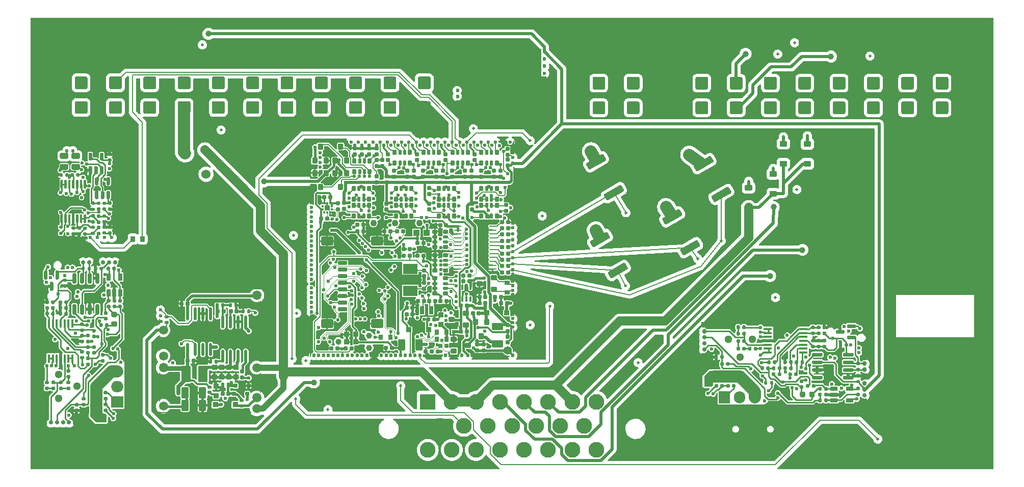
<source format=gbl>
G75*
G70*
%OFA0B0*%
%FSLAX25Y25*%
%IPPOS*%
%LPD*%
%AMOC8*
5,1,8,0,0,1.08239X$1,22.5*
%
%AMM134*
21,1,0.035830,0.026770,-0.000000,-0.000000,180.000000*
21,1,0.029130,0.033470,-0.000000,-0.000000,180.000000*
1,1,0.006690,-0.014570,0.013390*
1,1,0.006690,0.014570,0.013390*
1,1,0.006690,0.014570,-0.013390*
1,1,0.006690,-0.014570,-0.013390*
%
%AMM135*
21,1,0.070870,0.036220,-0.000000,-0.000000,270.000000*
21,1,0.061810,0.045280,-0.000000,-0.000000,270.000000*
1,1,0.009060,-0.018110,-0.030910*
1,1,0.009060,-0.018110,0.030910*
1,1,0.009060,0.018110,0.030910*
1,1,0.009060,0.018110,-0.030910*
%
%AMM136*
21,1,0.033470,0.026770,-0.000000,-0.000000,180.000000*
21,1,0.026770,0.033470,-0.000000,-0.000000,180.000000*
1,1,0.006690,-0.013390,0.013390*
1,1,0.006690,0.013390,0.013390*
1,1,0.006690,0.013390,-0.013390*
1,1,0.006690,-0.013390,-0.013390*
%
%AMM138*
21,1,0.023620,0.018900,-0.000000,-0.000000,270.000000*
21,1,0.018900,0.023620,-0.000000,-0.000000,270.000000*
1,1,0.004720,-0.009450,-0.009450*
1,1,0.004720,-0.009450,0.009450*
1,1,0.004720,0.009450,0.009450*
1,1,0.004720,0.009450,-0.009450*
%
%AMM139*
21,1,0.019680,0.019680,-0.000000,-0.000000,180.000000*
21,1,0.015750,0.023620,-0.000000,-0.000000,180.000000*
1,1,0.003940,-0.007870,0.009840*
1,1,0.003940,0.007870,0.009840*
1,1,0.003940,0.007870,-0.009840*
1,1,0.003940,-0.007870,-0.009840*
%
%AMM140*
21,1,0.019680,0.019680,-0.000000,-0.000000,90.000000*
21,1,0.015750,0.023620,-0.000000,-0.000000,90.000000*
1,1,0.003940,0.009840,0.007870*
1,1,0.003940,0.009840,-0.007870*
1,1,0.003940,-0.009840,-0.007870*
1,1,0.003940,-0.009840,0.007870*
%
%AMM154*
21,1,0.106300,0.050390,-0.000000,-0.000000,270.000000*
21,1,0.093700,0.062990,-0.000000,-0.000000,270.000000*
1,1,0.012600,-0.025200,-0.046850*
1,1,0.012600,-0.025200,0.046850*
1,1,0.012600,0.025200,0.046850*
1,1,0.012600,0.025200,-0.046850*
%
%AMM155*
21,1,0.033470,0.026770,-0.000000,-0.000000,90.000000*
21,1,0.026770,0.033470,-0.000000,-0.000000,90.000000*
1,1,0.006690,0.013390,0.013390*
1,1,0.006690,0.013390,-0.013390*
1,1,0.006690,-0.013390,-0.013390*
1,1,0.006690,-0.013390,0.013390*
%
%AMM156*
21,1,0.023620,0.018900,-0.000000,-0.000000,0.000000*
21,1,0.018900,0.023620,-0.000000,-0.000000,0.000000*
1,1,0.004720,0.009450,-0.009450*
1,1,0.004720,-0.009450,-0.009450*
1,1,0.004720,-0.009450,0.009450*
1,1,0.004720,0.009450,0.009450*
%
%AMM157*
21,1,0.122050,0.075590,-0.000000,-0.000000,0.000000*
21,1,0.103150,0.094490,-0.000000,-0.000000,0.000000*
1,1,0.018900,0.051580,-0.037800*
1,1,0.018900,-0.051580,-0.037800*
1,1,0.018900,-0.051580,0.037800*
1,1,0.018900,0.051580,0.037800*
%
%AMM158*
21,1,0.118110,0.083460,-0.000000,-0.000000,180.000000*
21,1,0.097240,0.104330,-0.000000,-0.000000,180.000000*
1,1,0.020870,-0.048620,0.041730*
1,1,0.020870,0.048620,0.041730*
1,1,0.020870,0.048620,-0.041730*
1,1,0.020870,-0.048620,-0.041730*
%
%AMM219*
21,1,0.025590,0.026380,-0.000000,-0.000000,90.000000*
21,1,0.020470,0.031500,-0.000000,-0.000000,90.000000*
1,1,0.005120,0.013190,0.010240*
1,1,0.005120,0.013190,-0.010240*
1,1,0.005120,-0.013190,-0.010240*
1,1,0.005120,-0.013190,0.010240*
%
%AMM220*
21,1,0.017720,0.027950,-0.000000,-0.000000,90.000000*
21,1,0.014170,0.031500,-0.000000,-0.000000,90.000000*
1,1,0.003540,0.013980,0.007090*
1,1,0.003540,0.013980,-0.007090*
1,1,0.003540,-0.013980,-0.007090*
1,1,0.003540,-0.013980,0.007090*
%
%AMM223*
21,1,0.027560,0.018900,-0.000000,-0.000000,270.000000*
21,1,0.022840,0.023620,-0.000000,-0.000000,270.000000*
1,1,0.004720,-0.009450,-0.011420*
1,1,0.004720,-0.009450,0.011420*
1,1,0.004720,0.009450,0.011420*
1,1,0.004720,0.009450,-0.011420*
%
%AMM225*
21,1,0.027560,0.018900,-0.000000,-0.000000,0.000000*
21,1,0.022840,0.023620,-0.000000,-0.000000,0.000000*
1,1,0.004720,0.011420,-0.009450*
1,1,0.004720,-0.011420,-0.009450*
1,1,0.004720,-0.011420,0.009450*
1,1,0.004720,0.011420,0.009450*
%
%AMM227*
21,1,0.035430,0.030320,-0.000000,-0.000000,90.000000*
21,1,0.028350,0.037400,-0.000000,-0.000000,90.000000*
1,1,0.007090,0.015160,0.014170*
1,1,0.007090,0.015160,-0.014170*
1,1,0.007090,-0.015160,-0.014170*
1,1,0.007090,-0.015160,0.014170*
%
%AMM230*
21,1,0.027560,0.030710,-0.000000,-0.000000,180.000000*
21,1,0.022050,0.036220,-0.000000,-0.000000,180.000000*
1,1,0.005510,-0.011020,0.015350*
1,1,0.005510,0.011020,0.015350*
1,1,0.005510,0.011020,-0.015350*
1,1,0.005510,-0.011020,-0.015350*
%
%AMM251*
21,1,0.033470,0.026770,-0.000000,-0.000000,270.000000*
21,1,0.026770,0.033470,-0.000000,-0.000000,270.000000*
1,1,0.006690,-0.013390,-0.013390*
1,1,0.006690,-0.013390,0.013390*
1,1,0.006690,0.013390,0.013390*
1,1,0.006690,0.013390,-0.013390*
%
%AMM252*
21,1,0.025590,0.026380,-0.000000,-0.000000,180.000000*
21,1,0.020470,0.031500,-0.000000,-0.000000,180.000000*
1,1,0.005120,-0.010240,0.013190*
1,1,0.005120,0.010240,0.013190*
1,1,0.005120,0.010240,-0.013190*
1,1,0.005120,-0.010240,-0.013190*
%
%AMM253*
21,1,0.017720,0.027950,-0.000000,-0.000000,180.000000*
21,1,0.014170,0.031500,-0.000000,-0.000000,180.000000*
1,1,0.003540,-0.007090,0.013980*
1,1,0.003540,0.007090,0.013980*
1,1,0.003540,0.007090,-0.013980*
1,1,0.003540,-0.007090,-0.013980*
%
%AMM254*
21,1,0.078740,0.045670,-0.000000,-0.000000,0.000000*
21,1,0.067320,0.057090,-0.000000,-0.000000,0.000000*
1,1,0.011420,0.033660,-0.022840*
1,1,0.011420,-0.033660,-0.022840*
1,1,0.011420,-0.033660,0.022840*
1,1,0.011420,0.033660,0.022840*
%
%AMM255*
21,1,0.059060,0.020470,-0.000000,-0.000000,0.000000*
21,1,0.053940,0.025590,-0.000000,-0.000000,0.000000*
1,1,0.005120,0.026970,-0.010240*
1,1,0.005120,-0.026970,-0.010240*
1,1,0.005120,-0.026970,0.010240*
1,1,0.005120,0.026970,0.010240*
%
%AMM256*
21,1,0.035430,0.030320,-0.000000,-0.000000,0.000000*
21,1,0.028350,0.037400,-0.000000,-0.000000,0.000000*
1,1,0.007090,0.014170,-0.015160*
1,1,0.007090,-0.014170,-0.015160*
1,1,0.007090,-0.014170,0.015160*
1,1,0.007090,0.014170,0.015160*
%
%AMM257*
21,1,0.012600,0.028980,-0.000000,-0.000000,0.000000*
21,1,0.010080,0.031500,-0.000000,-0.000000,0.000000*
1,1,0.002520,0.005040,-0.014490*
1,1,0.002520,-0.005040,-0.014490*
1,1,0.002520,-0.005040,0.014490*
1,1,0.002520,0.005040,0.014490*
%
%AMM258*
21,1,0.070870,0.036220,-0.000000,-0.000000,180.000000*
21,1,0.061810,0.045280,-0.000000,-0.000000,180.000000*
1,1,0.009060,-0.030910,0.018110*
1,1,0.009060,0.030910,0.018110*
1,1,0.009060,0.030910,-0.018110*
1,1,0.009060,-0.030910,-0.018110*
%
%AMM259*
21,1,0.027560,0.049610,-0.000000,-0.000000,180.000000*
21,1,0.022050,0.055120,-0.000000,-0.000000,180.000000*
1,1,0.005510,-0.011020,0.024800*
1,1,0.005510,0.011020,0.024800*
1,1,0.005510,0.011020,-0.024800*
1,1,0.005510,-0.011020,-0.024800*
%
%AMM260*
21,1,0.027560,0.030710,-0.000000,-0.000000,270.000000*
21,1,0.022050,0.036220,-0.000000,-0.000000,270.000000*
1,1,0.005510,-0.015350,-0.011020*
1,1,0.005510,-0.015350,0.011020*
1,1,0.005510,0.015350,0.011020*
1,1,0.005510,0.015350,-0.011020*
%
%ADD10C,0.00787*%
%ADD11C,0.07874*%
%ADD112O,0.00787X0.40158*%
%ADD113C,0.03150*%
%ADD132O,0.01968X0.08661*%
%ADD14C,0.22047*%
%ADD146C,0.05118*%
%ADD15C,0.02362*%
%ADD150R,0.07500X0.07874*%
%ADD151O,0.07500X0.07874*%
%ADD152C,0.03900*%
%ADD154R,0.05709X0.01772*%
%ADD155R,0.04803X0.02559*%
%ADD16R,0.24350X0.00984*%
%ADD17R,0.04390X0.00984*%
%ADD178C,0.00492*%
%ADD179C,0.01260*%
%ADD18R,0.00984X0.56201*%
%ADD180C,0.04331*%
%ADD181C,0.05512*%
%ADD19R,0.00984X0.59449*%
%ADD20R,0.20374X0.00984*%
%ADD21C,0.02756*%
%ADD215R,0.01378X0.01476*%
%ADD216R,0.01968X0.01968*%
%ADD218O,0.04961X0.00984*%
%ADD220R,0.09449X0.06693*%
%ADD221R,0.01476X0.01378*%
%ADD223R,0.03937X0.04331*%
%ADD24R,0.04331X0.00984*%
%ADD25R,0.03858X0.00984*%
%ADD27R,0.00984X1.08661*%
%ADD29R,0.03740X0.00984*%
%ADD296M134*%
%ADD297M135*%
%ADD298M136*%
%ADD30C,0.05906*%
%ADD300M138*%
%ADD301M139*%
%ADD302M140*%
%ADD31O,0.00787X0.12992*%
%ADD316M154*%
%ADD317M155*%
%ADD318M156*%
%ADD319M157*%
%ADD32O,0.00787X0.40157*%
%ADD320M158*%
%ADD328R,0.07874X0.07500*%
%ADD329O,0.07874X0.07500*%
%ADD33O,0.00787X0.01181*%
%ADD331R,0.01772X0.05709*%
%ADD332R,0.02559X0.04803*%
%ADD34O,0.66929X0.00787*%
%ADD35O,0.60630X0.00787*%
%ADD36O,0.00787X0.18898*%
%ADD37O,0.00787X0.10236*%
%ADD38O,0.00787X0.03937*%
%ADD39O,0.00787X0.05906*%
%ADD40R,0.10335X0.10335*%
%ADD408M219*%
%ADD409M220*%
%ADD41C,0.10335*%
%ADD412M223*%
%ADD414M225*%
%ADD416M227*%
%ADD419M230*%
%ADD42R,0.00984X0.24350*%
%ADD43R,0.00984X0.04390*%
%ADD44R,0.56201X0.00984*%
%ADD440M251*%
%ADD441M252*%
%ADD442M253*%
%ADD443M254*%
%ADD444M255*%
%ADD445M256*%
%ADD446M257*%
%ADD447M258*%
%ADD448M259*%
%ADD449M260*%
%ADD45R,0.59449X0.00984*%
%ADD46R,0.00984X0.20374*%
%ADD48O,0.03937X0.08268*%
%ADD49O,0.03937X0.06299*%
%ADD50C,0.06000*%
%ADD51R,0.00787X0.14567*%
%ADD52R,0.00787X0.01575*%
%ADD53R,0.00787X0.06299*%
%ADD54R,0.00787X0.38189*%
%ADD55R,0.00787X0.09055*%
%ADD56R,0.05512X0.00787*%
%ADD57R,0.25197X0.00787*%
%ADD58R,0.06693X0.00787*%
%ADD59R,0.12992X0.00787*%
%ADD60R,0.00787X0.27559*%
%ADD61R,0.00787X0.12992*%
%ADD62R,0.00787X0.24803*%
%ADD65R,0.00984X0.04331*%
%ADD66R,0.00984X0.03858*%
%ADD68R,1.08661X0.00984*%
%ADD70R,0.00984X0.03740*%
%ADD71C,0.01969*%
%ADD72C,0.03937*%
%ADD82C,0.01181*%
%ADD83C,0.00591*%
%ADD92R,0.24803X0.00984*%
%ADD93R,0.34449X0.00984*%
%ADD94R,0.00984X0.24803*%
%ADD95R,0.00984X0.34449*%
%ADD96C,0.00984*%
%ADD97C,0.01968*%
%ADD98C,0.01575*%
X0000000Y0000000D02*
%LPD*%
G01*
D14*
X0115776Y0144693D03*
D15*
X0043787Y0151658D03*
X0039063Y0151658D03*
X0048512Y0151658D03*
X0053236Y0151658D03*
D16*
X0042734Y0209335D03*
D17*
X0018915Y0209335D03*
D18*
X0054417Y0181726D03*
D19*
X0017213Y0180102D03*
D20*
X0026907Y0150870D03*
D15*
X0027803Y0208449D03*
X0023866Y0208449D03*
D21*
X0013449Y0030701D03*
X0025260Y0030701D03*
X0021323Y0030701D03*
X0017386Y0030701D03*
D24*
X0060102Y0136902D03*
D25*
X0043016Y0136902D03*
D92*
X0019551Y0136902D03*
D27*
X0061776Y0083063D03*
X0007642Y0083063D03*
D93*
X0045043Y0029224D03*
D29*
X0009020Y0029224D03*
D21*
X0051441Y0135391D03*
X0047504Y0135391D03*
X0034528Y0135391D03*
X0038528Y0135391D03*
X0055378Y0135391D03*
D30*
X0086965Y0041441D03*
X0086965Y0066638D03*
X0086965Y0074118D03*
X0086965Y0091047D03*
D15*
X0085193Y0100496D03*
X0085193Y0104433D03*
D31*
X0150547Y0056598D03*
D32*
X0150547Y0090063D03*
D33*
X0150547Y0118016D03*
D34*
X0117476Y0118213D03*
D35*
X0114327Y0037110D03*
D30*
X0086965Y0115654D03*
D33*
X0084406Y0037307D03*
D36*
X0084406Y0053843D03*
D37*
X0084406Y0082780D03*
D38*
X0084406Y0096559D03*
D39*
X0084406Y0109551D03*
D30*
X0147988Y0039669D03*
X0147988Y0046953D03*
X0147988Y0066441D03*
X0147988Y0113882D03*
D40*
X0259866Y0044260D03*
D41*
X0275614Y0044260D03*
X0291362Y0044260D03*
X0307110Y0044260D03*
X0322858Y0044260D03*
X0338606Y0044260D03*
X0354354Y0044260D03*
X0370102Y0044260D03*
X0267740Y0028512D03*
X0283488Y0028512D03*
X0299236Y0028512D03*
X0314984Y0028512D03*
X0330732Y0028512D03*
X0346480Y0028512D03*
X0362228Y0028512D03*
X0259866Y0012764D03*
X0275614Y0012764D03*
X0291362Y0012764D03*
X0307110Y0012764D03*
X0322858Y0012764D03*
X0338606Y0012764D03*
X0354354Y0012764D03*
X0370102Y0012764D03*
G36*
G01*
X0592028Y0233465D02*
X0592028Y0239764D01*
G75*
G02*
X0593012Y0240748I0000984J0000000D01*
G01*
X0599311Y0240748D01*
G75*
G02*
X0600295Y0239764I0000000J-000984D01*
G01*
X0600295Y0233465D01*
G75*
G02*
X0599311Y0232480I-000984J0000000D01*
G01*
X0593012Y0232480D01*
G75*
G02*
X0592028Y0233465I0000000J0000984D01*
G01*
G37*
G36*
G01*
X0569587Y0233465D02*
X0569587Y0239764D01*
G75*
G02*
X0570571Y0240748I0000984J0000000D01*
G01*
X0576870Y0240748D01*
G75*
G02*
X0577854Y0239764I0000000J-000984D01*
G01*
X0577854Y0233465D01*
G75*
G02*
X0576870Y0232480I-000984J0000000D01*
G01*
X0570571Y0232480D01*
G75*
G02*
X0569587Y0233465I0000000J0000984D01*
G01*
G37*
G36*
G01*
X0547146Y0233465D02*
X0547146Y0239764D01*
G75*
G02*
X0548130Y0240748I0000984J0000000D01*
G01*
X0554429Y0240748D01*
G75*
G02*
X0555413Y0239764I0000000J-000984D01*
G01*
X0555413Y0233465D01*
G75*
G02*
X0554429Y0232480I-000984J0000000D01*
G01*
X0548130Y0232480D01*
G75*
G02*
X0547146Y0233465I0000000J0000984D01*
G01*
G37*
G36*
G01*
X0524705Y0233465D02*
X0524705Y0239764D01*
G75*
G02*
X0525689Y0240748I0000984J0000000D01*
G01*
X0531988Y0240748D01*
G75*
G02*
X0532972Y0239764I0000000J-000984D01*
G01*
X0532972Y0233465D01*
G75*
G02*
X0531988Y0232480I-000984J0000000D01*
G01*
X0525689Y0232480D01*
G75*
G02*
X0524705Y0233465I0000000J0000984D01*
G01*
G37*
G36*
G01*
X0502264Y0233465D02*
X0502264Y0239764D01*
G75*
G02*
X0503248Y0240748I0000984J0000000D01*
G01*
X0509547Y0240748D01*
G75*
G02*
X0510531Y0239764I0000000J-000984D01*
G01*
X0510531Y0233465D01*
G75*
G02*
X0509547Y0232480I-000984J0000000D01*
G01*
X0503248Y0232480D01*
G75*
G02*
X0502264Y0233465I0000000J0000984D01*
G01*
G37*
G36*
G01*
X0479823Y0233465D02*
X0479823Y0239764D01*
G75*
G02*
X0480807Y0240748I0000984J0000000D01*
G01*
X0487106Y0240748D01*
G75*
G02*
X0488091Y0239764I0000000J-000984D01*
G01*
X0488091Y0233465D01*
G75*
G02*
X0487106Y0232480I-000984J0000000D01*
G01*
X0480807Y0232480D01*
G75*
G02*
X0479823Y0233465I0000000J0000984D01*
G01*
G37*
G36*
G01*
X0457382Y0233465D02*
X0457382Y0239764D01*
G75*
G02*
X0458366Y0240748I0000984J0000000D01*
G01*
X0464665Y0240748D01*
G75*
G02*
X0465650Y0239764I0000000J-000984D01*
G01*
X0465650Y0233465D01*
G75*
G02*
X0464665Y0232480I-000984J0000000D01*
G01*
X0458366Y0232480D01*
G75*
G02*
X0457382Y0233465I0000000J0000984D01*
G01*
G37*
G36*
G01*
X0434941Y0233465D02*
X0434941Y0239764D01*
G75*
G02*
X0435925Y0240748I0000984J0000000D01*
G01*
X0442224Y0240748D01*
G75*
G02*
X0443209Y0239764I0000000J-000984D01*
G01*
X0443209Y0233465D01*
G75*
G02*
X0442224Y0232480I-000984J0000000D01*
G01*
X0435925Y0232480D01*
G75*
G02*
X0434941Y0233465I0000000J0000984D01*
G01*
G37*
G36*
G01*
X0412500Y0233465D02*
X0412500Y0239764D01*
G75*
G02*
X0413484Y0240748I0000984J0000000D01*
G01*
X0419783Y0240748D01*
G75*
G02*
X0420768Y0239764I0000000J-000984D01*
G01*
X0420768Y0233465D01*
G75*
G02*
X0419783Y0232480I-000984J0000000D01*
G01*
X0413484Y0232480D01*
G75*
G02*
X0412500Y0233465I0000000J0000984D01*
G01*
G37*
G36*
G01*
X0390059Y0233465D02*
X0390059Y0239764D01*
G75*
G02*
X0391043Y0240748I0000984J0000000D01*
G01*
X0397343Y0240748D01*
G75*
G02*
X0398327Y0239764I0000000J-000984D01*
G01*
X0398327Y0233465D01*
G75*
G02*
X0397343Y0232480I-000984J0000000D01*
G01*
X0391043Y0232480D01*
G75*
G02*
X0390059Y0233465I0000000J0000984D01*
G01*
G37*
G36*
G01*
X0367618Y0233465D02*
X0367618Y0239764D01*
G75*
G02*
X0368602Y0240748I0000984J0000000D01*
G01*
X0374902Y0240748D01*
G75*
G02*
X0375886Y0239764I0000000J-000984D01*
G01*
X0375886Y0233465D01*
G75*
G02*
X0374902Y0232480I-000984J0000000D01*
G01*
X0368602Y0232480D01*
G75*
G02*
X0367618Y0233465I0000000J0000984D01*
G01*
G37*
G36*
G01*
X0592028Y0249606D02*
X0592028Y0255906D01*
G75*
G02*
X0593012Y0256890I0000984J0000000D01*
G01*
X0599311Y0256890D01*
G75*
G02*
X0600295Y0255906I0000000J-000984D01*
G01*
X0600295Y0249606D01*
G75*
G02*
X0599311Y0248622I-000984J0000000D01*
G01*
X0593012Y0248622D01*
G75*
G02*
X0592028Y0249606I0000000J0000984D01*
G01*
G37*
G36*
G01*
X0569587Y0249606D02*
X0569587Y0255906D01*
G75*
G02*
X0570571Y0256890I0000984J0000000D01*
G01*
X0576870Y0256890D01*
G75*
G02*
X0577854Y0255906I0000000J-000984D01*
G01*
X0577854Y0249606D01*
G75*
G02*
X0576870Y0248622I-000984J0000000D01*
G01*
X0570571Y0248622D01*
G75*
G02*
X0569587Y0249606I0000000J0000984D01*
G01*
G37*
G36*
G01*
X0547146Y0249606D02*
X0547146Y0255906D01*
G75*
G02*
X0548130Y0256890I0000984J0000000D01*
G01*
X0554429Y0256890D01*
G75*
G02*
X0555413Y0255906I0000000J-000984D01*
G01*
X0555413Y0249606D01*
G75*
G02*
X0554429Y0248622I-000984J0000000D01*
G01*
X0548130Y0248622D01*
G75*
G02*
X0547146Y0249606I0000000J0000984D01*
G01*
G37*
G36*
G01*
X0524705Y0249606D02*
X0524705Y0255906D01*
G75*
G02*
X0525689Y0256890I0000984J0000000D01*
G01*
X0531988Y0256890D01*
G75*
G02*
X0532972Y0255906I0000000J-000984D01*
G01*
X0532972Y0249606D01*
G75*
G02*
X0531988Y0248622I-000984J0000000D01*
G01*
X0525689Y0248622D01*
G75*
G02*
X0524705Y0249606I0000000J0000984D01*
G01*
G37*
G36*
G01*
X0502264Y0249606D02*
X0502264Y0255906D01*
G75*
G02*
X0503248Y0256890I0000984J0000000D01*
G01*
X0509547Y0256890D01*
G75*
G02*
X0510531Y0255906I0000000J-000984D01*
G01*
X0510531Y0249606D01*
G75*
G02*
X0509547Y0248622I-000984J0000000D01*
G01*
X0503248Y0248622D01*
G75*
G02*
X0502264Y0249606I0000000J0000984D01*
G01*
G37*
G36*
G01*
X0479823Y0249606D02*
X0479823Y0255906D01*
G75*
G02*
X0480807Y0256890I0000984J0000000D01*
G01*
X0487106Y0256890D01*
G75*
G02*
X0488091Y0255906I0000000J-000984D01*
G01*
X0488091Y0249606D01*
G75*
G02*
X0487106Y0248622I-000984J0000000D01*
G01*
X0480807Y0248622D01*
G75*
G02*
X0479823Y0249606I0000000J0000984D01*
G01*
G37*
G36*
G01*
X0457382Y0249606D02*
X0457382Y0255906D01*
G75*
G02*
X0458366Y0256890I0000984J0000000D01*
G01*
X0464665Y0256890D01*
G75*
G02*
X0465650Y0255906I0000000J-000984D01*
G01*
X0465650Y0249606D01*
G75*
G02*
X0464665Y0248622I-000984J0000000D01*
G01*
X0458366Y0248622D01*
G75*
G02*
X0457382Y0249606I0000000J0000984D01*
G01*
G37*
G36*
G01*
X0434941Y0249606D02*
X0434941Y0255906D01*
G75*
G02*
X0435925Y0256890I0000984J0000000D01*
G01*
X0442224Y0256890D01*
G75*
G02*
X0443209Y0255906I0000000J-000984D01*
G01*
X0443209Y0249606D01*
G75*
G02*
X0442224Y0248622I-000984J0000000D01*
G01*
X0435925Y0248622D01*
G75*
G02*
X0434941Y0249606I0000000J0000984D01*
G01*
G37*
G36*
G01*
X0412500Y0249606D02*
X0412500Y0255906D01*
G75*
G02*
X0413484Y0256890I0000984J0000000D01*
G01*
X0419783Y0256890D01*
G75*
G02*
X0420768Y0255906I0000000J-000984D01*
G01*
X0420768Y0249606D01*
G75*
G02*
X0419783Y0248622I-000984J0000000D01*
G01*
X0413484Y0248622D01*
G75*
G02*
X0412500Y0249606I0000000J0000984D01*
G01*
G37*
G36*
G01*
X0390059Y0249606D02*
X0390059Y0255906D01*
G75*
G02*
X0391043Y0256890I0000984J0000000D01*
G01*
X0397343Y0256890D01*
G75*
G02*
X0398327Y0255906I0000000J-000984D01*
G01*
X0398327Y0249606D01*
G75*
G02*
X0397343Y0248622I-000984J0000000D01*
G01*
X0391043Y0248622D01*
G75*
G02*
X0390059Y0249606I0000000J0000984D01*
G01*
G37*
G36*
G01*
X0367618Y0249606D02*
X0367618Y0255906D01*
G75*
G02*
X0368602Y0256890I0000984J0000000D01*
G01*
X0374902Y0256890D01*
G75*
G02*
X0375886Y0255906I0000000J-000984D01*
G01*
X0375886Y0249606D01*
G75*
G02*
X0374902Y0248622I-000984J0000000D01*
G01*
X0368602Y0248622D01*
G75*
G02*
X0367618Y0249606I0000000J0000984D01*
G01*
G37*
G36*
G01*
X0253445Y0233661D02*
X0253445Y0239961D01*
G75*
G02*
X0254429Y0240945I0000984J0000000D01*
G01*
X0260728Y0240945D01*
G75*
G02*
X0261713Y0239961I0000000J-000984D01*
G01*
X0261713Y0233661D01*
G75*
G02*
X0260728Y0232677I-000984J0000000D01*
G01*
X0254429Y0232677D01*
G75*
G02*
X0253445Y0233661I0000000J0000984D01*
G01*
G37*
G36*
G01*
X0231004Y0233661D02*
X0231004Y0239961D01*
G75*
G02*
X0231988Y0240945I0000984J0000000D01*
G01*
X0238287Y0240945D01*
G75*
G02*
X0239272Y0239961I0000000J-000984D01*
G01*
X0239272Y0233661D01*
G75*
G02*
X0238287Y0232677I-000984J0000000D01*
G01*
X0231988Y0232677D01*
G75*
G02*
X0231004Y0233661I0000000J0000984D01*
G01*
G37*
G36*
G01*
X0208563Y0233661D02*
X0208563Y0239961D01*
G75*
G02*
X0209547Y0240945I0000984J0000000D01*
G01*
X0215846Y0240945D01*
G75*
G02*
X0216831Y0239961I0000000J-000984D01*
G01*
X0216831Y0233661D01*
G75*
G02*
X0215846Y0232677I-000984J0000000D01*
G01*
X0209547Y0232677D01*
G75*
G02*
X0208563Y0233661I0000000J0000984D01*
G01*
G37*
G36*
G01*
X0186122Y0233661D02*
X0186122Y0239961D01*
G75*
G02*
X0187106Y0240945I0000984J0000000D01*
G01*
X0193406Y0240945D01*
G75*
G02*
X0194390Y0239961I0000000J-000984D01*
G01*
X0194390Y0233661D01*
G75*
G02*
X0193406Y0232677I-000984J0000000D01*
G01*
X0187106Y0232677D01*
G75*
G02*
X0186122Y0233661I0000000J0000984D01*
G01*
G37*
G36*
G01*
X0163681Y0233661D02*
X0163681Y0239961D01*
G75*
G02*
X0164665Y0240945I0000984J0000000D01*
G01*
X0170965Y0240945D01*
G75*
G02*
X0171949Y0239961I0000000J-000984D01*
G01*
X0171949Y0233661D01*
G75*
G02*
X0170965Y0232677I-000984J0000000D01*
G01*
X0164665Y0232677D01*
G75*
G02*
X0163681Y0233661I0000000J0000984D01*
G01*
G37*
G36*
G01*
X0141240Y0233661D02*
X0141240Y0239961D01*
G75*
G02*
X0142224Y0240945I0000984J0000000D01*
G01*
X0148524Y0240945D01*
G75*
G02*
X0149508Y0239961I0000000J-000984D01*
G01*
X0149508Y0233661D01*
G75*
G02*
X0148524Y0232677I-000984J0000000D01*
G01*
X0142224Y0232677D01*
G75*
G02*
X0141240Y0233661I0000000J0000984D01*
G01*
G37*
G36*
G01*
X0118799Y0233661D02*
X0118799Y0239961D01*
G75*
G02*
X0119783Y0240945I0000984J0000000D01*
G01*
X0126083Y0240945D01*
G75*
G02*
X0127067Y0239961I0000000J-000984D01*
G01*
X0127067Y0233661D01*
G75*
G02*
X0126083Y0232677I-000984J0000000D01*
G01*
X0119783Y0232677D01*
G75*
G02*
X0118799Y0233661I0000000J0000984D01*
G01*
G37*
G36*
G01*
X0096358Y0233661D02*
X0096358Y0239961D01*
G75*
G02*
X0097343Y0240945I0000984J0000000D01*
G01*
X0103642Y0240945D01*
G75*
G02*
X0104626Y0239961I0000000J-000984D01*
G01*
X0104626Y0233661D01*
G75*
G02*
X0103642Y0232677I-000984J0000000D01*
G01*
X0097343Y0232677D01*
G75*
G02*
X0096358Y0233661I0000000J0000984D01*
G01*
G37*
G36*
G01*
X0073917Y0233661D02*
X0073917Y0239961D01*
G75*
G02*
X0074902Y0240945I0000984J0000000D01*
G01*
X0081201Y0240945D01*
G75*
G02*
X0082185Y0239961I0000000J-000984D01*
G01*
X0082185Y0233661D01*
G75*
G02*
X0081201Y0232677I-000984J0000000D01*
G01*
X0074902Y0232677D01*
G75*
G02*
X0073917Y0233661I0000000J0000984D01*
G01*
G37*
G36*
G01*
X0051476Y0233661D02*
X0051476Y0239961D01*
G75*
G02*
X0052461Y0240945I0000984J0000000D01*
G01*
X0058760Y0240945D01*
G75*
G02*
X0059744Y0239961I0000000J-000984D01*
G01*
X0059744Y0233661D01*
G75*
G02*
X0058760Y0232677I-000984J0000000D01*
G01*
X0052461Y0232677D01*
G75*
G02*
X0051476Y0233661I0000000J0000984D01*
G01*
G37*
G36*
G01*
X0029035Y0233661D02*
X0029035Y0239961D01*
G75*
G02*
X0030020Y0240945I0000984J0000000D01*
G01*
X0036319Y0240945D01*
G75*
G02*
X0037303Y0239961I0000000J-000984D01*
G01*
X0037303Y0233661D01*
G75*
G02*
X0036319Y0232677I-000984J0000000D01*
G01*
X0030020Y0232677D01*
G75*
G02*
X0029035Y0233661I0000000J0000984D01*
G01*
G37*
G36*
G01*
X0253445Y0249803D02*
X0253445Y0256102D01*
G75*
G02*
X0254429Y0257087I0000984J0000000D01*
G01*
X0260728Y0257087D01*
G75*
G02*
X0261713Y0256102I0000000J-000984D01*
G01*
X0261713Y0249803D01*
G75*
G02*
X0260728Y0248819I-000984J0000000D01*
G01*
X0254429Y0248819D01*
G75*
G02*
X0253445Y0249803I0000000J0000984D01*
G01*
G37*
G36*
G01*
X0231004Y0249803D02*
X0231004Y0256102D01*
G75*
G02*
X0231988Y0257087I0000984J0000000D01*
G01*
X0238287Y0257087D01*
G75*
G02*
X0239272Y0256102I0000000J-000984D01*
G01*
X0239272Y0249803D01*
G75*
G02*
X0238287Y0248819I-000984J0000000D01*
G01*
X0231988Y0248819D01*
G75*
G02*
X0231004Y0249803I0000000J0000984D01*
G01*
G37*
G36*
G01*
X0208563Y0249803D02*
X0208563Y0256102D01*
G75*
G02*
X0209547Y0257087I0000984J0000000D01*
G01*
X0215846Y0257087D01*
G75*
G02*
X0216831Y0256102I0000000J-000984D01*
G01*
X0216831Y0249803D01*
G75*
G02*
X0215846Y0248819I-000984J0000000D01*
G01*
X0209547Y0248819D01*
G75*
G02*
X0208563Y0249803I0000000J0000984D01*
G01*
G37*
G36*
G01*
X0186122Y0249803D02*
X0186122Y0256102D01*
G75*
G02*
X0187106Y0257087I0000984J0000000D01*
G01*
X0193406Y0257087D01*
G75*
G02*
X0194390Y0256102I0000000J-000984D01*
G01*
X0194390Y0249803D01*
G75*
G02*
X0193406Y0248819I-000984J0000000D01*
G01*
X0187106Y0248819D01*
G75*
G02*
X0186122Y0249803I0000000J0000984D01*
G01*
G37*
G36*
G01*
X0163681Y0249803D02*
X0163681Y0256102D01*
G75*
G02*
X0164665Y0257087I0000984J0000000D01*
G01*
X0170965Y0257087D01*
G75*
G02*
X0171949Y0256102I0000000J-000984D01*
G01*
X0171949Y0249803D01*
G75*
G02*
X0170965Y0248819I-000984J0000000D01*
G01*
X0164665Y0248819D01*
G75*
G02*
X0163681Y0249803I0000000J0000984D01*
G01*
G37*
G36*
G01*
X0141240Y0249803D02*
X0141240Y0256102D01*
G75*
G02*
X0142224Y0257087I0000984J0000000D01*
G01*
X0148524Y0257087D01*
G75*
G02*
X0149508Y0256102I0000000J-000984D01*
G01*
X0149508Y0249803D01*
G75*
G02*
X0148524Y0248819I-000984J0000000D01*
G01*
X0142224Y0248819D01*
G75*
G02*
X0141240Y0249803I0000000J0000984D01*
G01*
G37*
G36*
G01*
X0118799Y0249803D02*
X0118799Y0256102D01*
G75*
G02*
X0119783Y0257087I0000984J0000000D01*
G01*
X0126083Y0257087D01*
G75*
G02*
X0127067Y0256102I0000000J-000984D01*
G01*
X0127067Y0249803D01*
G75*
G02*
X0126083Y0248819I-000984J0000000D01*
G01*
X0119783Y0248819D01*
G75*
G02*
X0118799Y0249803I0000000J0000984D01*
G01*
G37*
G36*
G01*
X0096358Y0249803D02*
X0096358Y0256102D01*
G75*
G02*
X0097343Y0257087I0000984J0000000D01*
G01*
X0103642Y0257087D01*
G75*
G02*
X0104626Y0256102I0000000J-000984D01*
G01*
X0104626Y0249803D01*
G75*
G02*
X0103642Y0248819I-000984J0000000D01*
G01*
X0097343Y0248819D01*
G75*
G02*
X0096358Y0249803I0000000J0000984D01*
G01*
G37*
G36*
G01*
X0073917Y0249803D02*
X0073917Y0256102D01*
G75*
G02*
X0074902Y0257087I0000984J0000000D01*
G01*
X0081201Y0257087D01*
G75*
G02*
X0082185Y0256102I0000000J-000984D01*
G01*
X0082185Y0249803D01*
G75*
G02*
X0081201Y0248819I-000984J0000000D01*
G01*
X0074902Y0248819D01*
G75*
G02*
X0073917Y0249803I0000000J0000984D01*
G01*
G37*
G36*
G01*
X0051476Y0249803D02*
X0051476Y0256102D01*
G75*
G02*
X0052461Y0257087I0000984J0000000D01*
G01*
X0058760Y0257087D01*
G75*
G02*
X0059744Y0256102I0000000J-000984D01*
G01*
X0059744Y0249803D01*
G75*
G02*
X0058760Y0248819I-000984J0000000D01*
G01*
X0052461Y0248819D01*
G75*
G02*
X0051476Y0249803I0000000J0000984D01*
G01*
G37*
G36*
G01*
X0029035Y0249803D02*
X0029035Y0256102D01*
G75*
G02*
X0030020Y0257087I0000984J0000000D01*
G01*
X0036319Y0257087D01*
G75*
G02*
X0037303Y0256102I0000000J-000984D01*
G01*
X0037303Y0249803D01*
G75*
G02*
X0036319Y0248819I-000984J0000000D01*
G01*
X0030020Y0248819D01*
G75*
G02*
X0029035Y0249803I0000000J0000984D01*
G01*
G37*
D15*
X0336154Y0263878D03*
X0336154Y0259154D03*
X0336154Y0268602D03*
X0336154Y0273327D03*
D42*
X0278476Y0262825D03*
D43*
X0278476Y0239006D03*
D44*
X0306085Y0274508D03*
D45*
X0307709Y0237303D03*
D46*
X0336941Y0246998D03*
D15*
X0279362Y0247894D03*
X0279362Y0243957D03*
D48*
X0455539Y0028280D03*
D49*
X0455539Y0011823D03*
D48*
X0489555Y0028280D03*
D49*
X0489555Y0011823D03*
D14*
X0523256Y0018512D03*
D50*
X0100463Y0222651D03*
X0114104Y0209010D03*
D15*
X0183807Y0188410D03*
X0183807Y0171480D03*
X0183807Y0168331D03*
X0183807Y0165181D03*
X0183807Y0162032D03*
X0183807Y0158882D03*
X0183807Y0155732D03*
X0183807Y0152583D03*
X0183807Y0149433D03*
X0183807Y0146284D03*
X0183807Y0143134D03*
X0183807Y0139984D03*
X0183807Y0136835D03*
X0183807Y0133685D03*
X0183807Y0130536D03*
X0183807Y0127386D03*
X0183807Y0124236D03*
X0183807Y0118724D03*
X0183807Y0115575D03*
X0183807Y0112425D03*
X0183807Y0109276D03*
X0183807Y0106126D03*
X0183807Y0102976D03*
D51*
X0316091Y0083882D03*
D52*
X0316091Y0095890D03*
D51*
X0316091Y0107898D03*
D53*
X0316091Y0125417D03*
D54*
X0316091Y0179158D03*
D55*
X0316091Y0210654D03*
D56*
X0309004Y0214788D03*
D57*
X0300736Y0073843D03*
D58*
X0276917Y0073843D03*
D59*
X0263138Y0073843D03*
D56*
X0224752Y0073843D03*
D57*
X0195224Y0214788D03*
D60*
X0183020Y0087228D03*
D52*
X0183020Y0121480D03*
D61*
X0183020Y0179945D03*
D62*
X0183020Y0202780D03*
D15*
X0185382Y0074630D03*
X0188531Y0074630D03*
X0191681Y0074630D03*
X0194831Y0074630D03*
X0197980Y0074630D03*
X0201130Y0074630D03*
X0204280Y0074630D03*
X0207429Y0074630D03*
X0210579Y0074630D03*
X0213728Y0074630D03*
X0216878Y0074630D03*
X0220028Y0074630D03*
X0229476Y0074630D03*
X0232626Y0074630D03*
X0235776Y0074630D03*
X0238925Y0074630D03*
X0242075Y0074630D03*
X0245224Y0074630D03*
X0248374Y0074630D03*
X0251524Y0074630D03*
X0254673Y0074630D03*
X0271602Y0074630D03*
X0282232Y0074630D03*
X0286169Y0074630D03*
X0315303Y0074630D03*
X0209791Y0214000D03*
X0214516Y0214000D03*
X0219240Y0214000D03*
X0223965Y0214000D03*
X0228689Y0214000D03*
X0233413Y0214000D03*
X0238138Y0214000D03*
X0242862Y0214000D03*
X0247587Y0214000D03*
X0252311Y0214000D03*
X0257035Y0214000D03*
X0261760Y0214000D03*
X0266484Y0214000D03*
X0271209Y0214000D03*
X0275933Y0214000D03*
X0280657Y0214000D03*
X0285382Y0214000D03*
X0290106Y0214000D03*
X0294831Y0214000D03*
X0299555Y0214000D03*
X0304280Y0214000D03*
X0313728Y0214000D03*
X0315303Y0204158D03*
X0315303Y0200221D03*
X0315303Y0158095D03*
X0315303Y0154158D03*
X0315303Y0150221D03*
X0315303Y0146284D03*
X0315303Y0142347D03*
X0315303Y0138410D03*
X0315303Y0134473D03*
X0315303Y0130536D03*
X0315303Y0120299D03*
X0315303Y0117150D03*
X0315303Y0098646D03*
X0315303Y0093134D03*
D50*
X0101274Y0206797D03*
X0114915Y0193156D03*
D21*
X0440669Y0090280D03*
X0440669Y0078469D03*
X0440669Y0082406D03*
X0440669Y0086343D03*
D65*
X0546870Y0043626D03*
D66*
X0546870Y0060713D03*
D94*
X0546870Y0084177D03*
D68*
X0493031Y0041953D03*
X0493031Y0096087D03*
D95*
X0439193Y0058685D03*
D70*
X0439193Y0094709D03*
D21*
X0545359Y0052287D03*
X0545359Y0056224D03*
X0545359Y0069201D03*
X0545359Y0065201D03*
X0545359Y0048350D03*
G36*
G01*
X0510094Y0198197D02*
X0506079Y0198197D01*
G75*
G02*
X0505724Y0198551I0000000J0000354D01*
G01*
X0505724Y0201386D01*
G75*
G02*
X0506079Y0201740I0000354J0000000D01*
G01*
X0510094Y0201740D01*
G75*
G02*
X0510449Y0201386I0000000J-000354D01*
G01*
X0510449Y0198551D01*
G75*
G02*
X0510094Y0198197I-000354J0000000D01*
G01*
G37*
G36*
G01*
X0510094Y0211189D02*
X0506079Y0211189D01*
G75*
G02*
X0505724Y0211543I0000000J0000354D01*
G01*
X0505724Y0214378D01*
G75*
G02*
X0506079Y0214732I0000354J0000000D01*
G01*
X0510094Y0214732D01*
G75*
G02*
X0510449Y0214378I0000000J-000354D01*
G01*
X0510449Y0211543D01*
G75*
G02*
X0510094Y0211189I-000354J0000000D01*
G01*
G37*
G36*
G01*
X0494378Y0198303D02*
X0490362Y0198303D01*
G75*
G02*
X0490008Y0198658I0000000J0000354D01*
G01*
X0490008Y0201492D01*
G75*
G02*
X0490362Y0201847I0000354J0000000D01*
G01*
X0494378Y0201847D01*
G75*
G02*
X0494732Y0201492I0000000J-000354D01*
G01*
X0494732Y0198658D01*
G75*
G02*
X0494378Y0198303I-000354J0000000D01*
G01*
G37*
G36*
G01*
X0494378Y0211295D02*
X0490362Y0211295D01*
G75*
G02*
X0490008Y0211650I0000000J0000354D01*
G01*
X0490008Y0214484D01*
G75*
G02*
X0490362Y0214839I0000354J0000000D01*
G01*
X0494378Y0214839D01*
G75*
G02*
X0494732Y0214484I0000000J-000354D01*
G01*
X0494732Y0211650D01*
G75*
G02*
X0494378Y0211295I-000354J0000000D01*
G01*
G37*
G36*
G01*
X0471630Y0169543D02*
X0467614Y0169543D01*
G75*
G02*
X0467260Y0169898I0000000J0000354D01*
G01*
X0467260Y0172732D01*
G75*
G02*
X0467614Y0173087I0000354J0000000D01*
G01*
X0471630Y0173087D01*
G75*
G02*
X0471984Y0172732I0000000J-000354D01*
G01*
X0471984Y0169898D01*
G75*
G02*
X0471630Y0169543I-000354J0000000D01*
G01*
G37*
G36*
G01*
X0471630Y0182535D02*
X0467614Y0182535D01*
G75*
G02*
X0467260Y0182890I0000000J0000354D01*
G01*
X0467260Y0185724D01*
G75*
G02*
X0467614Y0186079I0000354J0000000D01*
G01*
X0471630Y0186079D01*
G75*
G02*
X0471984Y0185724I0000000J-000354D01*
G01*
X0471984Y0182890D01*
G75*
G02*
X0471630Y0182535I-000354J0000000D01*
G01*
G37*
G36*
G01*
X0457935Y0180588D02*
X0448218Y0174978D01*
G75*
G02*
X0446874Y0175338I-000492J0000852D01*
G01*
X0445446Y0177810D01*
G75*
G02*
X0445807Y0179155I0000852J0000492D01*
G01*
X0455524Y0184765D01*
G75*
G02*
X0456868Y0184405I0000492J-000852D01*
G01*
X0458296Y0181933D01*
G75*
G02*
X0457935Y0180588I-000852J-000492D01*
G01*
G37*
G36*
G01*
X0446272Y0200790D02*
X0436555Y0195180D01*
G75*
G02*
X0435210Y0195540I-000492J0000852D01*
G01*
X0433783Y0198012D01*
G75*
G02*
X0434143Y0199357I0000852J0000492D01*
G01*
X0443861Y0204967D01*
G75*
G02*
X0445205Y0204606I0000492J-000852D01*
G01*
X0446632Y0202135D01*
G75*
G02*
X0446272Y0200790I-000852J-000492D01*
G01*
G37*
G36*
G01*
X0487669Y0178595D02*
X0483654Y0178595D01*
G75*
G02*
X0483299Y0178949I0000000J0000354D01*
G01*
X0483299Y0181784D01*
G75*
G02*
X0483654Y0182138I0000354J0000000D01*
G01*
X0487669Y0182138D01*
G75*
G02*
X0488024Y0181784I0000000J-000354D01*
G01*
X0488024Y0178949D01*
G75*
G02*
X0487669Y0178595I-000354J0000000D01*
G01*
G37*
G36*
G01*
X0487669Y0191587D02*
X0483654Y0191587D01*
G75*
G02*
X0483299Y0191941I0000000J0000354D01*
G01*
X0483299Y0194776D01*
G75*
G02*
X0483654Y0195130I0000354J0000000D01*
G01*
X0487669Y0195130D01*
G75*
G02*
X0488024Y0194776I0000000J-000354D01*
G01*
X0488024Y0191941D01*
G75*
G02*
X0487669Y0191587I-000354J0000000D01*
G01*
G37*
G36*
G01*
X0065598Y0149240D02*
X0065598Y0152311D01*
G75*
G02*
X0065874Y0152587I0000276J0000000D01*
G01*
X0068079Y0152587D01*
G75*
G02*
X0068354Y0152311I0000000J-000276D01*
G01*
X0068354Y0149240D01*
G75*
G02*
X0068079Y0148965I-000276J0000000D01*
G01*
X0065874Y0148965D01*
G75*
G02*
X0065598Y0149240I0000000J0000276D01*
G01*
G37*
G36*
G01*
X0071898Y0149240D02*
X0071898Y0152311D01*
G75*
G02*
X0072173Y0152587I0000276J0000000D01*
G01*
X0074378Y0152587D01*
G75*
G02*
X0074654Y0152311I0000000J-000276D01*
G01*
X0074654Y0149240D01*
G75*
G02*
X0074378Y0148965I-000276J0000000D01*
G01*
X0072173Y0148965D01*
G75*
G02*
X0071898Y0149240I0000000J0000276D01*
G01*
G37*
G36*
G01*
X0387660Y0181754D02*
X0377943Y0176144D01*
G75*
G02*
X0376598Y0176504I-000492J0000852D01*
G01*
X0375171Y0178976D01*
G75*
G02*
X0375531Y0180320I0000852J0000492D01*
G01*
X0385248Y0185931D01*
G75*
G02*
X0386593Y0185570I0000492J-000852D01*
G01*
X0388020Y0183098D01*
G75*
G02*
X0387660Y0181754I-000852J-000492D01*
G01*
G37*
G36*
G01*
X0375996Y0201955D02*
X0366279Y0196345D01*
G75*
G02*
X0364935Y0196705I-000492J0000852D01*
G01*
X0363508Y0199177D01*
G75*
G02*
X0363868Y0200522I0000852J0000492D01*
G01*
X0373585Y0206132D01*
G75*
G02*
X0374929Y0205772I0000492J-000852D01*
G01*
X0376357Y0203300D01*
G75*
G02*
X0375996Y0201955I-000852J-000492D01*
G01*
G37*
G36*
G01*
X0390231Y0130856D02*
X0380513Y0125246D01*
G75*
G02*
X0379169Y0125606I-000492J0000852D01*
G01*
X0377742Y0128078D01*
G75*
G02*
X0378102Y0129423I0000852J0000492D01*
G01*
X0387819Y0135033D01*
G75*
G02*
X0389164Y0134673I0000492J-000852D01*
G01*
X0390591Y0132201D01*
G75*
G02*
X0390231Y0130856I-000852J-000492D01*
G01*
G37*
G36*
G01*
X0378567Y0151058D02*
X0368850Y0145448D01*
G75*
G02*
X0367506Y0145808I-000492J0000852D01*
G01*
X0366078Y0148280D01*
G75*
G02*
X0366439Y0149624I0000852J0000492D01*
G01*
X0376156Y0155234D01*
G75*
G02*
X0377500Y0154874I0000492J-000852D01*
G01*
X0378928Y0152402D01*
G75*
G02*
X0378567Y0151058I-000852J-000492D01*
G01*
G37*
G36*
G01*
X0437479Y0145770D02*
X0427761Y0140159D01*
G75*
G02*
X0426417Y0140520I-000492J0000852D01*
G01*
X0424990Y0142992D01*
G75*
G02*
X0425350Y0144336I0000852J0000492D01*
G01*
X0435067Y0149946D01*
G75*
G02*
X0436412Y0149586I0000492J-000852D01*
G01*
X0437839Y0147114D01*
G75*
G02*
X0437479Y0145770I-000852J-000492D01*
G01*
G37*
G36*
G01*
X0425815Y0165971D02*
X0416098Y0160361D01*
G75*
G02*
X0414754Y0160721I-000492J0000852D01*
G01*
X0413326Y0163193D01*
G75*
G02*
X0413687Y0164538I0000852J0000492D01*
G01*
X0423404Y0170148D01*
G75*
G02*
X0424748Y0169788I0000492J-000852D01*
G01*
X0426176Y0167316D01*
G75*
G02*
X0425815Y0165971I-000852J-000492D01*
G01*
G37*
D71*
X0499642Y0279169D03*
D72*
X0176409Y0115496D03*
X0519531Y0170264D03*
X0383240Y0079913D03*
X0481748Y0136091D03*
X0353839Y0126756D03*
X0562594Y0157362D03*
X0156177Y0082150D03*
X0414378Y0132516D03*
X0209602Y0043539D03*
X0284547Y0059658D03*
X0580783Y0129228D03*
X0541366Y0219071D03*
X0386472Y0059287D03*
X0459165Y0212925D03*
X0170228Y0195618D03*
D71*
X0451871Y0149591D03*
X0389110Y0120091D03*
X0436484Y0137717D03*
X0389461Y0167957D03*
X0112469Y0277764D03*
X0289638Y0222984D03*
X0492390Y0217654D03*
D72*
X0504906Y0143642D03*
X0523583Y0270150D03*
D71*
X0508130Y0218370D03*
X0554248Y0019835D03*
X0242189Y0054677D03*
D72*
X0152673Y0188406D03*
X0116445Y0284996D03*
X0486063Y0171677D03*
D71*
X0469760Y0188638D03*
D72*
X0483713Y0126595D03*
D71*
X0485756Y0197024D03*
D72*
X0467724Y0271850D03*
X0185398Y0056953D03*
D71*
X0180234Y0071195D03*
X0174130Y0102209D03*
X0501283Y0183118D03*
X0487276Y0112469D03*
X0397311Y0069929D03*
X0339626Y0106953D03*
X0172024Y0153059D03*
X0173602Y0046228D03*
X0124677Y0222075D03*
X0194610Y0039272D03*
X0171220Y0072331D03*
X0326917Y0215035D03*
X0326929Y0094535D03*
X0488728Y0271709D03*
X0334646Y0165791D03*
X0548988Y0270402D03*
D72*
X0430945Y0205913D03*
X0369642Y0156177D03*
X0415780Y0171705D03*
X0366551Y0208098D03*
D10*
X0391898Y0114087D02*
X0315303Y0130536D01*
X0451871Y0179872D02*
X0451871Y0149591D01*
X0451871Y0149591D02*
X0438354Y0132791D01*
X0438354Y0132791D02*
X0391898Y0114087D01*
X0384166Y0130139D02*
X0389110Y0120091D01*
X0384166Y0130139D02*
X0315303Y0134473D01*
X0431414Y0145053D02*
X0315303Y0138410D01*
X0436484Y0137717D02*
X0431414Y0145053D01*
X0389575Y0167992D02*
X0381657Y0180850D01*
X0315303Y0142347D02*
X0381595Y0181037D01*
D71*
X0372977Y0037321D02*
X0417055Y0081399D01*
X0372977Y0029447D02*
X0372977Y0037321D01*
X0339541Y0034687D02*
X0339541Y0025638D01*
X0417055Y0088283D02*
X0472413Y0143642D01*
X0492370Y0213067D02*
X0492370Y0217634D01*
X0417055Y0081399D02*
X0417055Y0088283D01*
X0472413Y0143642D02*
X0504906Y0143642D01*
X0322858Y0044260D02*
X0329797Y0037321D01*
X0492370Y0217634D02*
X0492390Y0217654D01*
X0336907Y0037321D02*
X0339541Y0034687D01*
X0343606Y0021573D02*
X0365103Y0021573D01*
X0339541Y0025638D02*
X0343606Y0021573D01*
X0329797Y0037321D02*
X0336907Y0037321D01*
X0365103Y0021573D02*
X0372977Y0029447D01*
X0484339Y0263335D02*
X0479666Y0258661D01*
X0478051Y0257074D02*
X0478051Y0257047D01*
X0504382Y0270150D02*
X0497567Y0263335D01*
X0478051Y0257047D02*
X0472465Y0251460D01*
X0497567Y0263335D02*
X0484339Y0263335D01*
X0479666Y0258661D02*
X0479638Y0258661D01*
X0472465Y0246110D02*
X0462969Y0236614D01*
X0523583Y0270150D02*
X0504382Y0270150D01*
X0462969Y0236614D02*
X0461516Y0236614D01*
X0472465Y0251460D02*
X0472465Y0246110D01*
X0479638Y0258661D02*
X0478051Y0257074D01*
X0508087Y0212961D02*
X0508087Y0218327D01*
X0508087Y0218327D02*
X0508130Y0218370D01*
D10*
X0300762Y0014957D02*
X0289837Y0025882D01*
X0289837Y0031141D02*
X0283797Y0037181D01*
X0283797Y0037181D02*
X0250093Y0037181D01*
X0487252Y0002992D02*
X0307904Y0002992D01*
X0289837Y0025882D02*
X0289837Y0031141D01*
X0307904Y0002992D02*
X0300762Y0010134D01*
X0250093Y0037181D02*
X0242189Y0045085D01*
X0516516Y0032256D02*
X0487252Y0002992D01*
X0242189Y0045085D02*
X0242189Y0054677D01*
X0300762Y0010134D02*
X0300762Y0014957D01*
X0554248Y0019835D02*
X0541827Y0032256D01*
X0541827Y0032256D02*
X0516516Y0032256D01*
D71*
X0555043Y0061454D02*
X0545876Y0052287D01*
X0321677Y0200221D02*
X0315303Y0200221D01*
X0347555Y0226098D02*
X0321677Y0200221D01*
X0116445Y0284996D02*
X0327732Y0284996D01*
X0545876Y0052287D02*
X0545359Y0052287D01*
X0348008Y0226098D02*
X0347555Y0226098D01*
X0336154Y0273327D02*
X0347555Y0261925D01*
X0555043Y0226079D02*
X0555043Y0061454D01*
X0336154Y0276575D02*
X0336154Y0273327D01*
D10*
X0348008Y0226098D02*
X0348083Y0226173D01*
D71*
X0152677Y0188410D02*
X0183807Y0188410D01*
X0347555Y0261925D02*
X0347555Y0226098D01*
X0348028Y0226079D02*
X0555043Y0226079D01*
X0152673Y0188406D02*
X0152677Y0188410D01*
X0327732Y0284996D02*
X0336154Y0276575D01*
X0348008Y0226098D02*
X0348028Y0226079D01*
X0492370Y0180630D02*
X0492461Y0180539D01*
D30*
X0291362Y0044260D02*
X0302161Y0055059D01*
X0469622Y0151429D02*
X0469622Y0171315D01*
X0302161Y0055059D02*
X0343555Y0055059D01*
X0165583Y0141067D02*
X0150563Y0156087D01*
X0256169Y0063705D02*
X0168346Y0063705D01*
D71*
X0485835Y0180539D02*
X0485661Y0180366D01*
D30*
X0415177Y0096984D02*
X0469622Y0151429D01*
X0150563Y0172551D02*
X0114104Y0209010D01*
X0150563Y0156087D02*
X0150563Y0172551D01*
D71*
X0505217Y0199969D02*
X0492370Y0187122D01*
D72*
X0165583Y0053088D02*
X0152164Y0039669D01*
X0164610Y0066441D02*
X0165583Y0065469D01*
D30*
X0275614Y0044260D02*
X0256169Y0063705D01*
D71*
X0485661Y0180366D02*
X0476610Y0171315D01*
X0492461Y0180539D02*
X0485835Y0180539D01*
D30*
X0385480Y0096984D02*
X0415177Y0096984D01*
X0275614Y0044260D02*
X0291362Y0044260D01*
X0343555Y0055059D02*
X0385480Y0096984D01*
D72*
X0147988Y0066441D02*
X0164610Y0066441D01*
X0165583Y0060941D02*
X0165583Y0053088D01*
D30*
X0165583Y0065469D02*
X0165583Y0141067D01*
D71*
X0508087Y0199969D02*
X0505217Y0199969D01*
X0492370Y0200075D02*
X0492370Y0180630D01*
X0476610Y0171315D02*
X0469622Y0171315D01*
D30*
X0165583Y0060941D02*
X0165583Y0065469D01*
D71*
X0492370Y0187122D02*
X0492370Y0180630D01*
D72*
X0152164Y0039669D02*
X0147988Y0039669D01*
D30*
X0354354Y0044260D02*
X0343555Y0055059D01*
D71*
X0469622Y0188500D02*
X0469760Y0188638D01*
X0486063Y0171677D02*
X0485917Y0171717D01*
X0345545Y0037321D02*
X0359099Y0037321D01*
X0407068Y0091039D02*
X0415913Y0091039D01*
X0485917Y0161043D02*
X0486063Y0171677D01*
X0363163Y0041386D02*
X0363163Y0047134D01*
X0363163Y0047134D02*
X0407068Y0091039D01*
X0338606Y0044260D02*
X0345545Y0037321D01*
X0359099Y0037321D02*
X0363163Y0041386D01*
X0415913Y0091039D02*
X0485917Y0161043D01*
X0469622Y0184307D02*
X0469622Y0188500D01*
X0347415Y0013866D02*
X0347415Y0009890D01*
X0485661Y0196929D02*
X0485756Y0197024D01*
X0323793Y0029516D02*
X0323793Y0025632D01*
X0483685Y0126630D02*
X0483650Y0126630D01*
X0483614Y0126630D02*
X0483713Y0126595D01*
X0485661Y0193358D02*
X0485661Y0196929D01*
X0341525Y0019757D02*
X0347415Y0013866D01*
X0380421Y0040868D02*
X0466183Y0126630D01*
X0329668Y0019757D02*
X0341525Y0019757D01*
X0323793Y0025632D02*
X0329668Y0019757D01*
X0380421Y0013270D02*
X0380421Y0040868D01*
X0372977Y0005825D02*
X0380421Y0013270D01*
X0307110Y0044260D02*
X0309049Y0044260D01*
X0483713Y0126595D02*
X0483685Y0126630D01*
X0347415Y0009890D02*
X0351480Y0005825D01*
X0309049Y0044260D02*
X0323793Y0029516D01*
X0351480Y0005825D02*
X0372977Y0005825D01*
X0466183Y0126630D02*
X0483614Y0126630D01*
X0467724Y0271850D02*
X0461516Y0265642D01*
X0461516Y0265642D02*
X0461516Y0252756D01*
D11*
X0100492Y0236811D02*
X0100492Y0222680D01*
X0100492Y0222680D02*
X0100463Y0222651D01*
X0100463Y0207608D02*
X0101274Y0206797D01*
X0100463Y0222651D02*
X0100463Y0207608D01*
D71*
X0076252Y0036587D02*
X0076252Y0084511D01*
X0178953Y0056953D02*
X0148429Y0026429D01*
X0082789Y0091047D02*
X0086965Y0091047D01*
X0148429Y0026429D02*
X0086409Y0026429D01*
X0086409Y0026429D02*
X0076252Y0036587D01*
X0185398Y0056953D02*
X0178953Y0056953D01*
X0076252Y0084511D02*
X0082789Y0091047D01*
D10*
X0061150Y0144949D02*
X0066976Y0150776D01*
X0039063Y0151658D02*
X0045772Y0144949D01*
X0045772Y0144949D02*
X0061150Y0144949D01*
X0254673Y0074630D02*
X0254673Y0072960D01*
X0339626Y0106858D02*
X0339626Y0106953D01*
X0258302Y0069331D02*
X0338449Y0069331D01*
X0339626Y0106953D02*
X0339720Y0106953D01*
X0339563Y0106795D02*
X0339626Y0106858D01*
X0339720Y0106953D02*
X0339567Y0106799D01*
X0338449Y0069331D02*
X0339563Y0070445D01*
X0254673Y0072960D02*
X0258302Y0069331D01*
X0339563Y0070445D02*
X0339563Y0106795D01*
X0173602Y0046228D02*
X0173602Y0042547D01*
X0173602Y0042547D02*
X0180543Y0035606D01*
X0276394Y0035606D02*
X0283488Y0028512D01*
X0180543Y0035606D02*
X0276394Y0035606D01*
X0171220Y0072331D02*
X0171098Y0072673D01*
X0178063Y0218681D02*
X0149524Y0190142D01*
X0154697Y0157799D02*
X0171098Y0141397D01*
X0171098Y0141397D02*
X0171220Y0072331D01*
X0149524Y0179461D02*
X0154697Y0174287D01*
X0149524Y0190142D02*
X0149524Y0179461D01*
X0252311Y0214000D02*
X0247630Y0218681D01*
X0154697Y0174287D02*
X0154697Y0157799D01*
X0247630Y0218681D02*
X0178063Y0218681D01*
X0066667Y0233656D02*
X0066667Y0257963D01*
X0275933Y0227921D02*
X0275933Y0214000D01*
X0066667Y0257963D02*
X0066972Y0258268D01*
X0240492Y0258268D02*
X0255260Y0243500D01*
X0073276Y0150776D02*
X0073276Y0227047D01*
X0066972Y0258268D02*
X0240492Y0258268D01*
X0260354Y0243500D02*
X0275933Y0227921D01*
X0255260Y0243500D02*
X0260354Y0243500D01*
X0073276Y0227047D02*
X0066667Y0233656D01*
X0280657Y0214000D02*
X0277913Y0216744D01*
X0277913Y0216744D02*
X0277913Y0228168D01*
X0277913Y0228168D02*
X0261007Y0245075D01*
X0062500Y0259843D02*
X0055610Y0252953D01*
X0261007Y0245075D02*
X0256000Y0245075D01*
X0241232Y0259843D02*
X0062500Y0259843D01*
X0256000Y0245075D02*
X0241232Y0259843D01*
X0321728Y0220224D02*
X0291606Y0220224D01*
X0291606Y0220224D02*
X0285382Y0214000D01*
X0326917Y0215035D02*
X0321728Y0220224D01*
D11*
X0437992Y0200591D02*
X0430906Y0205850D01*
X0369732Y0156398D02*
X0371992Y0151799D01*
X0418961Y0166512D02*
X0415768Y0171693D01*
X0366571Y0208177D02*
X0369291Y0202736D01*
G36*
X0629695Y0295491D02*
G01*
X0629875Y0295284D01*
X0629919Y0295081D01*
X0629919Y0000589D01*
X0629842Y0000325D01*
X0629634Y0000144D01*
X0629431Y0000100D01*
X0488764Y0000069D01*
X0488500Y0000146D01*
X0488320Y0000354D01*
X0488281Y0000626D01*
X0488395Y0000877D01*
X0488467Y0000944D01*
X0488938Y0001306D01*
X0489014Y0001405D01*
X0489056Y0001453D01*
X0517352Y0029749D01*
X0517593Y0029881D01*
X0517697Y0029892D01*
X0540645Y0029892D01*
X0540909Y0029814D01*
X0540990Y0029749D01*
X0551201Y0019538D01*
X0551333Y0019297D01*
X0551341Y0019248D01*
X0551349Y0019173D01*
X0551569Y0018545D01*
X0551569Y0018545D01*
X0551923Y0017981D01*
X0551923Y0017981D01*
X0552394Y0017510D01*
X0552394Y0017510D01*
X0552958Y0017156D01*
X0552958Y0017156D01*
X0552958Y0017156D01*
X0552958Y0017156D01*
X0553244Y0017056D01*
X0553586Y0016936D01*
X0554248Y0016861D01*
X0554248Y0016861D01*
X0554248Y0016861D01*
X0554910Y0016936D01*
X0555008Y0016970D01*
X0555538Y0017156D01*
X0555538Y0017156D01*
X0555538Y0017156D01*
X0555538Y0017156D01*
X0556102Y0017510D01*
X0556102Y0017510D01*
X0556102Y0017510D01*
X0556573Y0017981D01*
X0556573Y0017981D01*
X0556927Y0018545D01*
X0556927Y0018545D01*
X0556927Y0018545D01*
X0556927Y0018545D01*
X0557147Y0019173D01*
X0557147Y0019173D01*
X0557147Y0019173D01*
X0557221Y0019835D01*
X0557221Y0019835D01*
X0557147Y0020496D01*
X0556927Y0021125D01*
X0556927Y0021125D01*
X0556573Y0021689D01*
X0556573Y0021689D01*
X0556102Y0022159D01*
X0556102Y0022159D01*
X0555538Y0022514D01*
X0555538Y0022514D01*
X0555119Y0022660D01*
X0554910Y0022734D01*
X0554835Y0022742D01*
X0554581Y0022849D01*
X0554544Y0022882D01*
X0543631Y0033795D01*
X0543589Y0033843D01*
X0543513Y0033942D01*
X0543397Y0034031D01*
X0543019Y0034321D01*
X0542444Y0034559D01*
X0542444Y0034559D01*
X0541827Y0034641D01*
X0541827Y0034641D01*
X0541704Y0034624D01*
X0541640Y0034620D01*
X0516703Y0034620D01*
X0516639Y0034624D01*
X0516516Y0034641D01*
X0516516Y0034641D01*
X0515899Y0034559D01*
X0515899Y0034559D01*
X0515323Y0034321D01*
X0514830Y0033942D01*
X0514754Y0033843D01*
X0514712Y0033795D01*
X0486416Y0005499D01*
X0486174Y0005368D01*
X0486070Y0005356D01*
X0377865Y0005356D01*
X0377601Y0005434D01*
X0377421Y0005642D01*
X0377382Y0005914D01*
X0377496Y0006164D01*
X0377520Y0006190D01*
X0379926Y0008595D01*
X0382333Y0011003D01*
X0382387Y0011049D01*
X0382463Y0011106D01*
X0382588Y0011255D01*
X0382617Y0011287D01*
X0382622Y0011292D01*
X0382632Y0011302D01*
X0382708Y0011398D01*
X0382717Y0011409D01*
X0382803Y0011511D01*
X0382907Y0011635D01*
X0382907Y0011635D01*
X0382922Y0011659D01*
X0382923Y0011658D01*
X0382938Y0011683D01*
X0382938Y0011684D01*
X0382953Y0011708D01*
X0382953Y0011708D01*
X0383078Y0011976D01*
X0383084Y0011988D01*
X0383217Y0012252D01*
X0383217Y0012252D01*
X0383226Y0012279D01*
X0383227Y0012279D01*
X0383236Y0012307D01*
X0383236Y0012307D01*
X0383245Y0012334D01*
X0383245Y0012334D01*
X0383305Y0012623D01*
X0383308Y0012637D01*
X0383376Y0012924D01*
X0383376Y0012924D01*
X0383376Y0012924D01*
X0383379Y0012952D01*
X0383380Y0012952D01*
X0383383Y0012982D01*
X0383382Y0012982D01*
X0383385Y0013010D01*
X0383376Y0013305D01*
X0383376Y0013320D01*
X0383376Y0026797D01*
X0389082Y0026797D01*
X0389121Y0025785D01*
X0389314Y0024790D01*
X0389656Y0023837D01*
X0389656Y0023837D01*
X0389656Y0023837D01*
X0390140Y0022947D01*
X0390140Y0022947D01*
X0390740Y0022159D01*
X0390754Y0022142D01*
X0391484Y0021439D01*
X0391576Y0021374D01*
X0392028Y0021056D01*
X0392312Y0020857D01*
X0393220Y0020407D01*
X0394185Y0020102D01*
X0395186Y0019947D01*
X0395186Y0019947D01*
X0395946Y0019947D01*
X0395946Y0019947D01*
X0396703Y0020005D01*
X0397689Y0020236D01*
X0398629Y0020614D01*
X0399499Y0021132D01*
X0400281Y0021776D01*
X0400954Y0022533D01*
X0400954Y0022533D01*
X0400954Y0022533D01*
X0401322Y0023099D01*
X0401505Y0023383D01*
X0401919Y0024307D01*
X0402188Y0025284D01*
X0402304Y0026290D01*
X0402303Y0026311D01*
X0458884Y0026311D01*
X0458962Y0025720D01*
X0458962Y0025720D01*
X0459152Y0025260D01*
X0459190Y0025168D01*
X0459553Y0024695D01*
X0460027Y0024332D01*
X0460578Y0024104D01*
X0461021Y0024045D01*
X0461021Y0024045D01*
X0461318Y0024045D01*
X0461318Y0024045D01*
X0461761Y0024104D01*
X0462312Y0024332D01*
X0462785Y0024695D01*
X0463148Y0025168D01*
X0463377Y0025720D01*
X0463455Y0026311D01*
X0481640Y0026311D01*
X0481718Y0025720D01*
X0481718Y0025720D01*
X0481908Y0025260D01*
X0481946Y0025168D01*
X0482309Y0024695D01*
X0482783Y0024332D01*
X0483334Y0024104D01*
X0483777Y0024045D01*
X0483777Y0024045D01*
X0484074Y0024045D01*
X0484074Y0024045D01*
X0484517Y0024104D01*
X0485068Y0024332D01*
X0485541Y0024695D01*
X0485904Y0025168D01*
X0486133Y0025720D01*
X0486210Y0026311D01*
X0486133Y0026903D01*
X0485904Y0027454D01*
X0485541Y0027927D01*
X0485068Y0028290D01*
X0485068Y0028290D01*
X0484732Y0028429D01*
X0484517Y0028519D01*
X0484461Y0028526D01*
X0484074Y0028577D01*
X0484074Y0028577D01*
X0483777Y0028577D01*
X0483777Y0028577D01*
X0483334Y0028519D01*
X0483334Y0028519D01*
X0482783Y0028290D01*
X0482783Y0028290D01*
X0482783Y0028290D01*
X0482309Y0027927D01*
X0482207Y0027793D01*
X0481946Y0027454D01*
X0481718Y0026903D01*
X0481718Y0026903D01*
X0481640Y0026311D01*
X0481640Y0026311D01*
X0463455Y0026311D01*
X0463377Y0026903D01*
X0463148Y0027454D01*
X0462785Y0027927D01*
X0462312Y0028290D01*
X0462312Y0028290D01*
X0461976Y0028429D01*
X0461761Y0028519D01*
X0461705Y0028526D01*
X0461318Y0028577D01*
X0461318Y0028577D01*
X0461021Y0028577D01*
X0461021Y0028577D01*
X0460578Y0028519D01*
X0460578Y0028519D01*
X0460027Y0028290D01*
X0460027Y0028290D01*
X0460027Y0028290D01*
X0459553Y0027927D01*
X0459451Y0027793D01*
X0459190Y0027454D01*
X0458962Y0026903D01*
X0458962Y0026903D01*
X0458884Y0026311D01*
X0458884Y0026311D01*
X0402303Y0026311D01*
X0402265Y0027302D01*
X0402072Y0028296D01*
X0402072Y0028296D01*
X0401730Y0029250D01*
X0401730Y0029250D01*
X0401730Y0029250D01*
X0401246Y0030140D01*
X0400632Y0030945D01*
X0399902Y0031647D01*
X0399570Y0031881D01*
X0399074Y0032230D01*
X0399074Y0032230D01*
X0399074Y0032230D01*
X0398661Y0032434D01*
X0398166Y0032680D01*
X0397200Y0032985D01*
X0396800Y0033047D01*
X0396199Y0033140D01*
X0395440Y0033140D01*
X0395440Y0033140D01*
X0394809Y0033091D01*
X0394683Y0033082D01*
X0394683Y0033082D01*
X0393697Y0032851D01*
X0393697Y0032851D01*
X0392757Y0032472D01*
X0392757Y0032472D01*
X0391887Y0031955D01*
X0391105Y0031310D01*
X0390431Y0030554D01*
X0390431Y0030554D01*
X0389881Y0029704D01*
X0389881Y0029704D01*
X0389466Y0028780D01*
X0389198Y0027803D01*
X0389198Y0027803D01*
X0389082Y0026797D01*
X0383376Y0026797D01*
X0383376Y0039442D01*
X0383453Y0039706D01*
X0383519Y0039787D01*
X0438458Y0094726D01*
X0438699Y0094858D01*
X0438974Y0094838D01*
X0439194Y0094674D01*
X0439290Y0094416D01*
X0439291Y0094381D01*
X0439291Y0093648D01*
X0439214Y0093384D01*
X0439006Y0093204D01*
X0439002Y0093202D01*
X0438986Y0093195D01*
X0438416Y0092782D01*
X0437945Y0092259D01*
X0437594Y0091649D01*
X0437593Y0091649D01*
X0437376Y0090980D01*
X0437376Y0090980D01*
X0437302Y0090280D01*
X0437376Y0089580D01*
X0437376Y0089580D01*
X0437594Y0088910D01*
X0437798Y0088555D01*
X0437863Y0088288D01*
X0437798Y0088067D01*
X0437594Y0087712D01*
X0437376Y0087043D01*
X0437376Y0087043D01*
X0437302Y0086343D01*
X0437376Y0085643D01*
X0437376Y0085643D01*
X0437594Y0084973D01*
X0437798Y0084618D01*
X0437863Y0084351D01*
X0437798Y0084130D01*
X0437594Y0083775D01*
X0437376Y0083106D01*
X0437376Y0083106D01*
X0437302Y0082406D01*
X0437376Y0081706D01*
X0437376Y0081706D01*
X0437594Y0081036D01*
X0437798Y0080681D01*
X0437863Y0080414D01*
X0437798Y0080193D01*
X0437594Y0079838D01*
X0437376Y0079169D01*
X0437376Y0079169D01*
X0437302Y0078469D01*
X0437376Y0077769D01*
X0437376Y0077769D01*
X0437593Y0077099D01*
X0437594Y0077099D01*
X0437945Y0076490D01*
X0438109Y0076307D01*
X0438416Y0075966D01*
X0438416Y0075966D01*
X0438416Y0075966D01*
X0438986Y0075553D01*
X0439002Y0075546D01*
X0439211Y0075368D01*
X0439291Y0075104D01*
X0439291Y0075100D01*
X0439291Y0042051D01*
X0546870Y0042051D01*
X0546870Y0045061D01*
X0546948Y0045325D01*
X0547071Y0045456D01*
X0547612Y0045848D01*
X0547632Y0045871D01*
X0547806Y0046064D01*
X0548083Y0046371D01*
X0548435Y0046981D01*
X0548652Y0047650D01*
X0548726Y0048350D01*
X0548652Y0049050D01*
X0548544Y0049385D01*
X0548435Y0049720D01*
X0548435Y0049720D01*
X0548356Y0049856D01*
X0548275Y0049996D01*
X0548210Y0050263D01*
X0548300Y0050523D01*
X0548353Y0050585D01*
X0556955Y0059188D01*
X0557009Y0059234D01*
X0557085Y0059291D01*
X0557210Y0059440D01*
X0557239Y0059471D01*
X0557254Y0059487D01*
X0557254Y0059487D01*
X0557254Y0059487D01*
X0557330Y0059583D01*
X0557339Y0059593D01*
X0557529Y0059820D01*
X0557529Y0059820D01*
X0557544Y0059844D01*
X0557545Y0059843D01*
X0557561Y0059868D01*
X0557560Y0059869D01*
X0557575Y0059893D01*
X0557575Y0059893D01*
X0557700Y0060161D01*
X0557706Y0060173D01*
X0557839Y0060437D01*
X0557839Y0060437D01*
X0557848Y0060464D01*
X0557849Y0060464D01*
X0557858Y0060492D01*
X0557858Y0060492D01*
X0557867Y0060519D01*
X0557867Y0060519D01*
X0557927Y0060808D01*
X0557930Y0060821D01*
X0557998Y0061109D01*
X0557998Y0061109D01*
X0558001Y0061137D01*
X0558002Y0061137D01*
X0558005Y0061167D01*
X0558004Y0061167D01*
X0558007Y0061195D01*
X0557998Y0061490D01*
X0557998Y0061505D01*
X0557998Y0114169D01*
X0565980Y0114169D01*
X0566008Y0086593D01*
X0617161Y0086610D01*
X0617161Y0114169D01*
X0565980Y0114169D01*
X0557998Y0114169D01*
X0557998Y0225979D01*
X0557999Y0226007D01*
X0558013Y0226252D01*
X0557971Y0226493D01*
X0557966Y0226521D01*
X0557938Y0226765D01*
X0557923Y0226806D01*
X0557901Y0226889D01*
X0557893Y0226932D01*
X0557796Y0227157D01*
X0557786Y0227183D01*
X0557702Y0227414D01*
X0557677Y0227451D01*
X0557637Y0227526D01*
X0557620Y0227566D01*
X0557620Y0227566D01*
X0557473Y0227763D01*
X0557457Y0227786D01*
X0557329Y0227981D01*
X0557322Y0227991D01*
X0557290Y0228021D01*
X0557233Y0228085D01*
X0557207Y0228120D01*
X0557019Y0228278D01*
X0556998Y0228297D01*
X0556820Y0228465D01*
X0556782Y0228487D01*
X0556712Y0228536D01*
X0556678Y0228564D01*
X0556678Y0228564D01*
X0556678Y0228564D01*
X0556459Y0228674D01*
X0556434Y0228688D01*
X0556265Y0228785D01*
X0556222Y0228810D01*
X0556203Y0228816D01*
X0556179Y0228823D01*
X0556100Y0228854D01*
X0556061Y0228874D01*
X0556061Y0228874D01*
X0556061Y0228874D01*
X0555822Y0228931D01*
X0555795Y0228938D01*
X0555560Y0229008D01*
X0555516Y0229011D01*
X0555432Y0229023D01*
X0555389Y0229034D01*
X0555389Y0229034D01*
X0555143Y0229034D01*
X0555115Y0229034D01*
X0554870Y0229049D01*
X0554870Y0229049D01*
X0554827Y0229041D01*
X0554742Y0229034D01*
X0350998Y0229034D01*
X0350734Y0229111D01*
X0350554Y0229319D01*
X0350510Y0229522D01*
X0350510Y0233268D01*
X0365648Y0233268D01*
X0365689Y0232863D01*
X0365689Y0232863D01*
X0365754Y0232665D01*
X0365906Y0232207D01*
X0365906Y0232207D01*
X0366269Y0231620D01*
X0366269Y0231620D01*
X0366757Y0231131D01*
X0366757Y0231131D01*
X0367345Y0230769D01*
X0367345Y0230768D01*
X0367345Y0230768D01*
X0368001Y0230551D01*
X0368405Y0230510D01*
X0368406Y0230510D01*
X0375098Y0230510D01*
X0375098Y0230510D01*
X0375503Y0230551D01*
X0376159Y0230768D01*
X0376747Y0231131D01*
X0377235Y0231620D01*
X0377598Y0232207D01*
X0377815Y0232863D01*
X0377856Y0233268D01*
X0388089Y0233268D01*
X0388130Y0232863D01*
X0388130Y0232863D01*
X0388195Y0232665D01*
X0388347Y0232207D01*
X0388347Y0232207D01*
X0388710Y0231620D01*
X0388710Y0231620D01*
X0389198Y0231131D01*
X0389198Y0231131D01*
X0389786Y0230769D01*
X0389786Y0230768D01*
X0389786Y0230768D01*
X0390442Y0230551D01*
X0390846Y0230510D01*
X0390846Y0230510D01*
X0397539Y0230510D01*
X0397539Y0230510D01*
X0397944Y0230551D01*
X0398600Y0230768D01*
X0399188Y0231131D01*
X0399676Y0231620D01*
X0400039Y0232207D01*
X0400256Y0232863D01*
X0400297Y0233268D01*
X0432970Y0233268D01*
X0433012Y0232863D01*
X0433012Y0232863D01*
X0433077Y0232665D01*
X0433229Y0232207D01*
X0433229Y0232207D01*
X0433592Y0231620D01*
X0433592Y0231620D01*
X0434080Y0231131D01*
X0434080Y0231131D01*
X0434668Y0230769D01*
X0434668Y0230768D01*
X0434668Y0230768D01*
X0435324Y0230551D01*
X0435728Y0230510D01*
X0435728Y0230510D01*
X0442421Y0230510D01*
X0442421Y0230510D01*
X0442826Y0230551D01*
X0443482Y0230768D01*
X0444070Y0231131D01*
X0444558Y0231620D01*
X0444921Y0232207D01*
X0445138Y0232863D01*
X0445179Y0233268D01*
X0455411Y0233268D01*
X0455453Y0232863D01*
X0455453Y0232863D01*
X0455518Y0232665D01*
X0455670Y0232207D01*
X0455670Y0232207D01*
X0456033Y0231620D01*
X0456033Y0231620D01*
X0456521Y0231131D01*
X0456521Y0231131D01*
X0457109Y0230769D01*
X0457109Y0230768D01*
X0457109Y0230768D01*
X0457765Y0230551D01*
X0458169Y0230510D01*
X0458169Y0230510D01*
X0464862Y0230510D01*
X0464862Y0230510D01*
X0465267Y0230551D01*
X0465923Y0230768D01*
X0466510Y0231131D01*
X0466999Y0231620D01*
X0467361Y0232207D01*
X0467579Y0232863D01*
X0467620Y0233268D01*
X0477852Y0233268D01*
X0477894Y0232863D01*
X0477894Y0232863D01*
X0477959Y0232665D01*
X0478111Y0232207D01*
X0478111Y0232207D01*
X0478474Y0231620D01*
X0478474Y0231620D01*
X0478962Y0231131D01*
X0478962Y0231131D01*
X0479550Y0230769D01*
X0479550Y0230768D01*
X0479550Y0230768D01*
X0480206Y0230551D01*
X0480610Y0230510D01*
X0480610Y0230510D01*
X0487303Y0230510D01*
X0487303Y0230510D01*
X0487708Y0230551D01*
X0488364Y0230768D01*
X0488951Y0231131D01*
X0489440Y0231620D01*
X0489802Y0232207D01*
X0490020Y0232863D01*
X0490061Y0233268D01*
X0500293Y0233268D01*
X0500335Y0232863D01*
X0500335Y0232863D01*
X0500400Y0232665D01*
X0500552Y0232207D01*
X0500552Y0232207D01*
X0500915Y0231620D01*
X0500915Y0231620D01*
X0501403Y0231131D01*
X0501403Y0231131D01*
X0501991Y0230769D01*
X0501991Y0230768D01*
X0501991Y0230768D01*
X0502646Y0230551D01*
X0503051Y0230510D01*
X0503051Y0230510D01*
X0509744Y0230510D01*
X0509744Y0230510D01*
X0510149Y0230551D01*
X0510804Y0230768D01*
X0511392Y0231131D01*
X0511881Y0231620D01*
X0512243Y0232207D01*
X0512461Y0232863D01*
X0512502Y0233268D01*
X0522734Y0233268D01*
X0522776Y0232863D01*
X0522776Y0232863D01*
X0522841Y0232665D01*
X0522993Y0232207D01*
X0522993Y0232207D01*
X0523355Y0231620D01*
X0523355Y0231620D01*
X0523844Y0231131D01*
X0523844Y0231131D01*
X0524432Y0230769D01*
X0524432Y0230768D01*
X0524432Y0230768D01*
X0525087Y0230551D01*
X0525492Y0230510D01*
X0525492Y0230510D01*
X0532185Y0230510D01*
X0532185Y0230510D01*
X0532590Y0230551D01*
X0533245Y0230768D01*
X0533833Y0231131D01*
X0534322Y0231620D01*
X0534684Y0232207D01*
X0534902Y0232863D01*
X0534943Y0233268D01*
X0545175Y0233268D01*
X0545217Y0232863D01*
X0545217Y0232863D01*
X0545282Y0232665D01*
X0545434Y0232207D01*
X0545434Y0232207D01*
X0545796Y0231620D01*
X0545796Y0231620D01*
X0546285Y0231131D01*
X0546285Y0231131D01*
X0546873Y0230769D01*
X0546873Y0230768D01*
X0546873Y0230768D01*
X0547528Y0230551D01*
X0547933Y0230510D01*
X0547933Y0230510D01*
X0554626Y0230510D01*
X0554626Y0230510D01*
X0555031Y0230551D01*
X0555686Y0230768D01*
X0556274Y0231131D01*
X0556763Y0231620D01*
X0557125Y0232207D01*
X0557343Y0232863D01*
X0557384Y0233268D01*
X0567616Y0233268D01*
X0567657Y0232863D01*
X0567657Y0232863D01*
X0567723Y0232665D01*
X0567875Y0232207D01*
X0567875Y0232207D01*
X0568237Y0231620D01*
X0568237Y0231620D01*
X0568726Y0231131D01*
X0568726Y0231131D01*
X0569314Y0230769D01*
X0569314Y0230768D01*
X0569314Y0230768D01*
X0569969Y0230551D01*
X0570374Y0230510D01*
X0570374Y0230510D01*
X0577067Y0230510D01*
X0577067Y0230510D01*
X0577472Y0230551D01*
X0578127Y0230768D01*
X0578715Y0231131D01*
X0579204Y0231620D01*
X0579566Y0232207D01*
X0579783Y0232863D01*
X0579825Y0233268D01*
X0590057Y0233268D01*
X0590098Y0232863D01*
X0590098Y0232863D01*
X0590164Y0232665D01*
X0590316Y0232207D01*
X0590316Y0232207D01*
X0590678Y0231620D01*
X0590678Y0231620D01*
X0591167Y0231131D01*
X0591167Y0231131D01*
X0591755Y0230769D01*
X0591755Y0230768D01*
X0591755Y0230768D01*
X0592410Y0230551D01*
X0592815Y0230510D01*
X0592815Y0230510D01*
X0599508Y0230510D01*
X0599508Y0230510D01*
X0599913Y0230551D01*
X0600568Y0230768D01*
X0601156Y0231131D01*
X0601645Y0231620D01*
X0602007Y0232207D01*
X0602224Y0232863D01*
X0602266Y0233268D01*
X0602266Y0239961D01*
X0602224Y0240365D01*
X0602007Y0241021D01*
X0601949Y0241115D01*
X0601645Y0241609D01*
X0601645Y0241609D01*
X0601156Y0242097D01*
X0601156Y0242097D01*
X0600568Y0242460D01*
X0600568Y0242460D01*
X0600204Y0242581D01*
X0599913Y0242677D01*
X0599913Y0242677D01*
X0599508Y0242719D01*
X0599508Y0242719D01*
X0592815Y0242719D01*
X0592815Y0242719D01*
X0592410Y0242677D01*
X0592410Y0242677D01*
X0591755Y0242460D01*
X0591755Y0242460D01*
X0591167Y0242097D01*
X0591167Y0242097D01*
X0590678Y0241609D01*
X0590678Y0241609D01*
X0590316Y0241021D01*
X0590316Y0241021D01*
X0590098Y0240365D01*
X0590098Y0240365D01*
X0590057Y0239961D01*
X0590057Y0233268D01*
X0579825Y0233268D01*
X0579825Y0233268D01*
X0579825Y0239961D01*
X0579783Y0240365D01*
X0579566Y0241021D01*
X0579508Y0241115D01*
X0579204Y0241609D01*
X0579204Y0241609D01*
X0578715Y0242097D01*
X0578715Y0242097D01*
X0578127Y0242460D01*
X0578127Y0242460D01*
X0577763Y0242581D01*
X0577472Y0242677D01*
X0577472Y0242677D01*
X0577067Y0242719D01*
X0577067Y0242719D01*
X0570374Y0242719D01*
X0570374Y0242719D01*
X0569969Y0242677D01*
X0569969Y0242677D01*
X0569314Y0242460D01*
X0569314Y0242460D01*
X0568726Y0242097D01*
X0568726Y0242097D01*
X0568237Y0241609D01*
X0568237Y0241609D01*
X0567875Y0241021D01*
X0567875Y0241021D01*
X0567657Y0240365D01*
X0567657Y0240365D01*
X0567616Y0239961D01*
X0567616Y0233268D01*
X0557384Y0233268D01*
X0557384Y0233268D01*
X0557384Y0239961D01*
X0557343Y0240365D01*
X0557125Y0241021D01*
X0557067Y0241115D01*
X0556763Y0241609D01*
X0556763Y0241609D01*
X0556274Y0242097D01*
X0556274Y0242097D01*
X0555686Y0242460D01*
X0555686Y0242460D01*
X0555322Y0242581D01*
X0555031Y0242677D01*
X0555031Y0242677D01*
X0554626Y0242719D01*
X0554626Y0242719D01*
X0547933Y0242719D01*
X0547933Y0242719D01*
X0547528Y0242677D01*
X0547528Y0242677D01*
X0546873Y0242460D01*
X0546873Y0242460D01*
X0546285Y0242097D01*
X0546285Y0242097D01*
X0545796Y0241609D01*
X0545796Y0241609D01*
X0545434Y0241021D01*
X0545434Y0241021D01*
X0545217Y0240365D01*
X0545217Y0240365D01*
X0545175Y0239961D01*
X0545175Y0233268D01*
X0534943Y0233268D01*
X0534943Y0233268D01*
X0534943Y0239961D01*
X0534902Y0240365D01*
X0534684Y0241021D01*
X0534626Y0241115D01*
X0534322Y0241609D01*
X0534322Y0241609D01*
X0533833Y0242097D01*
X0533833Y0242097D01*
X0533245Y0242460D01*
X0533245Y0242460D01*
X0532881Y0242581D01*
X0532590Y0242677D01*
X0532590Y0242677D01*
X0532185Y0242719D01*
X0532185Y0242719D01*
X0525492Y0242719D01*
X0525492Y0242719D01*
X0525087Y0242677D01*
X0525087Y0242677D01*
X0524432Y0242460D01*
X0524432Y0242460D01*
X0523844Y0242097D01*
X0523844Y0242097D01*
X0523355Y0241609D01*
X0523355Y0241609D01*
X0522993Y0241021D01*
X0522993Y0241021D01*
X0522776Y0240365D01*
X0522776Y0240365D01*
X0522734Y0239961D01*
X0522734Y0233268D01*
X0512502Y0233268D01*
X0512502Y0233268D01*
X0512502Y0239961D01*
X0512461Y0240365D01*
X0512243Y0241021D01*
X0512185Y0241115D01*
X0511881Y0241609D01*
X0511881Y0241609D01*
X0511392Y0242097D01*
X0511392Y0242097D01*
X0510804Y0242460D01*
X0510804Y0242460D01*
X0510440Y0242581D01*
X0510149Y0242677D01*
X0510149Y0242677D01*
X0509744Y0242719D01*
X0509744Y0242719D01*
X0503051Y0242719D01*
X0503051Y0242719D01*
X0502646Y0242677D01*
X0502646Y0242677D01*
X0501991Y0242460D01*
X0501991Y0242460D01*
X0501403Y0242097D01*
X0501403Y0242097D01*
X0500915Y0241609D01*
X0500915Y0241609D01*
X0500552Y0241021D01*
X0500552Y0241021D01*
X0500335Y0240365D01*
X0500335Y0240365D01*
X0500293Y0239961D01*
X0500293Y0233268D01*
X0490061Y0233268D01*
X0490061Y0233268D01*
X0490061Y0239961D01*
X0490020Y0240365D01*
X0489802Y0241021D01*
X0489744Y0241115D01*
X0489440Y0241609D01*
X0489440Y0241609D01*
X0488951Y0242097D01*
X0488951Y0242097D01*
X0488364Y0242460D01*
X0488364Y0242460D01*
X0487999Y0242581D01*
X0487708Y0242677D01*
X0487708Y0242677D01*
X0487303Y0242719D01*
X0487303Y0242719D01*
X0480610Y0242719D01*
X0480610Y0242719D01*
X0480206Y0242677D01*
X0480206Y0242677D01*
X0479550Y0242460D01*
X0479550Y0242460D01*
X0478962Y0242097D01*
X0478962Y0242097D01*
X0478474Y0241609D01*
X0478474Y0241609D01*
X0478111Y0241021D01*
X0478111Y0241021D01*
X0477894Y0240365D01*
X0477894Y0240365D01*
X0477852Y0239961D01*
X0477852Y0233268D01*
X0467620Y0233268D01*
X0467620Y0233268D01*
X0467620Y0236885D01*
X0467698Y0237149D01*
X0467763Y0237230D01*
X0474377Y0243844D01*
X0474430Y0243890D01*
X0474506Y0243946D01*
X0474631Y0244096D01*
X0474660Y0244127D01*
X0474665Y0244132D01*
X0474676Y0244143D01*
X0474751Y0244238D01*
X0474760Y0244249D01*
X0474950Y0244476D01*
X0474966Y0244499D01*
X0474966Y0244499D01*
X0474982Y0244524D01*
X0474982Y0244524D01*
X0474996Y0244549D01*
X0474997Y0244549D01*
X0475121Y0244816D01*
X0475127Y0244829D01*
X0475260Y0245093D01*
X0475260Y0245093D01*
X0475270Y0245120D01*
X0475270Y0245119D01*
X0475280Y0245148D01*
X0475279Y0245148D01*
X0475288Y0245175D01*
X0475288Y0245175D01*
X0475348Y0245464D01*
X0475351Y0245477D01*
X0475419Y0245765D01*
X0475419Y0245765D01*
X0475419Y0245765D01*
X0475423Y0245793D01*
X0475423Y0245793D01*
X0475426Y0245823D01*
X0475426Y0245823D01*
X0475428Y0245851D01*
X0475419Y0246146D01*
X0475419Y0246160D01*
X0475419Y0250034D01*
X0475497Y0250298D01*
X0475562Y0250380D01*
X0477019Y0251836D01*
X0477260Y0251968D01*
X0477535Y0251948D01*
X0477755Y0251784D01*
X0477851Y0251526D01*
X0477852Y0251491D01*
X0477852Y0249409D01*
X0477894Y0249005D01*
X0477894Y0249005D01*
X0478111Y0248349D01*
X0478111Y0248349D01*
X0478474Y0247761D01*
X0478474Y0247761D01*
X0478962Y0247273D01*
X0478962Y0247273D01*
X0479550Y0246910D01*
X0479550Y0246910D01*
X0479550Y0246910D01*
X0480206Y0246693D01*
X0480610Y0246652D01*
X0480610Y0246652D01*
X0487303Y0246652D01*
X0487303Y0246652D01*
X0487708Y0246693D01*
X0488364Y0246910D01*
X0488951Y0247273D01*
X0489440Y0247761D01*
X0489802Y0248349D01*
X0490020Y0249005D01*
X0490061Y0249409D01*
X0500293Y0249409D01*
X0500335Y0249005D01*
X0500335Y0249005D01*
X0500552Y0248349D01*
X0500552Y0248349D01*
X0500915Y0247761D01*
X0500915Y0247761D01*
X0501403Y0247273D01*
X0501403Y0247273D01*
X0501991Y0246910D01*
X0501991Y0246910D01*
X0501991Y0246910D01*
X0502646Y0246693D01*
X0503051Y0246652D01*
X0503051Y0246652D01*
X0509744Y0246652D01*
X0509744Y0246652D01*
X0510149Y0246693D01*
X0510804Y0246910D01*
X0511392Y0247273D01*
X0511881Y0247761D01*
X0512243Y0248349D01*
X0512461Y0249005D01*
X0512502Y0249409D01*
X0522734Y0249409D01*
X0522776Y0249005D01*
X0522776Y0249005D01*
X0522993Y0248349D01*
X0522993Y0248349D01*
X0523355Y0247761D01*
X0523355Y0247761D01*
X0523844Y0247273D01*
X0523844Y0247273D01*
X0524432Y0246910D01*
X0524432Y0246910D01*
X0524432Y0246910D01*
X0525087Y0246693D01*
X0525492Y0246652D01*
X0525492Y0246652D01*
X0532185Y0246652D01*
X0532185Y0246652D01*
X0532590Y0246693D01*
X0533245Y0246910D01*
X0533833Y0247273D01*
X0534322Y0247761D01*
X0534684Y0248349D01*
X0534902Y0249005D01*
X0534943Y0249409D01*
X0545175Y0249409D01*
X0545217Y0249005D01*
X0545217Y0249005D01*
X0545434Y0248349D01*
X0545434Y0248349D01*
X0545796Y0247761D01*
X0545796Y0247761D01*
X0546285Y0247273D01*
X0546285Y0247273D01*
X0546873Y0246910D01*
X0546873Y0246910D01*
X0546873Y0246910D01*
X0547528Y0246693D01*
X0547933Y0246652D01*
X0547933Y0246652D01*
X0554626Y0246652D01*
X0554626Y0246652D01*
X0555031Y0246693D01*
X0555686Y0246910D01*
X0556274Y0247273D01*
X0556763Y0247761D01*
X0557125Y0248349D01*
X0557343Y0249005D01*
X0557384Y0249409D01*
X0567616Y0249409D01*
X0567657Y0249005D01*
X0567657Y0249005D01*
X0567875Y0248349D01*
X0567875Y0248349D01*
X0568237Y0247761D01*
X0568237Y0247761D01*
X0568726Y0247273D01*
X0568726Y0247273D01*
X0569314Y0246910D01*
X0569314Y0246910D01*
X0569314Y0246910D01*
X0569969Y0246693D01*
X0570374Y0246652D01*
X0570374Y0246652D01*
X0577067Y0246652D01*
X0577067Y0246652D01*
X0577472Y0246693D01*
X0578127Y0246910D01*
X0578715Y0247273D01*
X0579204Y0247761D01*
X0579566Y0248349D01*
X0579783Y0249005D01*
X0579825Y0249409D01*
X0590057Y0249409D01*
X0590098Y0249005D01*
X0590098Y0249005D01*
X0590316Y0248349D01*
X0590316Y0248349D01*
X0590678Y0247761D01*
X0590678Y0247761D01*
X0591167Y0247273D01*
X0591167Y0247273D01*
X0591755Y0246910D01*
X0591755Y0246910D01*
X0591755Y0246910D01*
X0592410Y0246693D01*
X0592815Y0246652D01*
X0592815Y0246652D01*
X0599508Y0246652D01*
X0599508Y0246652D01*
X0599913Y0246693D01*
X0600568Y0246910D01*
X0601156Y0247273D01*
X0601645Y0247761D01*
X0602007Y0248349D01*
X0602224Y0249005D01*
X0602266Y0249409D01*
X0602266Y0256102D01*
X0602224Y0256507D01*
X0602007Y0257163D01*
X0601999Y0257176D01*
X0601645Y0257751D01*
X0601645Y0257751D01*
X0601156Y0258239D01*
X0601156Y0258239D01*
X0600568Y0258602D01*
X0600568Y0258602D01*
X0600240Y0258710D01*
X0599913Y0258819D01*
X0599913Y0258819D01*
X0599508Y0258860D01*
X0599508Y0258860D01*
X0592815Y0258860D01*
X0592815Y0258860D01*
X0592410Y0258819D01*
X0592410Y0258819D01*
X0591755Y0258602D01*
X0591755Y0258602D01*
X0591167Y0258239D01*
X0591167Y0258239D01*
X0590678Y0257751D01*
X0590678Y0257751D01*
X0590316Y0257163D01*
X0590316Y0257163D01*
X0590098Y0256507D01*
X0590098Y0256507D01*
X0590057Y0256102D01*
X0590057Y0249409D01*
X0579825Y0249409D01*
X0579825Y0249409D01*
X0579825Y0256102D01*
X0579783Y0256507D01*
X0579566Y0257163D01*
X0579558Y0257176D01*
X0579204Y0257751D01*
X0579204Y0257751D01*
X0578715Y0258239D01*
X0578715Y0258239D01*
X0578127Y0258602D01*
X0578127Y0258602D01*
X0577799Y0258710D01*
X0577472Y0258819D01*
X0577472Y0258819D01*
X0577067Y0258860D01*
X0577067Y0258860D01*
X0570374Y0258860D01*
X0570374Y0258860D01*
X0569969Y0258819D01*
X0569969Y0258819D01*
X0569314Y0258602D01*
X0569314Y0258602D01*
X0568726Y0258239D01*
X0568726Y0258239D01*
X0568237Y0257751D01*
X0568237Y0257751D01*
X0567875Y0257163D01*
X0567875Y0257163D01*
X0567657Y0256507D01*
X0567657Y0256507D01*
X0567616Y0256102D01*
X0567616Y0249409D01*
X0557384Y0249409D01*
X0557384Y0249409D01*
X0557384Y0256102D01*
X0557343Y0256507D01*
X0557125Y0257163D01*
X0557117Y0257176D01*
X0556763Y0257751D01*
X0556763Y0257751D01*
X0556274Y0258239D01*
X0556274Y0258239D01*
X0555686Y0258602D01*
X0555686Y0258602D01*
X0555359Y0258710D01*
X0555031Y0258819D01*
X0555031Y0258819D01*
X0554626Y0258860D01*
X0554626Y0258860D01*
X0547933Y0258860D01*
X0547933Y0258860D01*
X0547528Y0258819D01*
X0547528Y0258819D01*
X0546873Y0258602D01*
X0546873Y0258602D01*
X0546285Y0258239D01*
X0546285Y0258239D01*
X0545796Y0257751D01*
X0545796Y0257751D01*
X0545434Y0257163D01*
X0545434Y0257163D01*
X0545217Y0256507D01*
X0545217Y0256507D01*
X0545175Y0256102D01*
X0545175Y0249409D01*
X0534943Y0249409D01*
X0534943Y0249409D01*
X0534943Y0256102D01*
X0534902Y0256507D01*
X0534684Y0257163D01*
X0534676Y0257176D01*
X0534322Y0257751D01*
X0534322Y0257751D01*
X0533833Y0258239D01*
X0533833Y0258239D01*
X0533245Y0258602D01*
X0533245Y0258602D01*
X0532918Y0258710D01*
X0532590Y0258819D01*
X0532590Y0258819D01*
X0532185Y0258860D01*
X0532185Y0258860D01*
X0525492Y0258860D01*
X0525492Y0258860D01*
X0525087Y0258819D01*
X0525087Y0258819D01*
X0524432Y0258602D01*
X0524432Y0258602D01*
X0523844Y0258239D01*
X0523844Y0258239D01*
X0523355Y0257751D01*
X0523355Y0257751D01*
X0522993Y0257163D01*
X0522993Y0257163D01*
X0522776Y0256507D01*
X0522776Y0256507D01*
X0522734Y0256102D01*
X0522734Y0249409D01*
X0512502Y0249409D01*
X0512502Y0249409D01*
X0512502Y0256102D01*
X0512461Y0256507D01*
X0512243Y0257163D01*
X0512235Y0257176D01*
X0511881Y0257751D01*
X0511881Y0257751D01*
X0511392Y0258239D01*
X0511392Y0258239D01*
X0510804Y0258602D01*
X0510804Y0258602D01*
X0510477Y0258710D01*
X0510149Y0258819D01*
X0510149Y0258819D01*
X0509744Y0258860D01*
X0509744Y0258860D01*
X0503051Y0258860D01*
X0503051Y0258860D01*
X0502646Y0258819D01*
X0502646Y0258819D01*
X0501991Y0258602D01*
X0501991Y0258602D01*
X0501403Y0258239D01*
X0501403Y0258239D01*
X0500915Y0257751D01*
X0500915Y0257751D01*
X0500552Y0257163D01*
X0500552Y0257163D01*
X0500335Y0256507D01*
X0500335Y0256507D01*
X0500293Y0256102D01*
X0500293Y0249409D01*
X0490061Y0249409D01*
X0490061Y0249409D01*
X0490061Y0256102D01*
X0490020Y0256507D01*
X0489802Y0257163D01*
X0489794Y0257176D01*
X0489440Y0257751D01*
X0489440Y0257751D01*
X0488951Y0258239D01*
X0488951Y0258239D01*
X0488364Y0258602D01*
X0488364Y0258602D01*
X0488036Y0258710D01*
X0487708Y0258819D01*
X0487708Y0258819D01*
X0487303Y0258860D01*
X0487303Y0258860D01*
X0485222Y0258860D01*
X0484958Y0258938D01*
X0484778Y0259146D01*
X0484738Y0259418D01*
X0484853Y0259668D01*
X0484876Y0259694D01*
X0485420Y0260237D01*
X0485661Y0260369D01*
X0485765Y0260380D01*
X0497316Y0260380D01*
X0497387Y0260375D01*
X0497480Y0260361D01*
X0497675Y0260378D01*
X0497717Y0260380D01*
X0497739Y0260380D01*
X0497739Y0260380D01*
X0497860Y0260394D01*
X0497874Y0260396D01*
X0498168Y0260421D01*
X0498169Y0260421D01*
X0498196Y0260427D01*
X0498196Y0260427D01*
X0498225Y0260433D01*
X0498225Y0260433D01*
X0498253Y0260440D01*
X0498253Y0260440D01*
X0498531Y0260541D01*
X0498544Y0260546D01*
X0498824Y0260639D01*
X0498824Y0260639D01*
X0498850Y0260651D01*
X0498850Y0260650D01*
X0498877Y0260663D01*
X0498877Y0260664D01*
X0498902Y0260676D01*
X0498902Y0260676D01*
X0499149Y0260839D01*
X0499160Y0260846D01*
X0499412Y0261001D01*
X0499412Y0261001D01*
X0499434Y0261019D01*
X0499434Y0261019D01*
X0499457Y0261037D01*
X0499457Y0261038D01*
X0499479Y0261056D01*
X0499479Y0261056D01*
X0499682Y0261271D01*
X0499691Y0261281D01*
X0505463Y0267052D01*
X0505704Y0267184D01*
X0505808Y0267195D01*
X0520799Y0267195D01*
X0521063Y0267117D01*
X0521109Y0267084D01*
X0521384Y0266859D01*
X0521384Y0266859D01*
X0522068Y0266493D01*
X0522068Y0266493D01*
X0522068Y0266493D01*
X0522811Y0266268D01*
X0523583Y0266192D01*
X0524355Y0266268D01*
X0525097Y0266493D01*
X0525256Y0266578D01*
X0525782Y0266859D01*
X0525782Y0266859D01*
X0526381Y0267351D01*
X0526874Y0267951D01*
X0527199Y0268559D01*
X0527239Y0268635D01*
X0527239Y0268635D01*
X0527239Y0268635D01*
X0527465Y0269377D01*
X0527541Y0270150D01*
X0527516Y0270402D01*
X0546015Y0270402D01*
X0546089Y0269740D01*
X0546309Y0269111D01*
X0546309Y0269111D01*
X0546663Y0268548D01*
X0546663Y0268548D01*
X0547134Y0268077D01*
X0547134Y0268077D01*
X0547698Y0267723D01*
X0547698Y0267723D01*
X0547698Y0267723D01*
X0547698Y0267723D01*
X0547888Y0267656D01*
X0548327Y0267503D01*
X0548988Y0267428D01*
X0548988Y0267428D01*
X0548988Y0267428D01*
X0549650Y0267503D01*
X0549650Y0267503D01*
X0550278Y0267723D01*
X0550278Y0267723D01*
X0550278Y0267723D01*
X0550278Y0267723D01*
X0550842Y0268077D01*
X0550842Y0268077D01*
X0550842Y0268077D01*
X0551313Y0268548D01*
X0551320Y0268559D01*
X0551667Y0269111D01*
X0551667Y0269111D01*
X0551667Y0269111D01*
X0551667Y0269112D01*
X0551887Y0269740D01*
X0551887Y0269740D01*
X0551887Y0269740D01*
X0551962Y0270402D01*
X0551962Y0270402D01*
X0551887Y0271063D01*
X0551667Y0271692D01*
X0551667Y0271692D01*
X0551313Y0272256D01*
X0551313Y0272256D01*
X0550842Y0272726D01*
X0550842Y0272726D01*
X0550278Y0273081D01*
X0550278Y0273081D01*
X0549650Y0273300D01*
X0548988Y0273375D01*
X0548988Y0273375D01*
X0548327Y0273300D01*
X0547698Y0273081D01*
X0547698Y0273081D01*
X0547134Y0272726D01*
X0547134Y0272726D01*
X0546663Y0272256D01*
X0546663Y0272256D01*
X0546309Y0271692D01*
X0546309Y0271692D01*
X0546089Y0271063D01*
X0546015Y0270402D01*
X0546015Y0270402D01*
X0527516Y0270402D01*
X0527465Y0270922D01*
X0527239Y0271664D01*
X0527239Y0271664D01*
X0527239Y0271664D01*
X0526874Y0272349D01*
X0526874Y0272349D01*
X0526381Y0272948D01*
X0525782Y0273441D01*
X0525782Y0273441D01*
X0525097Y0273806D01*
X0525097Y0273806D01*
X0524355Y0274032D01*
X0524355Y0274032D01*
X0523583Y0274108D01*
X0522811Y0274032D01*
X0522068Y0273806D01*
X0521384Y0273441D01*
X0521384Y0273441D01*
X0521109Y0273215D01*
X0520856Y0273108D01*
X0520799Y0273104D01*
X0504633Y0273104D01*
X0504562Y0273110D01*
X0504468Y0273123D01*
X0504283Y0273107D01*
X0504274Y0273106D01*
X0504232Y0273104D01*
X0504210Y0273104D01*
X0504089Y0273090D01*
X0504074Y0273089D01*
X0503780Y0273063D01*
X0503752Y0273057D01*
X0503752Y0273058D01*
X0503723Y0273051D01*
X0503724Y0273051D01*
X0503696Y0273044D01*
X0503418Y0272943D01*
X0503405Y0272939D01*
X0503251Y0272888D01*
X0503125Y0272846D01*
X0503099Y0272834D01*
X0503099Y0272834D01*
X0503072Y0272821D01*
X0503072Y0272821D01*
X0503047Y0272808D01*
X0502800Y0272646D01*
X0502788Y0272638D01*
X0502537Y0272483D01*
X0502514Y0272466D01*
X0502514Y0272466D01*
X0502491Y0272447D01*
X0502491Y0272447D01*
X0502470Y0272429D01*
X0502470Y0272429D01*
X0502470Y0272429D01*
X0502319Y0272269D01*
X0502267Y0272214D01*
X0502257Y0272204D01*
X0496486Y0266432D01*
X0496245Y0266301D01*
X0496141Y0266289D01*
X0484590Y0266289D01*
X0484519Y0266295D01*
X0484425Y0266308D01*
X0484243Y0266292D01*
X0484231Y0266291D01*
X0484188Y0266289D01*
X0484167Y0266289D01*
X0484045Y0266275D01*
X0484031Y0266274D01*
X0483737Y0266248D01*
X0483709Y0266242D01*
X0483709Y0266243D01*
X0483680Y0266236D01*
X0483680Y0266236D01*
X0483653Y0266229D01*
X0483375Y0266128D01*
X0483362Y0266124D01*
X0483082Y0266031D01*
X0483056Y0266019D01*
X0483056Y0266019D01*
X0483029Y0266006D01*
X0483029Y0266006D01*
X0483004Y0265993D01*
X0482757Y0265831D01*
X0482745Y0265823D01*
X0482494Y0265668D01*
X0482471Y0265651D01*
X0482471Y0265651D01*
X0482448Y0265632D01*
X0482448Y0265632D01*
X0482427Y0265614D01*
X0482224Y0265399D01*
X0482214Y0265389D01*
X0477905Y0261079D01*
X0477816Y0261009D01*
X0477793Y0260995D01*
X0477771Y0260977D01*
X0477771Y0260978D01*
X0477748Y0260959D01*
X0477748Y0260959D01*
X0477726Y0260940D01*
X0477523Y0260725D01*
X0477513Y0260715D01*
X0476139Y0259341D01*
X0476086Y0259295D01*
X0476010Y0259238D01*
X0475884Y0259089D01*
X0475856Y0259058D01*
X0475840Y0259042D01*
X0475764Y0258946D01*
X0475755Y0258935D01*
X0475742Y0258919D01*
X0475713Y0258888D01*
X0470553Y0253727D01*
X0470499Y0253681D01*
X0470423Y0253624D01*
X0470298Y0253475D01*
X0470269Y0253444D01*
X0470254Y0253428D01*
X0470178Y0253332D01*
X0470169Y0253321D01*
X0469979Y0253095D01*
X0469964Y0253071D01*
X0469963Y0253072D01*
X0469947Y0253047D01*
X0469948Y0253046D01*
X0469933Y0253022D01*
X0469808Y0252755D01*
X0469802Y0252742D01*
X0469669Y0252478D01*
X0469659Y0252451D01*
X0469659Y0252451D01*
X0469649Y0252423D01*
X0469650Y0252423D01*
X0469641Y0252396D01*
X0469581Y0252107D01*
X0469578Y0252093D01*
X0469510Y0251806D01*
X0469507Y0251778D01*
X0469506Y0251778D01*
X0469503Y0251748D01*
X0469504Y0251748D01*
X0469501Y0251720D01*
X0469510Y0251425D01*
X0469510Y0251410D01*
X0469510Y0247536D01*
X0469432Y0247272D01*
X0469367Y0247191D01*
X0465037Y0242862D01*
X0464796Y0242730D01*
X0464692Y0242719D01*
X0458169Y0242719D01*
X0457765Y0242677D01*
X0457765Y0242677D01*
X0457109Y0242460D01*
X0457109Y0242460D01*
X0456521Y0242097D01*
X0456521Y0242097D01*
X0456033Y0241609D01*
X0456033Y0241609D01*
X0455670Y0241021D01*
X0455670Y0241021D01*
X0455453Y0240365D01*
X0455453Y0240365D01*
X0455411Y0239961D01*
X0455411Y0233268D01*
X0445179Y0233268D01*
X0445179Y0233268D01*
X0445179Y0239961D01*
X0445138Y0240365D01*
X0444921Y0241021D01*
X0444862Y0241115D01*
X0444558Y0241609D01*
X0444558Y0241609D01*
X0444070Y0242097D01*
X0444069Y0242097D01*
X0443482Y0242460D01*
X0443482Y0242460D01*
X0443117Y0242581D01*
X0442826Y0242677D01*
X0442826Y0242677D01*
X0442421Y0242719D01*
X0442421Y0242719D01*
X0435728Y0242719D01*
X0435728Y0242719D01*
X0435324Y0242677D01*
X0435324Y0242677D01*
X0434668Y0242460D01*
X0434668Y0242460D01*
X0434080Y0242097D01*
X0434080Y0242097D01*
X0433592Y0241609D01*
X0433592Y0241609D01*
X0433229Y0241021D01*
X0433229Y0241021D01*
X0433012Y0240365D01*
X0433012Y0240365D01*
X0432970Y0239961D01*
X0432970Y0233268D01*
X0400297Y0233268D01*
X0400297Y0233268D01*
X0400297Y0239961D01*
X0400256Y0240365D01*
X0400039Y0241021D01*
X0399980Y0241115D01*
X0399676Y0241609D01*
X0399676Y0241609D01*
X0399188Y0242097D01*
X0399188Y0242097D01*
X0398600Y0242460D01*
X0398600Y0242460D01*
X0398235Y0242581D01*
X0397944Y0242677D01*
X0397944Y0242677D01*
X0397539Y0242719D01*
X0397539Y0242719D01*
X0390846Y0242719D01*
X0390846Y0242719D01*
X0390442Y0242677D01*
X0390442Y0242677D01*
X0389786Y0242460D01*
X0389786Y0242460D01*
X0389198Y0242097D01*
X0389198Y0242097D01*
X0388710Y0241609D01*
X0388710Y0241609D01*
X0388347Y0241021D01*
X0388347Y0241021D01*
X0388130Y0240365D01*
X0388130Y0240365D01*
X0388089Y0239961D01*
X0388089Y0233268D01*
X0377856Y0233268D01*
X0377856Y0233268D01*
X0377856Y0239961D01*
X0377815Y0240365D01*
X0377598Y0241021D01*
X0377539Y0241115D01*
X0377235Y0241609D01*
X0377235Y0241609D01*
X0376747Y0242097D01*
X0376747Y0242097D01*
X0376159Y0242460D01*
X0376159Y0242460D01*
X0375794Y0242581D01*
X0375503Y0242677D01*
X0375503Y0242677D01*
X0375098Y0242719D01*
X0375098Y0242719D01*
X0368405Y0242719D01*
X0368405Y0242719D01*
X0368001Y0242677D01*
X0368001Y0242677D01*
X0367345Y0242460D01*
X0367345Y0242460D01*
X0366757Y0242097D01*
X0366757Y0242097D01*
X0366269Y0241609D01*
X0366269Y0241609D01*
X0365906Y0241021D01*
X0365906Y0241021D01*
X0365689Y0240365D01*
X0365689Y0240365D01*
X0365648Y0239961D01*
X0365648Y0233268D01*
X0350510Y0233268D01*
X0350510Y0249409D01*
X0365648Y0249409D01*
X0365689Y0249005D01*
X0365689Y0249005D01*
X0365906Y0248349D01*
X0365906Y0248349D01*
X0366269Y0247761D01*
X0366269Y0247761D01*
X0366757Y0247273D01*
X0366757Y0247273D01*
X0367345Y0246910D01*
X0367345Y0246910D01*
X0367345Y0246910D01*
X0368001Y0246693D01*
X0368405Y0246652D01*
X0368406Y0246652D01*
X0375098Y0246652D01*
X0375098Y0246652D01*
X0375503Y0246693D01*
X0376159Y0246910D01*
X0376747Y0247273D01*
X0377235Y0247761D01*
X0377598Y0248349D01*
X0377815Y0249005D01*
X0377856Y0249409D01*
X0388089Y0249409D01*
X0388130Y0249005D01*
X0388130Y0249005D01*
X0388347Y0248349D01*
X0388347Y0248349D01*
X0388710Y0247761D01*
X0388710Y0247761D01*
X0389198Y0247273D01*
X0389198Y0247273D01*
X0389786Y0246910D01*
X0389786Y0246910D01*
X0389786Y0246910D01*
X0390442Y0246693D01*
X0390846Y0246652D01*
X0390846Y0246652D01*
X0397539Y0246652D01*
X0397539Y0246652D01*
X0397944Y0246693D01*
X0398600Y0246910D01*
X0399188Y0247273D01*
X0399676Y0247761D01*
X0400039Y0248349D01*
X0400256Y0249005D01*
X0400297Y0249409D01*
X0432970Y0249409D01*
X0433012Y0249005D01*
X0433012Y0249005D01*
X0433229Y0248349D01*
X0433229Y0248349D01*
X0433592Y0247761D01*
X0433592Y0247761D01*
X0434080Y0247273D01*
X0434080Y0247273D01*
X0434668Y0246910D01*
X0434668Y0246910D01*
X0434668Y0246910D01*
X0435324Y0246693D01*
X0435728Y0246652D01*
X0435728Y0246652D01*
X0442421Y0246652D01*
X0442421Y0246652D01*
X0442826Y0246693D01*
X0443482Y0246910D01*
X0444070Y0247273D01*
X0444558Y0247761D01*
X0444921Y0248349D01*
X0445138Y0249005D01*
X0445179Y0249409D01*
X0455411Y0249409D01*
X0455453Y0249005D01*
X0455453Y0249005D01*
X0455670Y0248349D01*
X0455670Y0248349D01*
X0456033Y0247761D01*
X0456033Y0247761D01*
X0456521Y0247273D01*
X0456521Y0247273D01*
X0457109Y0246910D01*
X0457109Y0246910D01*
X0457109Y0246910D01*
X0457765Y0246693D01*
X0458169Y0246652D01*
X0458169Y0246652D01*
X0464862Y0246652D01*
X0464862Y0246652D01*
X0465267Y0246693D01*
X0465923Y0246910D01*
X0466510Y0247273D01*
X0466999Y0247761D01*
X0467361Y0248349D01*
X0467579Y0249005D01*
X0467620Y0249409D01*
X0467620Y0256102D01*
X0467579Y0256507D01*
X0467361Y0257163D01*
X0467353Y0257176D01*
X0466999Y0257751D01*
X0466999Y0257751D01*
X0466510Y0258239D01*
X0466510Y0258239D01*
X0465923Y0258602D01*
X0465923Y0258602D01*
X0465595Y0258710D01*
X0465267Y0258819D01*
X0465267Y0258819D01*
X0465267Y0258819D01*
X0464909Y0258856D01*
X0464654Y0258959D01*
X0464496Y0259185D01*
X0464470Y0259341D01*
X0464470Y0264216D01*
X0464548Y0264480D01*
X0464613Y0264561D01*
X0467846Y0267793D01*
X0468087Y0267925D01*
X0468143Y0267934D01*
X0468497Y0267968D01*
X0469239Y0268194D01*
X0469923Y0268559D01*
X0470523Y0269052D01*
X0471015Y0269651D01*
X0471381Y0270336D01*
X0471606Y0271078D01*
X0471668Y0271709D01*
X0485755Y0271709D01*
X0485829Y0271047D01*
X0486049Y0270419D01*
X0486049Y0270419D01*
X0486404Y0269855D01*
X0486404Y0269855D01*
X0486874Y0269384D01*
X0486874Y0269384D01*
X0487438Y0269030D01*
X0487438Y0269030D01*
X0487438Y0269030D01*
X0487438Y0269030D01*
X0487724Y0268930D01*
X0488067Y0268810D01*
X0488728Y0268735D01*
X0488728Y0268735D01*
X0488728Y0268735D01*
X0489390Y0268810D01*
X0489390Y0268810D01*
X0490018Y0269030D01*
X0490018Y0269030D01*
X0490018Y0269030D01*
X0490018Y0269030D01*
X0490582Y0269384D01*
X0490582Y0269384D01*
X0490582Y0269384D01*
X0491053Y0269855D01*
X0491407Y0270419D01*
X0491407Y0270419D01*
X0491407Y0270419D01*
X0491407Y0270419D01*
X0491627Y0271047D01*
X0491627Y0271047D01*
X0491627Y0271047D01*
X0491702Y0271709D01*
X0491702Y0271709D01*
X0491627Y0272370D01*
X0491461Y0272846D01*
X0491407Y0272999D01*
X0491407Y0272999D01*
X0491407Y0272999D01*
X0491407Y0272999D01*
X0491053Y0273563D01*
X0491053Y0273563D01*
X0490582Y0274033D01*
X0490582Y0274033D01*
X0490018Y0274388D01*
X0490018Y0274388D01*
X0489390Y0274608D01*
X0488728Y0274682D01*
X0488728Y0274682D01*
X0488067Y0274608D01*
X0487438Y0274388D01*
X0487438Y0274388D01*
X0486874Y0274033D01*
X0486874Y0274033D01*
X0486404Y0273563D01*
X0486404Y0273563D01*
X0486049Y0272999D01*
X0486049Y0272999D01*
X0485829Y0272370D01*
X0485755Y0271709D01*
X0485755Y0271709D01*
X0471668Y0271709D01*
X0471682Y0271850D01*
X0471606Y0272623D01*
X0471381Y0273365D01*
X0471381Y0273365D01*
X0471381Y0273365D01*
X0471015Y0274049D01*
X0471015Y0274049D01*
X0470523Y0274649D01*
X0469923Y0275141D01*
X0469923Y0275141D01*
X0469239Y0275507D01*
X0469239Y0275507D01*
X0468497Y0275732D01*
X0468497Y0275732D01*
X0467724Y0275808D01*
X0466952Y0275732D01*
X0466210Y0275507D01*
X0465525Y0275141D01*
X0465525Y0275141D01*
X0464926Y0274649D01*
X0464433Y0274049D01*
X0464433Y0274049D01*
X0464068Y0273365D01*
X0463842Y0272623D01*
X0463808Y0272269D01*
X0463705Y0272014D01*
X0463667Y0271972D01*
X0459604Y0267908D01*
X0459550Y0267862D01*
X0459474Y0267806D01*
X0459349Y0267656D01*
X0459320Y0267625D01*
X0459305Y0267609D01*
X0459229Y0267514D01*
X0459220Y0267503D01*
X0459030Y0267276D01*
X0459015Y0267253D01*
X0459014Y0267253D01*
X0458999Y0267228D01*
X0458999Y0267228D01*
X0458984Y0267204D01*
X0458859Y0266936D01*
X0458853Y0266923D01*
X0458720Y0266659D01*
X0458711Y0266632D01*
X0458710Y0266633D01*
X0458701Y0266605D01*
X0458701Y0266604D01*
X0458692Y0266578D01*
X0458632Y0266288D01*
X0458629Y0266274D01*
X0458561Y0265987D01*
X0458558Y0265959D01*
X0458557Y0265959D01*
X0458554Y0265929D01*
X0458555Y0265929D01*
X0458552Y0265901D01*
X0458561Y0265606D01*
X0458561Y0265592D01*
X0458561Y0259341D01*
X0458484Y0259077D01*
X0458276Y0258897D01*
X0458122Y0258856D01*
X0457765Y0258819D01*
X0457765Y0258819D01*
X0457109Y0258602D01*
X0457109Y0258602D01*
X0456521Y0258239D01*
X0456521Y0258239D01*
X0456033Y0257751D01*
X0456033Y0257751D01*
X0455670Y0257163D01*
X0455670Y0257163D01*
X0455453Y0256507D01*
X0455453Y0256507D01*
X0455411Y0256102D01*
X0455411Y0249409D01*
X0445179Y0249409D01*
X0445179Y0249409D01*
X0445179Y0256102D01*
X0445138Y0256507D01*
X0444921Y0257163D01*
X0444912Y0257176D01*
X0444558Y0257751D01*
X0444558Y0257751D01*
X0444070Y0258239D01*
X0444069Y0258239D01*
X0443482Y0258602D01*
X0443482Y0258602D01*
X0443154Y0258710D01*
X0442826Y0258819D01*
X0442826Y0258819D01*
X0442421Y0258860D01*
X0442421Y0258860D01*
X0435728Y0258860D01*
X0435728Y0258860D01*
X0435324Y0258819D01*
X0435324Y0258819D01*
X0434668Y0258602D01*
X0434668Y0258602D01*
X0434080Y0258239D01*
X0434080Y0258239D01*
X0433592Y0257751D01*
X0433592Y0257751D01*
X0433229Y0257163D01*
X0433229Y0257163D01*
X0433012Y0256507D01*
X0433012Y0256507D01*
X0432970Y0256102D01*
X0432970Y0249409D01*
X0400297Y0249409D01*
X0400297Y0249409D01*
X0400297Y0256102D01*
X0400256Y0256507D01*
X0400039Y0257163D01*
X0400030Y0257176D01*
X0399676Y0257751D01*
X0399676Y0257751D01*
X0399188Y0258239D01*
X0399188Y0258239D01*
X0398600Y0258602D01*
X0398600Y0258602D01*
X0398272Y0258710D01*
X0397944Y0258819D01*
X0397944Y0258819D01*
X0397539Y0258860D01*
X0397539Y0258860D01*
X0390846Y0258860D01*
X0390846Y0258860D01*
X0390442Y0258819D01*
X0390442Y0258819D01*
X0389786Y0258602D01*
X0389786Y0258602D01*
X0389198Y0258239D01*
X0389198Y0258239D01*
X0388710Y0257751D01*
X0388710Y0257751D01*
X0388347Y0257163D01*
X0388347Y0257163D01*
X0388130Y0256507D01*
X0388130Y0256507D01*
X0388089Y0256102D01*
X0388089Y0249409D01*
X0377856Y0249409D01*
X0377856Y0249409D01*
X0377856Y0256102D01*
X0377815Y0256507D01*
X0377598Y0257163D01*
X0377589Y0257176D01*
X0377235Y0257751D01*
X0377235Y0257751D01*
X0376747Y0258239D01*
X0376747Y0258239D01*
X0376159Y0258602D01*
X0376159Y0258602D01*
X0375831Y0258710D01*
X0375503Y0258819D01*
X0375503Y0258819D01*
X0375098Y0258860D01*
X0375098Y0258860D01*
X0368405Y0258860D01*
X0368405Y0258860D01*
X0368001Y0258819D01*
X0368001Y0258819D01*
X0367345Y0258602D01*
X0367345Y0258602D01*
X0366757Y0258239D01*
X0366757Y0258239D01*
X0366269Y0257751D01*
X0366269Y0257751D01*
X0365906Y0257163D01*
X0365906Y0257163D01*
X0365689Y0256507D01*
X0365689Y0256507D01*
X0365648Y0256102D01*
X0365648Y0249409D01*
X0350510Y0249409D01*
X0350510Y0261674D01*
X0350515Y0261745D01*
X0350529Y0261839D01*
X0350512Y0262033D01*
X0350510Y0262076D01*
X0350510Y0262097D01*
X0350510Y0262097D01*
X0350496Y0262219D01*
X0350494Y0262233D01*
X0350468Y0262527D01*
X0350468Y0262527D01*
X0350468Y0262527D01*
X0350463Y0262555D01*
X0350463Y0262555D01*
X0350457Y0262584D01*
X0350456Y0262584D01*
X0350450Y0262611D01*
X0350450Y0262611D01*
X0350349Y0262889D01*
X0350344Y0262902D01*
X0350251Y0263182D01*
X0350251Y0263182D01*
X0350239Y0263208D01*
X0350239Y0263208D01*
X0350226Y0263235D01*
X0350226Y0263235D01*
X0350214Y0263260D01*
X0350051Y0263507D01*
X0350044Y0263519D01*
X0349889Y0263770D01*
X0349871Y0263793D01*
X0349871Y0263793D01*
X0349852Y0263816D01*
X0349852Y0263816D01*
X0349834Y0263837D01*
X0349619Y0264040D01*
X0349609Y0264050D01*
X0339251Y0274408D01*
X0339119Y0274649D01*
X0339108Y0274753D01*
X0339108Y0276324D01*
X0339113Y0276395D01*
X0339125Y0276474D01*
X0339127Y0276488D01*
X0339127Y0276490D01*
X0339110Y0276683D01*
X0339108Y0276725D01*
X0339108Y0276747D01*
X0339108Y0276747D01*
X0339094Y0276868D01*
X0339093Y0276882D01*
X0339067Y0277176D01*
X0339061Y0277204D01*
X0339061Y0277204D01*
X0339055Y0277233D01*
X0339055Y0277233D01*
X0339048Y0277261D01*
X0339048Y0277261D01*
X0338947Y0277539D01*
X0338943Y0277552D01*
X0338850Y0277832D01*
X0338850Y0277832D01*
X0338838Y0277858D01*
X0338838Y0277858D01*
X0338825Y0277885D01*
X0338825Y0277885D01*
X0338812Y0277910D01*
X0338650Y0278157D01*
X0338642Y0278169D01*
X0338487Y0278420D01*
X0338469Y0278442D01*
X0338470Y0278442D01*
X0338451Y0278465D01*
X0338451Y0278465D01*
X0338432Y0278487D01*
X0338218Y0278690D01*
X0338207Y0278700D01*
X0337738Y0279169D01*
X0496668Y0279169D01*
X0496743Y0278508D01*
X0496963Y0277879D01*
X0496963Y0277879D01*
X0497317Y0277315D01*
X0497317Y0277315D01*
X0497788Y0276845D01*
X0497788Y0276845D01*
X0498352Y0276490D01*
X0498352Y0276490D01*
X0498352Y0276490D01*
X0498352Y0276490D01*
X0498625Y0276395D01*
X0498980Y0276270D01*
X0499642Y0276196D01*
X0499642Y0276196D01*
X0499642Y0276196D01*
X0500303Y0276270D01*
X0500303Y0276270D01*
X0500932Y0276490D01*
X0500932Y0276490D01*
X0500932Y0276490D01*
X0500932Y0276490D01*
X0501496Y0276845D01*
X0501496Y0276845D01*
X0501496Y0276845D01*
X0501966Y0277315D01*
X0501966Y0277315D01*
X0502321Y0277879D01*
X0502321Y0277879D01*
X0502321Y0277879D01*
X0502321Y0277879D01*
X0502541Y0278508D01*
X0502541Y0278508D01*
X0502541Y0278508D01*
X0502615Y0279169D01*
X0502615Y0279169D01*
X0502541Y0279831D01*
X0502421Y0280174D01*
X0502321Y0280459D01*
X0502321Y0280459D01*
X0502321Y0280459D01*
X0502321Y0280459D01*
X0501966Y0281023D01*
X0501966Y0281023D01*
X0501496Y0281494D01*
X0501496Y0281494D01*
X0500932Y0281848D01*
X0500932Y0281848D01*
X0500303Y0282068D01*
X0499642Y0282143D01*
X0499642Y0282143D01*
X0498980Y0282068D01*
X0498352Y0281848D01*
X0498352Y0281848D01*
X0497788Y0281494D01*
X0497788Y0281494D01*
X0497317Y0281023D01*
X0497317Y0281023D01*
X0496963Y0280459D01*
X0496963Y0280459D01*
X0496743Y0279831D01*
X0496668Y0279169D01*
X0496668Y0279169D01*
X0337738Y0279169D01*
X0329999Y0286908D01*
X0329953Y0286962D01*
X0329896Y0287038D01*
X0329747Y0287163D01*
X0329715Y0287192D01*
X0329700Y0287207D01*
X0329604Y0287283D01*
X0329593Y0287292D01*
X0329367Y0287482D01*
X0329343Y0287497D01*
X0329343Y0287497D01*
X0329318Y0287513D01*
X0329318Y0287513D01*
X0329294Y0287528D01*
X0329294Y0287528D01*
X0329294Y0287528D01*
X0329026Y0287653D01*
X0329014Y0287659D01*
X0328892Y0287720D01*
X0328750Y0287792D01*
X0328750Y0287792D01*
X0328750Y0287792D01*
X0328723Y0287801D01*
X0328723Y0287801D01*
X0328695Y0287811D01*
X0328695Y0287811D01*
X0328668Y0287820D01*
X0328379Y0287880D01*
X0328365Y0287883D01*
X0328078Y0287951D01*
X0328049Y0287954D01*
X0328049Y0287954D01*
X0328020Y0287957D01*
X0328020Y0287957D01*
X0327992Y0287960D01*
X0327696Y0287951D01*
X0327682Y0287951D01*
X0119228Y0287951D01*
X0118964Y0288028D01*
X0118919Y0288062D01*
X0118644Y0288287D01*
X0118644Y0288287D01*
X0117960Y0288653D01*
X0117960Y0288653D01*
X0117217Y0288878D01*
X0117217Y0288878D01*
X0116445Y0288954D01*
X0115673Y0288878D01*
X0114930Y0288653D01*
X0114246Y0288287D01*
X0114246Y0288287D01*
X0113646Y0287795D01*
X0113154Y0287195D01*
X0113154Y0287195D01*
X0112788Y0286511D01*
X0112563Y0285768D01*
X0112487Y0284996D01*
X0112563Y0284224D01*
X0112788Y0283481D01*
X0113154Y0282797D01*
X0113154Y0282797D01*
X0113646Y0282197D01*
X0114246Y0281705D01*
X0114246Y0281705D01*
X0114930Y0281339D01*
X0114930Y0281339D01*
X0114930Y0281339D01*
X0115673Y0281114D01*
X0116445Y0281038D01*
X0117217Y0281114D01*
X0117960Y0281339D01*
X0118644Y0281705D01*
X0118919Y0281931D01*
X0119172Y0282038D01*
X0119228Y0282041D01*
X0326306Y0282041D01*
X0326570Y0281964D01*
X0326651Y0281898D01*
X0333056Y0275494D01*
X0333188Y0275253D01*
X0333199Y0275149D01*
X0333199Y0274996D01*
X0333121Y0274732D01*
X0332913Y0274552D01*
X0332711Y0274508D01*
X0278280Y0274508D01*
X0278280Y0251199D01*
X0278202Y0250935D01*
X0278003Y0250759D01*
X0277986Y0250751D01*
X0277385Y0250373D01*
X0276883Y0249871D01*
X0276505Y0249270D01*
X0276270Y0248599D01*
X0276270Y0248599D01*
X0276191Y0247894D01*
X0276191Y0247894D01*
X0276270Y0247188D01*
X0276270Y0247188D01*
X0276505Y0246518D01*
X0276714Y0246185D01*
X0276789Y0245920D01*
X0276714Y0245666D01*
X0276505Y0245333D01*
X0276270Y0244663D01*
X0276270Y0244662D01*
X0276191Y0243957D01*
X0276191Y0243957D01*
X0276270Y0243251D01*
X0276270Y0243251D01*
X0276505Y0242581D01*
X0276808Y0242097D01*
X0276883Y0241979D01*
X0277385Y0241477D01*
X0277797Y0241218D01*
X0277986Y0241099D01*
X0278003Y0241091D01*
X0278207Y0240907D01*
X0278280Y0240651D01*
X0278280Y0237500D01*
X0336941Y0237500D01*
X0336941Y0255744D01*
X0337018Y0256008D01*
X0337226Y0256188D01*
X0337268Y0256205D01*
X0337298Y0256215D01*
X0337530Y0256296D01*
X0338131Y0256674D01*
X0338633Y0257176D01*
X0339011Y0257778D01*
X0339246Y0258448D01*
X0339263Y0258602D01*
X0339325Y0259154D01*
X0339325Y0259154D01*
X0339246Y0259859D01*
X0339246Y0259859D01*
X0339067Y0260369D01*
X0339011Y0260530D01*
X0339002Y0260543D01*
X0338753Y0260940D01*
X0338633Y0261131D01*
X0338594Y0261171D01*
X0338462Y0261412D01*
X0338481Y0261686D01*
X0338594Y0261861D01*
X0338633Y0261901D01*
X0339011Y0262502D01*
X0339246Y0263172D01*
X0339247Y0263182D01*
X0339325Y0263878D01*
X0339325Y0263878D01*
X0339246Y0264584D01*
X0339246Y0264584D01*
X0339159Y0264830D01*
X0339145Y0265105D01*
X0339282Y0265343D01*
X0339526Y0265470D01*
X0339800Y0265445D01*
X0339965Y0265336D01*
X0344457Y0260844D01*
X0344589Y0260603D01*
X0344600Y0260499D01*
X0344600Y0227525D01*
X0344523Y0227261D01*
X0344457Y0227179D01*
X0330247Y0212969D01*
X0330006Y0212837D01*
X0329731Y0212857D01*
X0329511Y0213022D01*
X0329415Y0213280D01*
X0329474Y0213548D01*
X0329489Y0213574D01*
X0329596Y0213745D01*
X0329816Y0214374D01*
X0329816Y0214374D01*
X0329816Y0214374D01*
X0329891Y0215035D01*
X0329891Y0215035D01*
X0329816Y0215697D01*
X0329596Y0216326D01*
X0329596Y0216326D01*
X0329242Y0216889D01*
X0329242Y0216889D01*
X0328771Y0217360D01*
X0328771Y0217360D01*
X0328207Y0217714D01*
X0328207Y0217714D01*
X0327726Y0217883D01*
X0327579Y0217934D01*
X0327531Y0217940D01*
X0327504Y0217943D01*
X0327250Y0218049D01*
X0327214Y0218083D01*
X0323532Y0221764D01*
X0323490Y0221812D01*
X0323414Y0221911D01*
X0323367Y0221947D01*
X0322921Y0222290D01*
X0322841Y0222323D01*
X0322346Y0222528D01*
X0322346Y0222528D01*
X0321883Y0222589D01*
X0321728Y0222609D01*
X0321605Y0222593D01*
X0321541Y0222589D01*
X0293092Y0222589D01*
X0292828Y0222666D01*
X0292648Y0222874D01*
X0292607Y0223022D01*
X0292537Y0223646D01*
X0292317Y0224274D01*
X0292317Y0224274D01*
X0291963Y0224838D01*
X0291963Y0224838D01*
X0291492Y0225309D01*
X0291492Y0225309D01*
X0290928Y0225663D01*
X0290928Y0225663D01*
X0290299Y0225883D01*
X0289638Y0225958D01*
X0289638Y0225958D01*
X0288976Y0225883D01*
X0288348Y0225663D01*
X0288348Y0225663D01*
X0287784Y0225309D01*
X0287784Y0225309D01*
X0287313Y0224838D01*
X0287313Y0224838D01*
X0286959Y0224274D01*
X0286959Y0224274D01*
X0286739Y0223646D01*
X0286664Y0222984D01*
X0286664Y0222984D01*
X0286739Y0222323D01*
X0286959Y0221694D01*
X0286959Y0221694D01*
X0287313Y0221130D01*
X0287313Y0221130D01*
X0287784Y0220660D01*
X0287827Y0220633D01*
X0288009Y0220427D01*
X0288051Y0220155D01*
X0287939Y0219903D01*
X0287912Y0219874D01*
X0285309Y0217271D01*
X0285067Y0217139D01*
X0285018Y0217131D01*
X0284676Y0217092D01*
X0284006Y0216858D01*
X0283404Y0216480D01*
X0283365Y0216440D01*
X0283123Y0216308D01*
X0282849Y0216328D01*
X0282674Y0216440D01*
X0282635Y0216480D01*
X0282034Y0216858D01*
X0281363Y0217092D01*
X0281021Y0217131D01*
X0280767Y0217237D01*
X0280730Y0217271D01*
X0280421Y0217580D01*
X0280289Y0217822D01*
X0280278Y0217926D01*
X0280278Y0227981D01*
X0280282Y0228045D01*
X0280287Y0228085D01*
X0280298Y0228168D01*
X0280284Y0228278D01*
X0280217Y0228785D01*
X0280217Y0228785D01*
X0280180Y0228874D01*
X0279978Y0229360D01*
X0279884Y0229483D01*
X0279600Y0229854D01*
X0279600Y0229854D01*
X0279501Y0229930D01*
X0279453Y0229972D01*
X0262811Y0246614D01*
X0262768Y0246662D01*
X0262693Y0246761D01*
X0262693Y0246761D01*
X0262666Y0246782D01*
X0262504Y0247004D01*
X0262487Y0247278D01*
X0262618Y0247514D01*
X0263062Y0247958D01*
X0263424Y0248546D01*
X0263642Y0249202D01*
X0263683Y0249606D01*
X0263683Y0256299D01*
X0263642Y0256704D01*
X0263424Y0257360D01*
X0263399Y0257401D01*
X0263062Y0257947D01*
X0263062Y0257948D01*
X0262573Y0258436D01*
X0262573Y0258436D01*
X0261986Y0258799D01*
X0261986Y0258799D01*
X0261573Y0258935D01*
X0261330Y0259016D01*
X0261330Y0259016D01*
X0260925Y0259057D01*
X0260925Y0259057D01*
X0254232Y0259057D01*
X0254232Y0259057D01*
X0253828Y0259016D01*
X0253828Y0259016D01*
X0253172Y0258799D01*
X0253172Y0258799D01*
X0252584Y0258436D01*
X0252584Y0258436D01*
X0252096Y0257948D01*
X0252096Y0257947D01*
X0251733Y0257360D01*
X0251733Y0257360D01*
X0251516Y0256704D01*
X0251516Y0256704D01*
X0251474Y0256299D01*
X0251474Y0254122D01*
X0251397Y0253859D01*
X0251189Y0253678D01*
X0250917Y0253639D01*
X0250667Y0253754D01*
X0250641Y0253777D01*
X0243036Y0261382D01*
X0242994Y0261430D01*
X0242918Y0261529D01*
X0242918Y0261529D01*
X0242425Y0261908D01*
X0241849Y0262146D01*
X0241849Y0262146D01*
X0241387Y0262207D01*
X0241232Y0262227D01*
X0241109Y0262211D01*
X0241045Y0262207D01*
X0062687Y0262207D01*
X0062623Y0262211D01*
X0062500Y0262227D01*
X0062345Y0262207D01*
X0061883Y0262146D01*
X0061883Y0262146D01*
X0061308Y0261908D01*
X0060814Y0261529D01*
X0060738Y0261430D01*
X0060696Y0261382D01*
X0058514Y0259200D01*
X0058273Y0259068D01*
X0058169Y0259057D01*
X0052264Y0259057D01*
X0051859Y0259016D01*
X0051859Y0259016D01*
X0051203Y0258799D01*
X0051203Y0258799D01*
X0050616Y0258436D01*
X0050616Y0258436D01*
X0050127Y0257948D01*
X0050127Y0257947D01*
X0049765Y0257360D01*
X0049765Y0257360D01*
X0049547Y0256704D01*
X0049547Y0256704D01*
X0049506Y0256299D01*
X0049506Y0249606D01*
X0049547Y0249202D01*
X0049547Y0249202D01*
X0049656Y0248874D01*
X0049765Y0248546D01*
X0049765Y0248546D01*
X0050127Y0247958D01*
X0050127Y0247958D01*
X0050616Y0247470D01*
X0050616Y0247470D01*
X0051203Y0247107D01*
X0051203Y0247107D01*
X0051203Y0247107D01*
X0051859Y0246890D01*
X0052264Y0246848D01*
X0052264Y0246848D01*
X0058957Y0246848D01*
X0058957Y0246848D01*
X0059361Y0246890D01*
X0060017Y0247107D01*
X0060605Y0247470D01*
X0061093Y0247958D01*
X0061456Y0248546D01*
X0061673Y0249202D01*
X0061715Y0249606D01*
X0061715Y0255511D01*
X0061792Y0255775D01*
X0061858Y0255857D01*
X0063336Y0257335D01*
X0063578Y0257467D01*
X0063681Y0257478D01*
X0063815Y0257478D01*
X0064079Y0257401D01*
X0064259Y0257193D01*
X0064303Y0256990D01*
X0064303Y0233843D01*
X0064299Y0233779D01*
X0064283Y0233656D01*
X0064283Y0233656D01*
X0064303Y0233501D01*
X0064303Y0233501D01*
X0064364Y0233038D01*
X0064364Y0233038D01*
X0064515Y0232674D01*
X0064602Y0232463D01*
X0064648Y0232404D01*
X0064981Y0231969D01*
X0065080Y0231894D01*
X0065128Y0231852D01*
X0070768Y0226211D01*
X0070900Y0225970D01*
X0070911Y0225866D01*
X0070911Y0154415D01*
X0070834Y0154151D01*
X0070720Y0154027D01*
X0070571Y0153913D01*
X0070513Y0153837D01*
X0070291Y0153675D01*
X0070017Y0153659D01*
X0069777Y0153793D01*
X0069739Y0153837D01*
X0069681Y0153913D01*
X0069211Y0154273D01*
X0069211Y0154273D01*
X0068665Y0154499D01*
X0068665Y0154499D01*
X0068665Y0154499D01*
X0068610Y0154507D01*
X0068226Y0154557D01*
X0068226Y0154557D01*
X0065727Y0154557D01*
X0065727Y0154557D01*
X0065288Y0154499D01*
X0065288Y0154499D01*
X0064741Y0154273D01*
X0064272Y0153913D01*
X0063912Y0153444D01*
X0063686Y0152897D01*
X0063686Y0152897D01*
X0063628Y0152458D01*
X0063628Y0150973D01*
X0063550Y0150709D01*
X0063485Y0150628D01*
X0060313Y0147456D01*
X0060072Y0147324D01*
X0059968Y0147313D01*
X0046953Y0147313D01*
X0046689Y0147391D01*
X0046608Y0147456D01*
X0045658Y0148406D01*
X0045526Y0148647D01*
X0045546Y0148922D01*
X0045711Y0149142D01*
X0045743Y0149164D01*
X0045765Y0149178D01*
X0045804Y0149218D01*
X0046046Y0149349D01*
X0046320Y0149330D01*
X0046495Y0149218D01*
X0046534Y0149178D01*
X0046890Y0148954D01*
X0046931Y0148929D01*
X0047136Y0148800D01*
X0047806Y0148566D01*
X0047806Y0148566D01*
X0047806Y0148566D01*
X0048512Y0148486D01*
X0048512Y0148486D01*
X0048512Y0148486D01*
X0049218Y0148566D01*
X0049218Y0148566D01*
X0049218Y0148566D01*
X0049888Y0148800D01*
X0050489Y0149178D01*
X0050529Y0149218D01*
X0050770Y0149349D01*
X0051045Y0149330D01*
X0051219Y0149218D01*
X0051259Y0149178D01*
X0051614Y0148954D01*
X0051655Y0148929D01*
X0051860Y0148800D01*
X0052530Y0148566D01*
X0052530Y0148566D01*
X0052531Y0148566D01*
X0053236Y0148486D01*
X0053236Y0148486D01*
X0053236Y0148486D01*
X0053942Y0148566D01*
X0053942Y0148566D01*
X0053942Y0148566D01*
X0054612Y0148800D01*
X0055214Y0149178D01*
X0055716Y0149680D01*
X0056094Y0150281D01*
X0056328Y0150952D01*
X0056333Y0150994D01*
X0056408Y0151658D01*
X0056408Y0151658D01*
X0056328Y0152363D01*
X0056328Y0152363D01*
X0056163Y0152834D01*
X0056094Y0153034D01*
X0055965Y0153238D01*
X0055768Y0153551D01*
X0055716Y0153635D01*
X0055214Y0154137D01*
X0055214Y0154137D01*
X0054646Y0154494D01*
X0054464Y0154700D01*
X0054417Y0154907D01*
X0054417Y0209532D01*
X0031109Y0209532D01*
X0030845Y0209609D01*
X0030669Y0209808D01*
X0030661Y0209825D01*
X0030623Y0209885D01*
X0030283Y0210426D01*
X0029781Y0210928D01*
X0029607Y0211038D01*
X0029179Y0211306D01*
X0028509Y0211541D01*
X0028509Y0211541D01*
X0027803Y0211620D01*
X0027803Y0211620D01*
X0027097Y0211541D01*
X0027097Y0211541D01*
X0026427Y0211306D01*
X0026094Y0211097D01*
X0025830Y0211022D01*
X0025575Y0211097D01*
X0025242Y0211306D01*
X0024572Y0211541D01*
X0024572Y0211541D01*
X0023866Y0211620D01*
X0023866Y0211620D01*
X0023160Y0211541D01*
X0023160Y0211541D01*
X0022490Y0211306D01*
X0021889Y0210928D01*
X0021387Y0210426D01*
X0021009Y0209825D01*
X0021001Y0209808D01*
X0020816Y0209604D01*
X0020561Y0209532D01*
X0017409Y0209532D01*
X0017409Y0150870D01*
X0035653Y0150870D01*
X0035917Y0150793D01*
X0036097Y0150585D01*
X0036114Y0150543D01*
X0036206Y0150281D01*
X0036464Y0149870D01*
X0036583Y0149680D01*
X0037086Y0149178D01*
X0037687Y0148800D01*
X0038357Y0148566D01*
X0038699Y0148527D01*
X0038953Y0148420D01*
X0038990Y0148387D01*
X0043968Y0143409D01*
X0044010Y0143361D01*
X0044086Y0143263D01*
X0044086Y0143263D01*
X0044315Y0143087D01*
X0044489Y0142953D01*
X0044489Y0142953D01*
X0044579Y0142884D01*
X0044579Y0142884D01*
X0044579Y0142884D01*
X0045154Y0142646D01*
X0045463Y0142605D01*
X0045772Y0142564D01*
X0045772Y0142564D01*
X0045895Y0142581D01*
X0045959Y0142585D01*
X0060963Y0142585D01*
X0061026Y0142581D01*
X0061150Y0142564D01*
X0061150Y0142564D01*
X0061370Y0142593D01*
X0061767Y0142646D01*
X0062342Y0142884D01*
X0062432Y0142953D01*
X0062836Y0143263D01*
X0062911Y0143361D01*
X0062954Y0143409D01*
X0066395Y0146851D01*
X0066637Y0146983D01*
X0066741Y0146994D01*
X0068226Y0146994D01*
X0068226Y0146994D01*
X0068665Y0147052D01*
X0069211Y0147278D01*
X0069681Y0147638D01*
X0069739Y0147714D01*
X0069961Y0147876D01*
X0070235Y0147892D01*
X0070475Y0147758D01*
X0070513Y0147714D01*
X0070571Y0147638D01*
X0071041Y0147278D01*
X0071040Y0147278D01*
X0071220Y0147204D01*
X0071587Y0147052D01*
X0072026Y0146994D01*
X0072026Y0146994D01*
X0074525Y0146994D01*
X0074525Y0146994D01*
X0074964Y0147052D01*
X0075511Y0147278D01*
X0075980Y0147638D01*
X0076340Y0148107D01*
X0076566Y0148654D01*
X0076624Y0149093D01*
X0076624Y0152458D01*
X0076566Y0152897D01*
X0076340Y0153444D01*
X0075980Y0153913D01*
X0075980Y0153913D01*
X0075980Y0153913D01*
X0075831Y0154027D01*
X0075669Y0154250D01*
X0075640Y0154415D01*
X0075640Y0226860D01*
X0075644Y0226924D01*
X0075660Y0227047D01*
X0075660Y0227047D01*
X0075579Y0227664D01*
X0075579Y0227664D01*
X0075341Y0228240D01*
X0075341Y0228240D01*
X0075341Y0228240D01*
X0075047Y0228622D01*
X0075047Y0228622D01*
X0075002Y0228681D01*
X0074962Y0228733D01*
X0074863Y0228809D01*
X0074815Y0228851D01*
X0073690Y0229976D01*
X0073558Y0230218D01*
X0073578Y0230492D01*
X0073743Y0230712D01*
X0074000Y0230808D01*
X0074189Y0230785D01*
X0074300Y0230748D01*
X0074705Y0230707D01*
X0074705Y0230707D01*
X0081398Y0230707D01*
X0081398Y0230707D01*
X0081802Y0230748D01*
X0082458Y0230965D01*
X0083046Y0231328D01*
X0083534Y0231816D01*
X0083897Y0232404D01*
X0084114Y0233060D01*
X0084156Y0233465D01*
X0094388Y0233465D01*
X0094429Y0233060D01*
X0094560Y0232665D01*
X0094585Y0232512D01*
X0094585Y0223446D01*
X0094581Y0223386D01*
X0094581Y0223385D01*
X0094566Y0223027D01*
X0094565Y0223007D01*
X0094555Y0222896D01*
X0094555Y0222784D01*
X0094555Y0222763D01*
X0094540Y0222406D01*
X0094552Y0222315D01*
X0094555Y0222254D01*
X0094555Y0208005D01*
X0094552Y0207945D01*
X0094540Y0207853D01*
X0094555Y0207496D01*
X0094555Y0207476D01*
X0094555Y0207364D01*
X0094565Y0207252D01*
X0094566Y0207232D01*
X0094581Y0206875D01*
X0094600Y0206784D01*
X0094608Y0206724D01*
X0094616Y0206632D01*
X0094616Y0206632D01*
X0094704Y0206286D01*
X0094708Y0206266D01*
X0094782Y0205917D01*
X0094782Y0205917D01*
X0094815Y0205830D01*
X0094834Y0205773D01*
X0094856Y0205683D01*
X0095000Y0205356D01*
X0095008Y0205337D01*
X0095138Y0205005D01*
X0095185Y0204925D01*
X0095213Y0204871D01*
X0095250Y0204787D01*
X0095445Y0204488D01*
X0095456Y0204471D01*
X0095639Y0204164D01*
X0095698Y0204093D01*
X0095735Y0204044D01*
X0095785Y0203967D01*
X0095923Y0203817D01*
X0096027Y0203704D01*
X0096040Y0203689D01*
X0096113Y0203604D01*
X0096192Y0203524D01*
X0096206Y0203510D01*
X0096443Y0203253D01*
X0096448Y0203247D01*
X0096520Y0203191D01*
X0096521Y0203190D01*
X0096567Y0203150D01*
X0097270Y0202447D01*
X0097270Y0202447D01*
X0097270Y0202447D01*
X0097830Y0201973D01*
X0098671Y0201472D01*
X0098671Y0201472D01*
X0099583Y0201116D01*
X0099583Y0201116D01*
X0099583Y0201116D01*
X0100541Y0200915D01*
X0101519Y0200874D01*
X0102490Y0200995D01*
X0103429Y0201275D01*
X0104308Y0201705D01*
X0105105Y0202274D01*
X0105797Y0202966D01*
X0106366Y0203763D01*
X0106796Y0204642D01*
X0107076Y0205580D01*
X0107197Y0206552D01*
X0107156Y0207530D01*
X0106955Y0208488D01*
X0106955Y0208488D01*
X0106955Y0208488D01*
X0106599Y0209400D01*
X0106599Y0209400D01*
X0106439Y0209669D01*
X0106370Y0209919D01*
X0106370Y0221886D01*
X0106374Y0221946D01*
X0106374Y0221947D01*
X0106380Y0222075D01*
X0121704Y0222075D01*
X0121778Y0221413D01*
X0121998Y0220785D01*
X0121998Y0220785D01*
X0122352Y0220221D01*
X0122352Y0220221D01*
X0122823Y0219750D01*
X0122823Y0219750D01*
X0123387Y0219396D01*
X0123387Y0219396D01*
X0123387Y0219396D01*
X0123387Y0219396D01*
X0123535Y0219344D01*
X0124016Y0219176D01*
X0124677Y0219101D01*
X0124677Y0219101D01*
X0124677Y0219101D01*
X0125339Y0219176D01*
X0125339Y0219176D01*
X0125967Y0219396D01*
X0125967Y0219396D01*
X0125967Y0219396D01*
X0125967Y0219396D01*
X0126531Y0219750D01*
X0126531Y0219750D01*
X0126531Y0219750D01*
X0127002Y0220221D01*
X0127005Y0220226D01*
X0127356Y0220785D01*
X0127356Y0220785D01*
X0127356Y0220785D01*
X0127356Y0220785D01*
X0127576Y0221413D01*
X0127576Y0221413D01*
X0127576Y0221413D01*
X0127651Y0222075D01*
X0127651Y0222075D01*
X0127576Y0222736D01*
X0127356Y0223365D01*
X0127356Y0223365D01*
X0127002Y0223929D01*
X0127002Y0223929D01*
X0126531Y0224400D01*
X0126531Y0224400D01*
X0125967Y0224754D01*
X0125967Y0224754D01*
X0125339Y0224974D01*
X0124677Y0225048D01*
X0124677Y0225048D01*
X0124016Y0224974D01*
X0123387Y0224754D01*
X0123387Y0224754D01*
X0122823Y0224400D01*
X0122823Y0224400D01*
X0122352Y0223929D01*
X0122352Y0223929D01*
X0121998Y0223365D01*
X0121998Y0223365D01*
X0121778Y0222736D01*
X0121704Y0222075D01*
X0121704Y0222075D01*
X0106380Y0222075D01*
X0106389Y0222304D01*
X0106390Y0222324D01*
X0106400Y0222436D01*
X0106400Y0222548D01*
X0106400Y0222568D01*
X0106407Y0222736D01*
X0106415Y0222925D01*
X0106403Y0223017D01*
X0106400Y0223078D01*
X0106400Y0232512D01*
X0106424Y0232665D01*
X0106555Y0233060D01*
X0106596Y0233465D01*
X0116829Y0233465D01*
X0116870Y0233060D01*
X0116870Y0233060D01*
X0116979Y0232732D01*
X0117087Y0232404D01*
X0117087Y0232404D01*
X0117450Y0231816D01*
X0117450Y0231816D01*
X0117938Y0231328D01*
X0117938Y0231328D01*
X0118526Y0230965D01*
X0118526Y0230965D01*
X0118526Y0230965D01*
X0119182Y0230748D01*
X0119587Y0230707D01*
X0119587Y0230707D01*
X0126280Y0230707D01*
X0126280Y0230707D01*
X0126684Y0230748D01*
X0127340Y0230965D01*
X0127928Y0231328D01*
X0128416Y0231816D01*
X0128779Y0232404D01*
X0128996Y0233060D01*
X0129037Y0233465D01*
X0139270Y0233465D01*
X0139311Y0233060D01*
X0139311Y0233060D01*
X0139420Y0232732D01*
X0139528Y0232404D01*
X0139528Y0232404D01*
X0139891Y0231816D01*
X0139891Y0231816D01*
X0140379Y0231328D01*
X0140379Y0231328D01*
X0140967Y0230965D01*
X0140967Y0230965D01*
X0140967Y0230965D01*
X0141623Y0230748D01*
X0142028Y0230707D01*
X0142028Y0230707D01*
X0148720Y0230707D01*
X0148721Y0230707D01*
X0149125Y0230748D01*
X0149781Y0230965D01*
X0150369Y0231328D01*
X0150857Y0231816D01*
X0151220Y0232404D01*
X0151437Y0233060D01*
X0151478Y0233465D01*
X0161711Y0233465D01*
X0161752Y0233060D01*
X0161752Y0233060D01*
X0161861Y0232732D01*
X0161969Y0232404D01*
X0161969Y0232404D01*
X0162332Y0231816D01*
X0162332Y0231816D01*
X0162820Y0231328D01*
X0162820Y0231328D01*
X0163408Y0230965D01*
X0163408Y0230965D01*
X0163408Y0230965D01*
X0164064Y0230748D01*
X0164468Y0230707D01*
X0164468Y0230707D01*
X0171161Y0230707D01*
X0171161Y0230707D01*
X0171566Y0230748D01*
X0172222Y0230965D01*
X0172810Y0231328D01*
X0173298Y0231816D01*
X0173661Y0232404D01*
X0173878Y0233060D01*
X0173919Y0233465D01*
X0184152Y0233465D01*
X0184193Y0233060D01*
X0184193Y0233060D01*
X0184302Y0232732D01*
X0184410Y0232404D01*
X0184410Y0232404D01*
X0184773Y0231816D01*
X0184773Y0231816D01*
X0185261Y0231328D01*
X0185261Y0231328D01*
X0185849Y0230965D01*
X0185849Y0230965D01*
X0185849Y0230965D01*
X0186505Y0230748D01*
X0186909Y0230707D01*
X0186909Y0230707D01*
X0193602Y0230707D01*
X0193602Y0230707D01*
X0194007Y0230748D01*
X0194663Y0230965D01*
X0195251Y0231328D01*
X0195739Y0231816D01*
X0196102Y0232404D01*
X0196319Y0233060D01*
X0196360Y0233465D01*
X0206593Y0233465D01*
X0206634Y0233060D01*
X0206634Y0233060D01*
X0206742Y0232732D01*
X0206851Y0232404D01*
X0206851Y0232404D01*
X0207214Y0231816D01*
X0207214Y0231816D01*
X0207702Y0231328D01*
X0207702Y0231328D01*
X0208290Y0230965D01*
X0208290Y0230965D01*
X0208290Y0230965D01*
X0208946Y0230748D01*
X0209350Y0230707D01*
X0209350Y0230707D01*
X0216043Y0230707D01*
X0216043Y0230707D01*
X0216448Y0230748D01*
X0217104Y0230965D01*
X0217692Y0231328D01*
X0218180Y0231816D01*
X0218543Y0232404D01*
X0218760Y0233060D01*
X0218801Y0233465D01*
X0229033Y0233465D01*
X0229075Y0233060D01*
X0229075Y0233060D01*
X0229183Y0232732D01*
X0229292Y0232404D01*
X0229292Y0232404D01*
X0229655Y0231816D01*
X0229655Y0231816D01*
X0230143Y0231328D01*
X0230143Y0231328D01*
X0230731Y0230965D01*
X0230731Y0230965D01*
X0230731Y0230965D01*
X0231387Y0230748D01*
X0231791Y0230707D01*
X0231791Y0230707D01*
X0238484Y0230707D01*
X0238484Y0230707D01*
X0238889Y0230748D01*
X0239545Y0230965D01*
X0240132Y0231328D01*
X0240621Y0231816D01*
X0240984Y0232404D01*
X0241201Y0233060D01*
X0241242Y0233465D01*
X0241242Y0240158D01*
X0241201Y0240562D01*
X0240984Y0241218D01*
X0240824Y0241477D01*
X0240621Y0241806D01*
X0240621Y0241806D01*
X0240132Y0242294D01*
X0240132Y0242294D01*
X0239545Y0242657D01*
X0239545Y0242657D01*
X0239217Y0242765D01*
X0238889Y0242874D01*
X0238889Y0242874D01*
X0238484Y0242915D01*
X0238484Y0242915D01*
X0231791Y0242915D01*
X0231791Y0242915D01*
X0231387Y0242874D01*
X0231387Y0242874D01*
X0230731Y0242657D01*
X0230731Y0242657D01*
X0230143Y0242294D01*
X0230143Y0242294D01*
X0229655Y0241806D01*
X0229655Y0241806D01*
X0229292Y0241218D01*
X0229292Y0241218D01*
X0229075Y0240562D01*
X0229075Y0240562D01*
X0229033Y0240158D01*
X0229033Y0233465D01*
X0218801Y0233465D01*
X0218801Y0233465D01*
X0218801Y0240158D01*
X0218760Y0240562D01*
X0218543Y0241218D01*
X0218383Y0241477D01*
X0218180Y0241806D01*
X0218180Y0241806D01*
X0217692Y0242294D01*
X0217692Y0242294D01*
X0217104Y0242657D01*
X0217104Y0242657D01*
X0216776Y0242765D01*
X0216448Y0242874D01*
X0216448Y0242874D01*
X0216043Y0242915D01*
X0216043Y0242915D01*
X0209350Y0242915D01*
X0209350Y0242915D01*
X0208946Y0242874D01*
X0208946Y0242874D01*
X0208290Y0242657D01*
X0208290Y0242657D01*
X0207702Y0242294D01*
X0207702Y0242294D01*
X0207214Y0241806D01*
X0207214Y0241806D01*
X0206851Y0241218D01*
X0206851Y0241218D01*
X0206634Y0240562D01*
X0206634Y0240562D01*
X0206593Y0240158D01*
X0206593Y0233465D01*
X0196360Y0233465D01*
X0196360Y0233465D01*
X0196360Y0240158D01*
X0196319Y0240562D01*
X0196102Y0241218D01*
X0195942Y0241477D01*
X0195739Y0241806D01*
X0195739Y0241806D01*
X0195251Y0242294D01*
X0195251Y0242294D01*
X0194663Y0242657D01*
X0194663Y0242657D01*
X0194335Y0242765D01*
X0194007Y0242874D01*
X0194007Y0242874D01*
X0193602Y0242915D01*
X0193602Y0242915D01*
X0186909Y0242915D01*
X0186909Y0242915D01*
X0186505Y0242874D01*
X0186505Y0242874D01*
X0185849Y0242657D01*
X0185849Y0242657D01*
X0185261Y0242294D01*
X0185261Y0242294D01*
X0184773Y0241806D01*
X0184773Y0241806D01*
X0184410Y0241218D01*
X0184410Y0241218D01*
X0184193Y0240562D01*
X0184193Y0240562D01*
X0184152Y0240158D01*
X0184152Y0233465D01*
X0173919Y0233465D01*
X0173919Y0233465D01*
X0173919Y0240158D01*
X0173878Y0240562D01*
X0173661Y0241218D01*
X0173501Y0241477D01*
X0173298Y0241806D01*
X0173298Y0241806D01*
X0172810Y0242294D01*
X0172810Y0242294D01*
X0172222Y0242657D01*
X0172222Y0242657D01*
X0171894Y0242765D01*
X0171566Y0242874D01*
X0171566Y0242874D01*
X0171161Y0242915D01*
X0171161Y0242915D01*
X0164468Y0242915D01*
X0164468Y0242915D01*
X0164064Y0242874D01*
X0164064Y0242874D01*
X0163408Y0242657D01*
X0163408Y0242657D01*
X0162820Y0242294D01*
X0162820Y0242294D01*
X0162332Y0241806D01*
X0162332Y0241806D01*
X0161969Y0241218D01*
X0161969Y0241218D01*
X0161752Y0240562D01*
X0161752Y0240562D01*
X0161711Y0240158D01*
X0161711Y0233465D01*
X0151478Y0233465D01*
X0151478Y0233465D01*
X0151478Y0240158D01*
X0151437Y0240562D01*
X0151220Y0241218D01*
X0151060Y0241477D01*
X0150857Y0241806D01*
X0150857Y0241806D01*
X0150369Y0242294D01*
X0150369Y0242294D01*
X0149781Y0242657D01*
X0149781Y0242657D01*
X0149453Y0242765D01*
X0149125Y0242874D01*
X0149125Y0242874D01*
X0148721Y0242915D01*
X0148721Y0242915D01*
X0142028Y0242915D01*
X0142027Y0242915D01*
X0141623Y0242874D01*
X0141623Y0242874D01*
X0140967Y0242657D01*
X0140967Y0242657D01*
X0140379Y0242294D01*
X0140379Y0242294D01*
X0139891Y0241806D01*
X0139891Y0241806D01*
X0139528Y0241218D01*
X0139528Y0241218D01*
X0139311Y0240562D01*
X0139311Y0240562D01*
X0139270Y0240158D01*
X0139270Y0233465D01*
X0129037Y0233465D01*
X0129037Y0233465D01*
X0129037Y0240158D01*
X0128996Y0240562D01*
X0128779Y0241218D01*
X0128619Y0241477D01*
X0128416Y0241806D01*
X0128416Y0241806D01*
X0127928Y0242294D01*
X0127928Y0242294D01*
X0127340Y0242657D01*
X0127340Y0242657D01*
X0127012Y0242765D01*
X0126684Y0242874D01*
X0126684Y0242874D01*
X0126280Y0242915D01*
X0126280Y0242915D01*
X0119587Y0242915D01*
X0119587Y0242915D01*
X0119182Y0242874D01*
X0119182Y0242874D01*
X0118526Y0242657D01*
X0118526Y0242657D01*
X0117938Y0242294D01*
X0117938Y0242294D01*
X0117450Y0241806D01*
X0117450Y0241806D01*
X0117087Y0241218D01*
X0117087Y0241218D01*
X0116870Y0240562D01*
X0116870Y0240562D01*
X0116829Y0240158D01*
X0116829Y0233465D01*
X0106596Y0233465D01*
X0106596Y0233465D01*
X0106596Y0240158D01*
X0106555Y0240562D01*
X0106338Y0241218D01*
X0106178Y0241477D01*
X0105975Y0241806D01*
X0105975Y0241806D01*
X0105487Y0242294D01*
X0105487Y0242294D01*
X0104899Y0242657D01*
X0104899Y0242657D01*
X0104571Y0242765D01*
X0104243Y0242874D01*
X0104243Y0242874D01*
X0103839Y0242915D01*
X0103839Y0242915D01*
X0097146Y0242915D01*
X0097146Y0242915D01*
X0096741Y0242874D01*
X0096741Y0242874D01*
X0096085Y0242657D01*
X0096085Y0242657D01*
X0095497Y0242294D01*
X0095497Y0242294D01*
X0095009Y0241806D01*
X0095009Y0241806D01*
X0094646Y0241218D01*
X0094646Y0241218D01*
X0094429Y0240562D01*
X0094429Y0240562D01*
X0094388Y0240158D01*
X0094388Y0233465D01*
X0084156Y0233465D01*
X0084156Y0233465D01*
X0084156Y0240158D01*
X0084114Y0240562D01*
X0083897Y0241218D01*
X0083737Y0241477D01*
X0083534Y0241806D01*
X0083534Y0241806D01*
X0083046Y0242294D01*
X0083046Y0242294D01*
X0082458Y0242657D01*
X0082458Y0242657D01*
X0082130Y0242765D01*
X0081802Y0242874D01*
X0081802Y0242874D01*
X0081398Y0242915D01*
X0081398Y0242915D01*
X0074705Y0242915D01*
X0074705Y0242915D01*
X0074300Y0242874D01*
X0074300Y0242874D01*
X0073644Y0242657D01*
X0073644Y0242657D01*
X0073056Y0242294D01*
X0073056Y0242294D01*
X0072568Y0241806D01*
X0072568Y0241806D01*
X0072205Y0241218D01*
X0072205Y0241218D01*
X0071988Y0240562D01*
X0071988Y0240562D01*
X0071947Y0240158D01*
X0071947Y0233465D01*
X0071988Y0233060D01*
X0071988Y0233060D01*
X0072025Y0232949D01*
X0072035Y0232674D01*
X0071894Y0232437D01*
X0071648Y0232315D01*
X0071374Y0232344D01*
X0071216Y0232450D01*
X0069174Y0234492D01*
X0069043Y0234733D01*
X0069031Y0234837D01*
X0069031Y0255415D01*
X0069109Y0255679D01*
X0069317Y0255859D01*
X0069520Y0255904D01*
X0071459Y0255904D01*
X0071723Y0255826D01*
X0071903Y0255618D01*
X0071947Y0255415D01*
X0071947Y0249606D01*
X0071988Y0249202D01*
X0071988Y0249202D01*
X0072097Y0248874D01*
X0072205Y0248546D01*
X0072205Y0248546D01*
X0072568Y0247958D01*
X0072568Y0247958D01*
X0073056Y0247470D01*
X0073056Y0247470D01*
X0073644Y0247107D01*
X0073644Y0247107D01*
X0073644Y0247107D01*
X0074300Y0246890D01*
X0074705Y0246848D01*
X0074705Y0246848D01*
X0081398Y0246848D01*
X0081398Y0246848D01*
X0081802Y0246890D01*
X0082458Y0247107D01*
X0083046Y0247470D01*
X0083534Y0247958D01*
X0083897Y0248546D01*
X0084114Y0249202D01*
X0084156Y0249606D01*
X0084156Y0255415D01*
X0084233Y0255679D01*
X0084441Y0255859D01*
X0084644Y0255904D01*
X0093900Y0255904D01*
X0094164Y0255826D01*
X0094344Y0255618D01*
X0094388Y0255415D01*
X0094388Y0249606D01*
X0094429Y0249202D01*
X0094429Y0249202D01*
X0094538Y0248874D01*
X0094646Y0248546D01*
X0094646Y0248546D01*
X0095009Y0247958D01*
X0095009Y0247958D01*
X0095497Y0247470D01*
X0095497Y0247470D01*
X0096085Y0247107D01*
X0096085Y0247107D01*
X0096085Y0247107D01*
X0096741Y0246890D01*
X0097146Y0246848D01*
X0097146Y0246848D01*
X0103839Y0246848D01*
X0103839Y0246848D01*
X0104243Y0246890D01*
X0104899Y0247107D01*
X0105487Y0247470D01*
X0105975Y0247958D01*
X0106338Y0248546D01*
X0106555Y0249202D01*
X0106596Y0249606D01*
X0106596Y0255415D01*
X0106674Y0255679D01*
X0106882Y0255859D01*
X0107085Y0255904D01*
X0116341Y0255904D01*
X0116604Y0255826D01*
X0116785Y0255618D01*
X0116829Y0255415D01*
X0116829Y0249606D01*
X0116870Y0249202D01*
X0116870Y0249202D01*
X0116979Y0248874D01*
X0117087Y0248546D01*
X0117087Y0248546D01*
X0117450Y0247958D01*
X0117450Y0247958D01*
X0117938Y0247470D01*
X0117938Y0247470D01*
X0118526Y0247107D01*
X0118526Y0247107D01*
X0118526Y0247107D01*
X0119182Y0246890D01*
X0119587Y0246848D01*
X0119587Y0246848D01*
X0126280Y0246848D01*
X0126280Y0246848D01*
X0126684Y0246890D01*
X0127340Y0247107D01*
X0127928Y0247470D01*
X0128416Y0247958D01*
X0128779Y0248546D01*
X0128996Y0249202D01*
X0129037Y0249606D01*
X0129037Y0255415D01*
X0129115Y0255679D01*
X0129323Y0255859D01*
X0129526Y0255904D01*
X0138781Y0255904D01*
X0139045Y0255826D01*
X0139226Y0255618D01*
X0139270Y0255415D01*
X0139270Y0249606D01*
X0139311Y0249202D01*
X0139311Y0249202D01*
X0139420Y0248874D01*
X0139528Y0248546D01*
X0139528Y0248546D01*
X0139891Y0247958D01*
X0139891Y0247958D01*
X0140379Y0247470D01*
X0140379Y0247470D01*
X0140967Y0247107D01*
X0140967Y0247107D01*
X0140967Y0247107D01*
X0141623Y0246890D01*
X0142028Y0246848D01*
X0142028Y0246848D01*
X0148720Y0246848D01*
X0148721Y0246848D01*
X0149125Y0246890D01*
X0149781Y0247107D01*
X0150369Y0247470D01*
X0150857Y0247958D01*
X0151220Y0248546D01*
X0151437Y0249202D01*
X0151478Y0249606D01*
X0151478Y0255415D01*
X0151556Y0255679D01*
X0151764Y0255859D01*
X0151967Y0255904D01*
X0161222Y0255904D01*
X0161486Y0255826D01*
X0161667Y0255618D01*
X0161711Y0255415D01*
X0161711Y0249606D01*
X0161752Y0249202D01*
X0161752Y0249202D01*
X0161861Y0248874D01*
X0161969Y0248546D01*
X0161969Y0248546D01*
X0162332Y0247958D01*
X0162332Y0247958D01*
X0162820Y0247470D01*
X0162820Y0247470D01*
X0163408Y0247107D01*
X0163408Y0247107D01*
X0163408Y0247107D01*
X0164064Y0246890D01*
X0164468Y0246848D01*
X0164468Y0246848D01*
X0171161Y0246848D01*
X0171161Y0246848D01*
X0171566Y0246890D01*
X0172222Y0247107D01*
X0172810Y0247470D01*
X0173298Y0247958D01*
X0173661Y0248546D01*
X0173878Y0249202D01*
X0173919Y0249606D01*
X0173919Y0255415D01*
X0173997Y0255679D01*
X0174205Y0255859D01*
X0174407Y0255904D01*
X0183663Y0255904D01*
X0183927Y0255826D01*
X0184107Y0255618D01*
X0184152Y0255415D01*
X0184152Y0249606D01*
X0184193Y0249202D01*
X0184193Y0249202D01*
X0184302Y0248874D01*
X0184410Y0248546D01*
X0184410Y0248546D01*
X0184773Y0247958D01*
X0184773Y0247958D01*
X0185261Y0247470D01*
X0185261Y0247470D01*
X0185849Y0247107D01*
X0185849Y0247107D01*
X0185849Y0247107D01*
X0186505Y0246890D01*
X0186909Y0246848D01*
X0186909Y0246848D01*
X0193602Y0246848D01*
X0193602Y0246848D01*
X0194007Y0246890D01*
X0194663Y0247107D01*
X0195251Y0247470D01*
X0195739Y0247958D01*
X0196102Y0248546D01*
X0196319Y0249202D01*
X0196360Y0249606D01*
X0196360Y0255415D01*
X0196438Y0255679D01*
X0196646Y0255859D01*
X0196848Y0255904D01*
X0206104Y0255904D01*
X0206368Y0255826D01*
X0206548Y0255618D01*
X0206593Y0255415D01*
X0206593Y0249606D01*
X0206634Y0249202D01*
X0206634Y0249202D01*
X0206742Y0248874D01*
X0206851Y0248546D01*
X0206851Y0248546D01*
X0207214Y0247958D01*
X0207214Y0247958D01*
X0207702Y0247470D01*
X0207702Y0247470D01*
X0208290Y0247107D01*
X0208290Y0247107D01*
X0208290Y0247107D01*
X0208946Y0246890D01*
X0209350Y0246848D01*
X0209350Y0246848D01*
X0216043Y0246848D01*
X0216043Y0246848D01*
X0216448Y0246890D01*
X0217104Y0247107D01*
X0217692Y0247470D01*
X0218180Y0247958D01*
X0218543Y0248546D01*
X0218760Y0249202D01*
X0218801Y0249606D01*
X0218801Y0255415D01*
X0218879Y0255679D01*
X0219087Y0255859D01*
X0219289Y0255904D01*
X0228545Y0255904D01*
X0228809Y0255826D01*
X0228989Y0255618D01*
X0229033Y0255415D01*
X0229033Y0249606D01*
X0229075Y0249202D01*
X0229075Y0249202D01*
X0229183Y0248874D01*
X0229292Y0248546D01*
X0229292Y0248546D01*
X0229655Y0247958D01*
X0229655Y0247958D01*
X0230143Y0247470D01*
X0230143Y0247470D01*
X0230731Y0247107D01*
X0230731Y0247107D01*
X0230731Y0247107D01*
X0231387Y0246890D01*
X0231791Y0246848D01*
X0231791Y0246848D01*
X0238484Y0246848D01*
X0238484Y0246848D01*
X0238889Y0246890D01*
X0239545Y0247107D01*
X0240132Y0247470D01*
X0240621Y0247958D01*
X0240984Y0248546D01*
X0241201Y0249202D01*
X0241242Y0249606D01*
X0241242Y0252996D01*
X0241320Y0253260D01*
X0241528Y0253440D01*
X0241800Y0253479D01*
X0242050Y0253365D01*
X0242076Y0253341D01*
X0253456Y0241961D01*
X0253498Y0241913D01*
X0253574Y0241814D01*
X0253574Y0241814D01*
X0253574Y0241814D01*
X0254013Y0241477D01*
X0254068Y0241435D01*
X0254643Y0241197D01*
X0254951Y0241156D01*
X0255260Y0241115D01*
X0255260Y0241115D01*
X0255383Y0241132D01*
X0255447Y0241136D01*
X0259173Y0241136D01*
X0259437Y0241058D01*
X0259518Y0240993D01*
X0273426Y0227085D01*
X0273558Y0226844D01*
X0273569Y0226740D01*
X0273569Y0217122D01*
X0273491Y0216859D01*
X0273283Y0216678D01*
X0273011Y0216639D01*
X0272821Y0216709D01*
X0272585Y0216858D01*
X0271914Y0217092D01*
X0271914Y0217092D01*
X0271209Y0217172D01*
X0271209Y0217172D01*
X0270503Y0217092D01*
X0270503Y0217092D01*
X0269833Y0216858D01*
X0269231Y0216480D01*
X0269192Y0216440D01*
X0268950Y0216308D01*
X0268676Y0216328D01*
X0268501Y0216440D01*
X0268462Y0216480D01*
X0267860Y0216858D01*
X0267190Y0217092D01*
X0267190Y0217092D01*
X0266484Y0217172D01*
X0266484Y0217172D01*
X0265779Y0217092D01*
X0265779Y0217092D01*
X0265108Y0216858D01*
X0264507Y0216480D01*
X0264467Y0216440D01*
X0264226Y0216308D01*
X0263951Y0216328D01*
X0263777Y0216440D01*
X0263737Y0216480D01*
X0263136Y0216858D01*
X0262466Y0217092D01*
X0262466Y0217092D01*
X0261760Y0217172D01*
X0261760Y0217172D01*
X0261054Y0217092D01*
X0261054Y0217092D01*
X0260384Y0216858D01*
X0259782Y0216480D01*
X0259743Y0216440D01*
X0259501Y0216308D01*
X0259227Y0216328D01*
X0259052Y0216440D01*
X0259013Y0216480D01*
X0258411Y0216858D01*
X0257741Y0217092D01*
X0257741Y0217092D01*
X0257035Y0217172D01*
X0257035Y0217172D01*
X0256330Y0217092D01*
X0256330Y0217092D01*
X0255659Y0216858D01*
X0255058Y0216480D01*
X0255018Y0216440D01*
X0254777Y0216308D01*
X0254503Y0216328D01*
X0254328Y0216440D01*
X0254288Y0216480D01*
X0253687Y0216858D01*
X0253017Y0217092D01*
X0252675Y0217131D01*
X0252421Y0217237D01*
X0252384Y0217271D01*
X0249434Y0220221D01*
X0249392Y0220269D01*
X0249389Y0220272D01*
X0249333Y0220345D01*
X0249316Y0220367D01*
X0249288Y0220389D01*
X0248822Y0220746D01*
X0248729Y0220785D01*
X0248247Y0220984D01*
X0248247Y0220984D01*
X0247785Y0221045D01*
X0247630Y0221066D01*
X0247507Y0221050D01*
X0247443Y0221045D01*
X0178250Y0221045D01*
X0178186Y0221050D01*
X0178063Y0221066D01*
X0177908Y0221045D01*
X0177446Y0220984D01*
X0177446Y0220984D01*
X0176871Y0220746D01*
X0176377Y0220367D01*
X0176301Y0220269D01*
X0176259Y0220221D01*
X0147984Y0191946D01*
X0147936Y0191904D01*
X0147837Y0191828D01*
X0147482Y0191364D01*
X0147482Y0191364D01*
X0147459Y0191334D01*
X0147220Y0190759D01*
X0147220Y0190759D01*
X0147139Y0190142D01*
X0147139Y0190142D01*
X0147150Y0190062D01*
X0147155Y0190019D01*
X0147159Y0189955D01*
X0147159Y0184096D01*
X0147082Y0183832D01*
X0146874Y0183652D01*
X0146602Y0183613D01*
X0146352Y0183727D01*
X0146326Y0183751D01*
X0118112Y0211964D01*
X0118058Y0212030D01*
X0117926Y0212217D01*
X0117679Y0212464D01*
X0117311Y0212832D01*
X0117311Y0212832D01*
X0117311Y0212832D01*
X0116599Y0213331D01*
X0116599Y0213331D01*
X0116599Y0213331D01*
X0115810Y0213699D01*
X0115810Y0213699D01*
X0115810Y0213699D01*
X0114970Y0213924D01*
X0114970Y0213924D01*
X0114104Y0214000D01*
X0114104Y0214000D01*
X0113238Y0213924D01*
X0113238Y0213924D01*
X0112398Y0213699D01*
X0112397Y0213699D01*
X0111609Y0213331D01*
X0111609Y0213331D01*
X0110897Y0212832D01*
X0110282Y0212217D01*
X0109783Y0211505D01*
X0109783Y0211505D01*
X0109415Y0210717D01*
X0109415Y0210717D01*
X0109190Y0209877D01*
X0109190Y0209877D01*
X0109115Y0209010D01*
X0109115Y0209010D01*
X0109190Y0208144D01*
X0109190Y0208144D01*
X0109415Y0207304D01*
X0109415Y0207304D01*
X0109415Y0207304D01*
X0109729Y0206632D01*
X0109783Y0206516D01*
X0109783Y0206515D01*
X0110263Y0205830D01*
X0110282Y0205803D01*
X0110729Y0205356D01*
X0110897Y0205188D01*
X0111085Y0205057D01*
X0111150Y0205002D01*
X0117822Y0198329D01*
X0117954Y0198088D01*
X0117935Y0197813D01*
X0117770Y0197593D01*
X0117512Y0197497D01*
X0117271Y0197542D01*
X0116622Y0197844D01*
X0116621Y0197844D01*
X0115781Y0198070D01*
X0115781Y0198070D01*
X0114915Y0198145D01*
X0114915Y0198145D01*
X0114049Y0198070D01*
X0114049Y0198070D01*
X0113209Y0197844D01*
X0113209Y0197844D01*
X0112420Y0197477D01*
X0112420Y0197477D01*
X0111708Y0196978D01*
X0111093Y0196363D01*
X0110594Y0195651D01*
X0110594Y0195651D01*
X0110226Y0194862D01*
X0110226Y0194862D01*
X0110001Y0194022D01*
X0110001Y0194022D01*
X0109926Y0193156D01*
X0109926Y0193156D01*
X0110001Y0192290D01*
X0110001Y0192289D01*
X0110226Y0191449D01*
X0110226Y0191449D01*
X0110226Y0191449D01*
X0110501Y0190860D01*
X0110594Y0190661D01*
X0110594Y0190661D01*
X0111093Y0189949D01*
X0111093Y0189949D01*
X0111708Y0189334D01*
X0111708Y0189334D01*
X0112420Y0188835D01*
X0112420Y0188835D01*
X0112420Y0188835D01*
X0113209Y0188467D01*
X0114049Y0188242D01*
X0114667Y0188188D01*
X0114915Y0188166D01*
X0114915Y0188166D01*
X0114915Y0188166D01*
X0115132Y0188185D01*
X0115781Y0188242D01*
X0116622Y0188467D01*
X0117410Y0188835D01*
X0118122Y0189334D01*
X0118737Y0189949D01*
X0119236Y0190661D01*
X0119604Y0191449D01*
X0119829Y0192289D01*
X0119904Y0193156D01*
X0119895Y0193268D01*
X0119829Y0194022D01*
X0119829Y0194022D01*
X0119604Y0194862D01*
X0119301Y0195512D01*
X0119259Y0195784D01*
X0119372Y0196035D01*
X0119602Y0196185D01*
X0119877Y0196188D01*
X0120088Y0196063D01*
X0145497Y0170655D01*
X0145629Y0170414D01*
X0145640Y0170310D01*
X0145640Y0156391D01*
X0145637Y0156336D01*
X0145621Y0156198D01*
X0145621Y0156198D01*
X0145639Y0155937D01*
X0145640Y0155904D01*
X0145640Y0155866D01*
X0145654Y0155706D01*
X0145655Y0155695D01*
X0145681Y0155313D01*
X0145681Y0155313D01*
X0145685Y0155297D01*
X0145698Y0155221D01*
X0145699Y0155204D01*
X0145801Y0154835D01*
X0145804Y0154825D01*
X0145840Y0154683D01*
X0145897Y0154454D01*
X0145904Y0154438D01*
X0145930Y0154366D01*
X0145935Y0154350D01*
X0145935Y0154350D01*
X0146101Y0154005D01*
X0146106Y0153995D01*
X0146122Y0153959D01*
X0146264Y0153647D01*
X0146264Y0153647D01*
X0146274Y0153633D01*
X0146312Y0153567D01*
X0146320Y0153551D01*
X0146320Y0153551D01*
X0146545Y0153242D01*
X0146551Y0153233D01*
X0146671Y0153059D01*
X0146768Y0152919D01*
X0146781Y0152907D01*
X0146830Y0152848D01*
X0146832Y0152846D01*
X0146840Y0152834D01*
X0146840Y0152834D01*
X0147117Y0152570D01*
X0147125Y0152562D01*
X0160516Y0139171D01*
X0160648Y0138929D01*
X0160659Y0138825D01*
X0160659Y0070868D01*
X0160582Y0070604D01*
X0160374Y0070424D01*
X0160171Y0070380D01*
X0151100Y0070380D01*
X0150836Y0070457D01*
X0150820Y0070468D01*
X0150808Y0070477D01*
X0150755Y0070514D01*
X0150584Y0070728D01*
X0150547Y0070913D01*
X0150547Y0109410D01*
X0150625Y0109673D01*
X0150755Y0109809D01*
X0151001Y0109981D01*
X0151165Y0110096D01*
X0151774Y0110705D01*
X0152268Y0111411D01*
X0152632Y0112192D01*
X0152855Y0113024D01*
X0152925Y0113827D01*
X0152930Y0113882D01*
X0152930Y0113882D01*
X0152903Y0114199D01*
X0152855Y0114740D01*
X0152632Y0115572D01*
X0152268Y0116353D01*
X0152268Y0116353D01*
X0152268Y0116353D01*
X0151774Y0117059D01*
X0151484Y0117348D01*
X0151165Y0117668D01*
X0151165Y0117668D01*
X0151165Y0117668D01*
X0150755Y0117954D01*
X0150584Y0118169D01*
X0150582Y0118178D01*
X0150547Y0118213D01*
X0150459Y0118213D01*
X0150252Y0118258D01*
X0149678Y0118526D01*
X0149678Y0118526D01*
X0149678Y0118526D01*
X0148846Y0118749D01*
X0147988Y0118824D01*
X0147988Y0118824D01*
X0147532Y0118784D01*
X0147130Y0118749D01*
X0147130Y0118749D01*
X0146298Y0118526D01*
X0146298Y0118526D01*
X0145724Y0118258D01*
X0145518Y0118213D01*
X0084406Y0118213D01*
X0084406Y0107843D01*
X0084328Y0107579D01*
X0084120Y0107399D01*
X0084079Y0107382D01*
X0083817Y0107291D01*
X0083817Y0107291D01*
X0083216Y0106913D01*
X0082713Y0106411D01*
X0082336Y0105809D01*
X0082101Y0105139D01*
X0082101Y0105139D01*
X0082021Y0104433D01*
X0082021Y0104433D01*
X0082101Y0103727D01*
X0082101Y0103727D01*
X0082336Y0103057D01*
X0082545Y0102724D01*
X0082619Y0102460D01*
X0082545Y0102205D01*
X0082336Y0101872D01*
X0082335Y0101872D01*
X0082101Y0101202D01*
X0082101Y0101202D01*
X0082021Y0100496D01*
X0082021Y0100496D01*
X0082101Y0099790D01*
X0082101Y0099790D01*
X0082336Y0099120D01*
X0082634Y0098646D01*
X0082713Y0098519D01*
X0083216Y0098017D01*
X0083817Y0097639D01*
X0084079Y0097547D01*
X0084302Y0097387D01*
X0084403Y0097131D01*
X0084406Y0097086D01*
X0084406Y0095520D01*
X0084328Y0095256D01*
X0084197Y0095120D01*
X0083788Y0094833D01*
X0083179Y0094224D01*
X0083178Y0094222D01*
X0083177Y0094222D01*
X0083165Y0094208D01*
X0083162Y0094210D01*
X0082963Y0094051D01*
X0082820Y0094016D01*
X0082710Y0094006D01*
X0082681Y0094004D01*
X0082638Y0094002D01*
X0082617Y0094002D01*
X0082495Y0093988D01*
X0082481Y0093986D01*
X0082187Y0093961D01*
X0082159Y0093955D01*
X0082159Y0093955D01*
X0082130Y0093949D01*
X0082130Y0093948D01*
X0082103Y0093942D01*
X0081825Y0093841D01*
X0081812Y0093836D01*
X0081532Y0093743D01*
X0081506Y0093731D01*
X0081506Y0093732D01*
X0081479Y0093719D01*
X0081479Y0093718D01*
X0081454Y0093706D01*
X0081207Y0093543D01*
X0081195Y0093536D01*
X0080944Y0093381D01*
X0080921Y0093363D01*
X0080921Y0093363D01*
X0080898Y0093345D01*
X0080898Y0093344D01*
X0080877Y0093326D01*
X0080877Y0093326D01*
X0080877Y0093326D01*
X0080753Y0093195D01*
X0080674Y0093111D01*
X0080664Y0093101D01*
X0074340Y0086777D01*
X0074286Y0086731D01*
X0074211Y0086674D01*
X0074085Y0086525D01*
X0074056Y0086494D01*
X0074041Y0086478D01*
X0073965Y0086382D01*
X0073956Y0086371D01*
X0073767Y0086145D01*
X0073751Y0086121D01*
X0073751Y0086122D01*
X0073735Y0086097D01*
X0073735Y0086096D01*
X0073720Y0086072D01*
X0073595Y0085805D01*
X0073589Y0085792D01*
X0073457Y0085528D01*
X0073447Y0085501D01*
X0073447Y0085501D01*
X0073437Y0085473D01*
X0073437Y0085473D01*
X0073428Y0085446D01*
X0073368Y0085157D01*
X0073365Y0085143D01*
X0073297Y0084856D01*
X0073294Y0084828D01*
X0073294Y0084828D01*
X0073291Y0084798D01*
X0073291Y0084798D01*
X0073288Y0084770D01*
X0073297Y0084475D01*
X0073297Y0084460D01*
X0073297Y0036837D01*
X0073292Y0036767D01*
X0073278Y0036673D01*
X0073295Y0036479D01*
X0073297Y0036436D01*
X0073297Y0036415D01*
X0073311Y0036293D01*
X0073313Y0036279D01*
X0073339Y0035985D01*
X0073344Y0035957D01*
X0073344Y0035957D01*
X0073351Y0035928D01*
X0073351Y0035928D01*
X0073357Y0035901D01*
X0073357Y0035901D01*
X0073357Y0035901D01*
X0073451Y0035642D01*
X0073458Y0035623D01*
X0073463Y0035610D01*
X0073556Y0035329D01*
X0073568Y0035304D01*
X0073568Y0035304D01*
X0073581Y0035277D01*
X0073581Y0035277D01*
X0073594Y0035252D01*
X0073756Y0035005D01*
X0073763Y0034993D01*
X0073767Y0034987D01*
X0073918Y0034742D01*
X0073936Y0034719D01*
X0073936Y0034719D01*
X0073955Y0034696D01*
X0073955Y0034696D01*
X0073973Y0034674D01*
X0074188Y0034472D01*
X0074198Y0034462D01*
X0084143Y0024517D01*
X0084189Y0024464D01*
X0084246Y0024388D01*
X0084395Y0024262D01*
X0084426Y0024234D01*
X0084442Y0024218D01*
X0084442Y0024218D01*
X0084538Y0024143D01*
X0084548Y0024134D01*
X0084631Y0024064D01*
X0084775Y0023944D01*
X0084798Y0023928D01*
X0084798Y0023928D01*
X0084823Y0023912D01*
X0084824Y0023912D01*
X0084848Y0023897D01*
X0084848Y0023897D01*
X0084977Y0023837D01*
X0085115Y0023772D01*
X0085128Y0023766D01*
X0085392Y0023634D01*
X0085419Y0023624D01*
X0085419Y0023624D01*
X0085447Y0023614D01*
X0085447Y0023614D01*
X0085474Y0023605D01*
X0085474Y0023605D01*
X0085763Y0023546D01*
X0085776Y0023543D01*
X0086064Y0023474D01*
X0086064Y0023474D01*
X0086064Y0023474D01*
X0086092Y0023471D01*
X0086092Y0023471D01*
X0086122Y0023468D01*
X0086122Y0023468D01*
X0086150Y0023466D01*
X0086150Y0023466D01*
X0086150Y0023466D01*
X0086445Y0023474D01*
X0086460Y0023474D01*
X0148178Y0023474D01*
X0148249Y0023469D01*
X0148343Y0023456D01*
X0148537Y0023473D01*
X0148579Y0023474D01*
X0148601Y0023474D01*
X0148601Y0023474D01*
X0148723Y0023489D01*
X0148736Y0023490D01*
X0149031Y0023516D01*
X0149031Y0023516D01*
X0149059Y0023522D01*
X0149059Y0023521D01*
X0149088Y0023528D01*
X0149088Y0023528D01*
X0149115Y0023535D01*
X0149115Y0023535D01*
X0149393Y0023636D01*
X0149406Y0023640D01*
X0149686Y0023733D01*
X0149686Y0023733D01*
X0149712Y0023745D01*
X0149712Y0023745D01*
X0149739Y0023758D01*
X0149739Y0023758D01*
X0149764Y0023771D01*
X0149764Y0023771D01*
X0150011Y0023933D01*
X0150023Y0023940D01*
X0150274Y0024096D01*
X0150274Y0024096D01*
X0150297Y0024113D01*
X0150297Y0024113D01*
X0150320Y0024132D01*
X0150320Y0024132D01*
X0150341Y0024150D01*
X0150341Y0024150D01*
X0150544Y0024365D01*
X0150554Y0024375D01*
X0170405Y0044226D01*
X0170646Y0044358D01*
X0170921Y0044338D01*
X0171141Y0044174D01*
X0171237Y0043916D01*
X0171238Y0043881D01*
X0171238Y0042734D01*
X0171234Y0042671D01*
X0171218Y0042547D01*
X0171218Y0042547D01*
X0171238Y0042392D01*
X0171238Y0042392D01*
X0171299Y0041930D01*
X0171299Y0041930D01*
X0171502Y0041441D01*
X0171537Y0041355D01*
X0171916Y0040861D01*
X0171916Y0040861D01*
X0172015Y0040785D01*
X0172063Y0040743D01*
X0178739Y0034067D01*
X0178781Y0034019D01*
X0178840Y0033942D01*
X0178857Y0033920D01*
X0179020Y0033795D01*
X0179253Y0033617D01*
X0179253Y0033617D01*
X0179351Y0033541D01*
X0179351Y0033541D01*
X0179402Y0033520D01*
X0179926Y0033303D01*
X0180420Y0033238D01*
X0180543Y0033222D01*
X0180543Y0033222D01*
X0180543Y0033222D01*
X0180667Y0033238D01*
X0180730Y0033242D01*
X0230859Y0033242D01*
X0231122Y0033165D01*
X0231303Y0032957D01*
X0231342Y0032685D01*
X0231227Y0032434D01*
X0231108Y0032334D01*
X0230469Y0031955D01*
X0229688Y0031310D01*
X0229014Y0030554D01*
X0229014Y0030554D01*
X0228463Y0029704D01*
X0228463Y0029704D01*
X0228049Y0028780D01*
X0227781Y0027803D01*
X0227781Y0027803D01*
X0227665Y0026797D01*
X0227703Y0025785D01*
X0227896Y0024790D01*
X0228239Y0023837D01*
X0228239Y0023837D01*
X0228239Y0023837D01*
X0228722Y0022947D01*
X0228722Y0022947D01*
X0229323Y0022159D01*
X0229336Y0022142D01*
X0230066Y0021439D01*
X0230159Y0021374D01*
X0230611Y0021056D01*
X0230895Y0020857D01*
X0231802Y0020407D01*
X0232768Y0020102D01*
X0233769Y0019947D01*
X0233769Y0019947D01*
X0234528Y0019947D01*
X0234528Y0019947D01*
X0235286Y0020005D01*
X0236272Y0020236D01*
X0237211Y0020614D01*
X0238082Y0021132D01*
X0238863Y0021776D01*
X0239537Y0022533D01*
X0239537Y0022533D01*
X0239537Y0022533D01*
X0239904Y0023099D01*
X0240088Y0023383D01*
X0240502Y0024307D01*
X0240770Y0025284D01*
X0240887Y0026290D01*
X0240848Y0027302D01*
X0240655Y0028296D01*
X0240655Y0028296D01*
X0240313Y0029250D01*
X0240313Y0029250D01*
X0240313Y0029250D01*
X0239829Y0030140D01*
X0239215Y0030945D01*
X0238485Y0031647D01*
X0238153Y0031881D01*
X0237656Y0032230D01*
X0237656Y0032230D01*
X0237656Y0032230D01*
X0237656Y0032230D01*
X0237482Y0032316D01*
X0237280Y0032503D01*
X0237211Y0032769D01*
X0237296Y0033031D01*
X0237510Y0033204D01*
X0237699Y0033242D01*
X0275212Y0033242D01*
X0275476Y0033165D01*
X0275557Y0033099D01*
X0276813Y0031843D01*
X0276945Y0031602D01*
X0276925Y0031328D01*
X0276922Y0031320D01*
X0276919Y0031310D01*
X0276648Y0030622D01*
X0276648Y0030622D01*
X0276648Y0030622D01*
X0276410Y0029579D01*
X0276330Y0028512D01*
X0276330Y0028512D01*
X0276410Y0027445D01*
X0276558Y0026797D01*
X0276648Y0026402D01*
X0276648Y0026402D01*
X0277039Y0025406D01*
X0277039Y0025406D01*
X0277225Y0025085D01*
X0277574Y0024480D01*
X0278039Y0023897D01*
X0278241Y0023643D01*
X0278644Y0023269D01*
X0279025Y0022916D01*
X0279909Y0022313D01*
X0280873Y0021849D01*
X0281895Y0021534D01*
X0281895Y0021534D01*
X0281895Y0021534D01*
X0282953Y0021374D01*
X0282953Y0021374D01*
X0282953Y0021374D01*
X0282953Y0021374D01*
X0284023Y0021374D01*
X0284023Y0021374D01*
X0284023Y0021374D01*
X0285081Y0021534D01*
X0285081Y0021534D01*
X0285081Y0021534D01*
X0286103Y0021849D01*
X0287067Y0022313D01*
X0287951Y0022916D01*
X0288389Y0023322D01*
X0288635Y0023445D01*
X0288909Y0023415D01*
X0289066Y0023309D01*
X0291640Y0020735D01*
X0291772Y0020494D01*
X0291753Y0020219D01*
X0291588Y0019999D01*
X0291330Y0019903D01*
X0291295Y0019902D01*
X0290827Y0019902D01*
X0289769Y0019742D01*
X0289769Y0019742D01*
X0288747Y0019427D01*
X0287783Y0018963D01*
X0286899Y0018360D01*
X0286115Y0017632D01*
X0285448Y0016796D01*
X0284913Y0015869D01*
X0284913Y0015869D01*
X0284522Y0014874D01*
X0284522Y0014874D01*
X0284284Y0013831D01*
X0284204Y0012764D01*
X0284204Y0012764D01*
X0284284Y0011697D01*
X0284522Y0010654D01*
X0284522Y0010654D01*
X0284522Y0010654D01*
X0284913Y0009658D01*
X0284913Y0009658D01*
X0285098Y0009337D01*
X0285448Y0008732D01*
X0285987Y0008056D01*
X0286115Y0007895D01*
X0286855Y0007208D01*
X0286899Y0007168D01*
X0287783Y0006565D01*
X0288747Y0006101D01*
X0289769Y0005785D01*
X0289769Y0005785D01*
X0289769Y0005785D01*
X0290827Y0005626D01*
X0290827Y0005626D01*
X0290827Y0005626D01*
X0290827Y0005626D01*
X0291897Y0005626D01*
X0291897Y0005626D01*
X0292001Y0005642D01*
X0292955Y0005785D01*
X0292955Y0005785D01*
X0292955Y0005785D01*
X0293977Y0006101D01*
X0294941Y0006565D01*
X0295825Y0007168D01*
X0296609Y0007895D01*
X0297276Y0008732D01*
X0297659Y0009395D01*
X0297858Y0009585D01*
X0298128Y0009637D01*
X0298384Y0009534D01*
X0298533Y0009337D01*
X0298571Y0009245D01*
X0298697Y0008942D01*
X0298821Y0008780D01*
X0299076Y0008448D01*
X0299174Y0008372D01*
X0299222Y0008330D01*
X0306100Y0001453D01*
X0306142Y0001405D01*
X0306218Y0001306D01*
X0306218Y0001306D01*
X0306218Y0001306D01*
X0306712Y0000927D01*
X0306712Y0000927D01*
X0306737Y0000908D01*
X0306730Y0000898D01*
X0306881Y0000740D01*
X0306933Y0000470D01*
X0306831Y0000214D01*
X0306607Y0000055D01*
X0306447Y0000028D01*
X0192028Y0000002D01*
X0192028Y0000002D01*
X0000490Y0000179D01*
X0000226Y0000256D01*
X0000046Y0000465D01*
X0000002Y0000667D01*
X0000002Y0012764D01*
X0252708Y0012764D01*
X0252788Y0011697D01*
X0253026Y0010654D01*
X0253026Y0010654D01*
X0253026Y0010654D01*
X0253417Y0009658D01*
X0253417Y0009658D01*
X0253602Y0009337D01*
X0253952Y0008732D01*
X0254491Y0008056D01*
X0254619Y0007895D01*
X0255359Y0007208D01*
X0255403Y0007168D01*
X0256287Y0006565D01*
X0257251Y0006101D01*
X0258273Y0005785D01*
X0258273Y0005785D01*
X0258273Y0005785D01*
X0259331Y0005626D01*
X0259331Y0005626D01*
X0259331Y0005626D01*
X0259331Y0005626D01*
X0260401Y0005626D01*
X0260401Y0005626D01*
X0260505Y0005642D01*
X0261459Y0005785D01*
X0261459Y0005785D01*
X0261459Y0005785D01*
X0262481Y0006101D01*
X0263445Y0006565D01*
X0264329Y0007168D01*
X0265113Y0007895D01*
X0265780Y0008732D01*
X0266273Y0009585D01*
X0266315Y0009658D01*
X0266315Y0009658D01*
X0266416Y0009914D01*
X0266706Y0010654D01*
X0266944Y0011697D01*
X0267024Y0012764D01*
X0268456Y0012764D01*
X0268536Y0011697D01*
X0268774Y0010654D01*
X0268774Y0010654D01*
X0268774Y0010654D01*
X0269165Y0009658D01*
X0269165Y0009658D01*
X0269350Y0009337D01*
X0269700Y0008732D01*
X0270239Y0008056D01*
X0270367Y0007895D01*
X0271107Y0007208D01*
X0271151Y0007168D01*
X0272035Y0006565D01*
X0272999Y0006101D01*
X0274021Y0005785D01*
X0274021Y0005785D01*
X0274021Y0005785D01*
X0275079Y0005626D01*
X0275079Y0005626D01*
X0275079Y0005626D01*
X0275079Y0005626D01*
X0276149Y0005626D01*
X0276149Y0005626D01*
X0276253Y0005642D01*
X0277207Y0005785D01*
X0277207Y0005785D01*
X0277207Y0005785D01*
X0278229Y0006101D01*
X0279193Y0006565D01*
X0280077Y0007168D01*
X0280861Y0007895D01*
X0281528Y0008732D01*
X0282021Y0009585D01*
X0282063Y0009658D01*
X0282063Y0009658D01*
X0282164Y0009914D01*
X0282454Y0010654D01*
X0282692Y0011697D01*
X0282772Y0012764D01*
X0282758Y0012952D01*
X0282692Y0013831D01*
X0282541Y0014493D01*
X0282454Y0014874D01*
X0282063Y0015869D01*
X0282063Y0015869D01*
X0282063Y0015869D01*
X0281689Y0016517D01*
X0281528Y0016796D01*
X0280861Y0017632D01*
X0280861Y0017632D01*
X0280861Y0017632D01*
X0280077Y0018360D01*
X0279858Y0018510D01*
X0279193Y0018963D01*
X0279193Y0018963D01*
X0279193Y0018963D01*
X0278229Y0019427D01*
X0277207Y0019742D01*
X0277207Y0019742D01*
X0276149Y0019902D01*
X0276149Y0019902D01*
X0275079Y0019902D01*
X0275079Y0019902D01*
X0274021Y0019742D01*
X0274021Y0019742D01*
X0272999Y0019427D01*
X0272035Y0018963D01*
X0271151Y0018360D01*
X0270367Y0017632D01*
X0269700Y0016796D01*
X0269165Y0015869D01*
X0269165Y0015869D01*
X0268774Y0014874D01*
X0268774Y0014874D01*
X0268536Y0013831D01*
X0268456Y0012764D01*
X0268456Y0012764D01*
X0267024Y0012764D01*
X0267024Y0012764D01*
X0267010Y0012952D01*
X0266944Y0013831D01*
X0266793Y0014493D01*
X0266706Y0014874D01*
X0266315Y0015869D01*
X0266315Y0015869D01*
X0266315Y0015869D01*
X0265941Y0016517D01*
X0265780Y0016796D01*
X0265113Y0017632D01*
X0265113Y0017632D01*
X0265113Y0017632D01*
X0264329Y0018360D01*
X0264110Y0018510D01*
X0263445Y0018963D01*
X0263445Y0018963D01*
X0263445Y0018963D01*
X0262481Y0019427D01*
X0261459Y0019742D01*
X0261459Y0019742D01*
X0260401Y0019902D01*
X0260401Y0019902D01*
X0259331Y0019902D01*
X0259331Y0019902D01*
X0258273Y0019742D01*
X0258273Y0019742D01*
X0257251Y0019427D01*
X0256287Y0018963D01*
X0255403Y0018360D01*
X0254619Y0017632D01*
X0253952Y0016796D01*
X0253417Y0015869D01*
X0253417Y0015869D01*
X0253026Y0014874D01*
X0253026Y0014874D01*
X0252788Y0013831D01*
X0252708Y0012764D01*
X0252708Y0012764D01*
X0000002Y0012764D01*
X0000002Y0029323D01*
X0007642Y0029323D01*
X0010096Y0029323D01*
X0010360Y0029245D01*
X0010519Y0029079D01*
X0010672Y0028814D01*
X0010725Y0028722D01*
X0011196Y0028199D01*
X0011196Y0028199D01*
X0011196Y0028199D01*
X0011765Y0027785D01*
X0012408Y0027499D01*
X0013097Y0027352D01*
X0013097Y0027352D01*
X0013801Y0027352D01*
X0013801Y0027352D01*
X0014489Y0027499D01*
X0015132Y0027785D01*
X0015132Y0027785D01*
X0015154Y0027798D01*
X0015157Y0027793D01*
X0015389Y0027876D01*
X0015657Y0027814D01*
X0015700Y0027786D01*
X0015702Y0027785D01*
X0015702Y0027785D01*
X0015702Y0027785D01*
X0016345Y0027499D01*
X0017034Y0027352D01*
X0017034Y0027352D01*
X0017738Y0027352D01*
X0017738Y0027352D01*
X0018426Y0027499D01*
X0019069Y0027785D01*
X0019069Y0027785D01*
X0019091Y0027798D01*
X0019094Y0027793D01*
X0019326Y0027876D01*
X0019594Y0027814D01*
X0019637Y0027786D01*
X0019639Y0027785D01*
X0019639Y0027785D01*
X0019639Y0027785D01*
X0020282Y0027499D01*
X0020971Y0027352D01*
X0020971Y0027352D01*
X0021675Y0027352D01*
X0021675Y0027352D01*
X0022363Y0027499D01*
X0023006Y0027785D01*
X0023006Y0027785D01*
X0023028Y0027798D01*
X0023031Y0027793D01*
X0023263Y0027876D01*
X0023531Y0027814D01*
X0023574Y0027786D01*
X0023576Y0027785D01*
X0023576Y0027785D01*
X0023576Y0027785D01*
X0024219Y0027499D01*
X0024908Y0027352D01*
X0024908Y0027352D01*
X0025612Y0027352D01*
X0025612Y0027352D01*
X0026300Y0027499D01*
X0026943Y0027785D01*
X0027513Y0028199D01*
X0027984Y0028722D01*
X0028190Y0029079D01*
X0028389Y0029269D01*
X0028613Y0029323D01*
X0061677Y0029323D01*
X0061677Y0136902D01*
X0058654Y0136902D01*
X0058390Y0136979D01*
X0058231Y0137146D01*
X0058102Y0137370D01*
X0057789Y0137717D01*
X0057631Y0137893D01*
X0057631Y0137893D01*
X0057631Y0137893D01*
X0057631Y0137893D01*
X0057061Y0138306D01*
X0056418Y0138593D01*
X0056418Y0138593D01*
X0055916Y0138700D01*
X0055730Y0138739D01*
X0055026Y0138739D01*
X0054905Y0138713D01*
X0054338Y0138593D01*
X0054338Y0138593D01*
X0053695Y0138306D01*
X0053672Y0138294D01*
X0053670Y0138298D01*
X0053437Y0138215D01*
X0053169Y0138278D01*
X0053127Y0138305D01*
X0053124Y0138306D01*
X0053124Y0138306D01*
X0052481Y0138593D01*
X0052481Y0138593D01*
X0051979Y0138700D01*
X0051793Y0138739D01*
X0051089Y0138739D01*
X0050968Y0138713D01*
X0050401Y0138593D01*
X0050401Y0138593D01*
X0049758Y0138306D01*
X0049735Y0138294D01*
X0049733Y0138298D01*
X0049500Y0138215D01*
X0049232Y0138278D01*
X0049190Y0138305D01*
X0049187Y0138306D01*
X0049187Y0138306D01*
X0048544Y0138593D01*
X0048544Y0138593D01*
X0048042Y0138700D01*
X0047856Y0138739D01*
X0047152Y0138739D01*
X0047031Y0138713D01*
X0046464Y0138593D01*
X0046463Y0138593D01*
X0045821Y0138306D01*
X0045251Y0137893D01*
X0044780Y0137370D01*
X0044651Y0137146D01*
X0044452Y0136956D01*
X0044228Y0136902D01*
X0041803Y0136902D01*
X0041540Y0136979D01*
X0041381Y0137146D01*
X0041251Y0137370D01*
X0040939Y0137717D01*
X0040780Y0137893D01*
X0040780Y0137893D01*
X0040780Y0137893D01*
X0040780Y0137893D01*
X0040211Y0138306D01*
X0039568Y0138593D01*
X0039568Y0138593D01*
X0039065Y0138700D01*
X0038879Y0138739D01*
X0038176Y0138739D01*
X0038055Y0138713D01*
X0037487Y0138593D01*
X0036844Y0138306D01*
X0036844Y0138306D01*
X0036814Y0138285D01*
X0036555Y0138192D01*
X0036287Y0138255D01*
X0036241Y0138285D01*
X0036211Y0138306D01*
X0035727Y0138522D01*
X0035568Y0138593D01*
X0035568Y0138593D01*
X0035065Y0138700D01*
X0034879Y0138739D01*
X0034176Y0138739D01*
X0034055Y0138713D01*
X0033487Y0138593D01*
X0033487Y0138593D01*
X0032844Y0138306D01*
X0032275Y0137893D01*
X0031804Y0137370D01*
X0031674Y0137146D01*
X0031475Y0136956D01*
X0031252Y0136902D01*
X0007740Y0136902D01*
X0007655Y0043323D01*
X0007642Y0029323D01*
X0000002Y0029323D01*
X0000002Y0233465D01*
X0027065Y0233465D01*
X0027106Y0233060D01*
X0027106Y0233060D01*
X0027215Y0232732D01*
X0027324Y0232404D01*
X0027324Y0232404D01*
X0027686Y0231816D01*
X0027686Y0231816D01*
X0028175Y0231328D01*
X0028175Y0231328D01*
X0028762Y0230965D01*
X0028762Y0230965D01*
X0028762Y0230965D01*
X0029418Y0230748D01*
X0029823Y0230707D01*
X0029823Y0230707D01*
X0036516Y0230707D01*
X0036516Y0230707D01*
X0036920Y0230748D01*
X0037576Y0230965D01*
X0038164Y0231328D01*
X0038652Y0231816D01*
X0039015Y0232404D01*
X0039232Y0233060D01*
X0039274Y0233465D01*
X0049506Y0233465D01*
X0049547Y0233060D01*
X0049547Y0233060D01*
X0049656Y0232732D01*
X0049765Y0232404D01*
X0049765Y0232404D01*
X0050127Y0231816D01*
X0050127Y0231816D01*
X0050616Y0231328D01*
X0050616Y0231328D01*
X0051203Y0230965D01*
X0051203Y0230965D01*
X0051203Y0230965D01*
X0051859Y0230748D01*
X0052264Y0230707D01*
X0052264Y0230707D01*
X0058957Y0230707D01*
X0058957Y0230707D01*
X0059361Y0230748D01*
X0060017Y0230965D01*
X0060605Y0231328D01*
X0061093Y0231816D01*
X0061456Y0232404D01*
X0061673Y0233060D01*
X0061715Y0233465D01*
X0061715Y0240158D01*
X0061673Y0240562D01*
X0061456Y0241218D01*
X0061296Y0241477D01*
X0061093Y0241806D01*
X0061093Y0241806D01*
X0060605Y0242294D01*
X0060605Y0242294D01*
X0060017Y0242657D01*
X0060017Y0242657D01*
X0059689Y0242765D01*
X0059361Y0242874D01*
X0059361Y0242874D01*
X0058957Y0242915D01*
X0058957Y0242915D01*
X0052264Y0242915D01*
X0052264Y0242915D01*
X0051859Y0242874D01*
X0051859Y0242874D01*
X0051203Y0242657D01*
X0051203Y0242657D01*
X0050616Y0242294D01*
X0050616Y0242294D01*
X0050127Y0241806D01*
X0050127Y0241806D01*
X0049765Y0241218D01*
X0049765Y0241218D01*
X0049547Y0240562D01*
X0049547Y0240562D01*
X0049506Y0240158D01*
X0049506Y0233465D01*
X0039274Y0233465D01*
X0039274Y0233465D01*
X0039274Y0240158D01*
X0039232Y0240562D01*
X0039015Y0241218D01*
X0038855Y0241477D01*
X0038652Y0241806D01*
X0038652Y0241806D01*
X0038164Y0242294D01*
X0038164Y0242294D01*
X0037576Y0242657D01*
X0037576Y0242657D01*
X0037248Y0242765D01*
X0036920Y0242874D01*
X0036920Y0242874D01*
X0036516Y0242915D01*
X0036516Y0242915D01*
X0029823Y0242915D01*
X0029823Y0242915D01*
X0029418Y0242874D01*
X0029418Y0242874D01*
X0028762Y0242657D01*
X0028762Y0242657D01*
X0028175Y0242294D01*
X0028175Y0242294D01*
X0027686Y0241806D01*
X0027686Y0241806D01*
X0027324Y0241218D01*
X0027324Y0241218D01*
X0027106Y0240562D01*
X0027106Y0240562D01*
X0027065Y0240158D01*
X0027065Y0233465D01*
X0000002Y0233465D01*
X0000002Y0249606D01*
X0027065Y0249606D01*
X0027106Y0249202D01*
X0027106Y0249202D01*
X0027215Y0248874D01*
X0027324Y0248546D01*
X0027324Y0248546D01*
X0027686Y0247958D01*
X0027686Y0247958D01*
X0028175Y0247470D01*
X0028175Y0247470D01*
X0028762Y0247107D01*
X0028762Y0247107D01*
X0028762Y0247107D01*
X0029418Y0246890D01*
X0029823Y0246848D01*
X0029823Y0246848D01*
X0036516Y0246848D01*
X0036516Y0246848D01*
X0036920Y0246890D01*
X0037576Y0247107D01*
X0038164Y0247470D01*
X0038652Y0247958D01*
X0039015Y0248546D01*
X0039232Y0249202D01*
X0039274Y0249606D01*
X0039274Y0256299D01*
X0039232Y0256704D01*
X0039015Y0257360D01*
X0038990Y0257401D01*
X0038652Y0257947D01*
X0038652Y0257948D01*
X0038164Y0258436D01*
X0038164Y0258436D01*
X0037576Y0258799D01*
X0037576Y0258799D01*
X0037164Y0258935D01*
X0036920Y0259016D01*
X0036920Y0259016D01*
X0036516Y0259057D01*
X0036516Y0259057D01*
X0029823Y0259057D01*
X0029823Y0259057D01*
X0029418Y0259016D01*
X0029418Y0259016D01*
X0028762Y0258799D01*
X0028762Y0258799D01*
X0028175Y0258436D01*
X0028175Y0258436D01*
X0027686Y0257948D01*
X0027686Y0257947D01*
X0027324Y0257360D01*
X0027324Y0257360D01*
X0027106Y0256704D01*
X0027106Y0256704D01*
X0027065Y0256299D01*
X0027065Y0249606D01*
X0000002Y0249606D01*
X0000002Y0277764D01*
X0109495Y0277764D01*
X0109570Y0277102D01*
X0109790Y0276474D01*
X0109790Y0276474D01*
X0110144Y0275910D01*
X0110144Y0275910D01*
X0110615Y0275439D01*
X0110615Y0275439D01*
X0111178Y0275085D01*
X0111178Y0275085D01*
X0111178Y0275085D01*
X0111178Y0275085D01*
X0111432Y0274996D01*
X0111807Y0274865D01*
X0112468Y0274790D01*
X0112469Y0274790D01*
X0112469Y0274790D01*
X0113130Y0274865D01*
X0113130Y0274865D01*
X0113759Y0275085D01*
X0113759Y0275085D01*
X0113759Y0275085D01*
X0113759Y0275085D01*
X0114322Y0275439D01*
X0114322Y0275439D01*
X0114322Y0275439D01*
X0114793Y0275910D01*
X0114973Y0276196D01*
X0115147Y0276474D01*
X0115147Y0276474D01*
X0115147Y0276474D01*
X0115147Y0276474D01*
X0115367Y0277102D01*
X0115367Y0277102D01*
X0115367Y0277102D01*
X0115442Y0277764D01*
X0115442Y0277764D01*
X0115367Y0278425D01*
X0115147Y0279054D01*
X0115147Y0279054D01*
X0114793Y0279618D01*
X0114793Y0279618D01*
X0114322Y0280089D01*
X0114322Y0280089D01*
X0113759Y0280443D01*
X0113759Y0280443D01*
X0113130Y0280663D01*
X0112469Y0280737D01*
X0112468Y0280737D01*
X0111807Y0280663D01*
X0111178Y0280443D01*
X0111178Y0280443D01*
X0110615Y0280089D01*
X0110615Y0280089D01*
X0110144Y0279618D01*
X0110144Y0279618D01*
X0109790Y0279054D01*
X0109790Y0279054D01*
X0109570Y0278425D01*
X0109495Y0277764D01*
X0109495Y0277764D01*
X0000002Y0277764D01*
X0000002Y0295081D01*
X0000079Y0295345D01*
X0000287Y0295525D01*
X0000490Y0295569D01*
X0629431Y0295569D01*
X0629695Y0295491D01*
G37*
G36*
X0083658Y0087334D02*
G01*
X0083768Y0087270D01*
X0083770Y0087274D01*
X0083988Y0087121D01*
X0084101Y0087043D01*
X0084197Y0086975D01*
X0084369Y0086760D01*
X0084406Y0086575D01*
X0084406Y0078591D01*
X0084328Y0078327D01*
X0084197Y0078191D01*
X0083788Y0077904D01*
X0083179Y0077295D01*
X0082685Y0076589D01*
X0082685Y0076589D01*
X0082321Y0075808D01*
X0082321Y0075808D01*
X0082098Y0074976D01*
X0082098Y0074976D01*
X0082023Y0074118D01*
X0082086Y0073396D01*
X0082098Y0073260D01*
X0082098Y0073260D01*
X0082321Y0072428D01*
X0082321Y0072428D01*
X0082321Y0072428D01*
X0082374Y0072314D01*
X0082685Y0071647D01*
X0082685Y0071647D01*
X0083179Y0070941D01*
X0083179Y0070941D01*
X0083397Y0070723D01*
X0083529Y0070482D01*
X0083509Y0070207D01*
X0083397Y0070033D01*
X0083179Y0069815D01*
X0082685Y0069109D01*
X0082685Y0069109D01*
X0082321Y0068328D01*
X0082321Y0068328D01*
X0082098Y0067496D01*
X0082098Y0067496D01*
X0082023Y0066638D01*
X0082023Y0066638D01*
X0082098Y0065780D01*
X0082098Y0065780D01*
X0082321Y0064948D01*
X0082321Y0064948D01*
X0082321Y0064948D01*
X0082503Y0064557D01*
X0082685Y0064167D01*
X0082685Y0064167D01*
X0083179Y0063461D01*
X0083759Y0062881D01*
X0083788Y0062852D01*
X0084197Y0062565D01*
X0084369Y0062350D01*
X0084406Y0062165D01*
X0084406Y0045913D01*
X0084328Y0045649D01*
X0084197Y0045514D01*
X0083788Y0045227D01*
X0083179Y0044618D01*
X0082685Y0043912D01*
X0082685Y0043912D01*
X0082321Y0043131D01*
X0082321Y0043131D01*
X0082098Y0042299D01*
X0082098Y0042299D01*
X0082023Y0041441D01*
X0082023Y0041441D01*
X0082098Y0040583D01*
X0082098Y0040583D01*
X0082321Y0039751D01*
X0082321Y0039751D01*
X0082321Y0039751D01*
X0082488Y0039391D01*
X0082685Y0038970D01*
X0082685Y0038970D01*
X0083179Y0038264D01*
X0083503Y0037940D01*
X0083788Y0037655D01*
X0084197Y0037368D01*
X0084260Y0037290D01*
X0084263Y0037293D01*
X0084406Y0037150D01*
X0084410Y0037150D01*
X0084616Y0037104D01*
X0085274Y0036797D01*
X0086106Y0036574D01*
X0086826Y0036511D01*
X0086965Y0036499D01*
X0086965Y0036499D01*
X0086965Y0036499D01*
X0087076Y0036509D01*
X0087823Y0036574D01*
X0088655Y0036797D01*
X0089313Y0037104D01*
X0089519Y0037150D01*
X0143488Y0037150D01*
X0143752Y0037072D01*
X0143888Y0036941D01*
X0143956Y0036844D01*
X0144202Y0036493D01*
X0144812Y0035884D01*
X0145517Y0035389D01*
X0146298Y0035025D01*
X0147130Y0034802D01*
X0147825Y0034742D01*
X0147988Y0034727D01*
X0147988Y0034727D01*
X0147988Y0034727D01*
X0148099Y0034737D01*
X0148846Y0034802D01*
X0149678Y0035025D01*
X0150459Y0035389D01*
X0150603Y0035490D01*
X0150820Y0035642D01*
X0151081Y0035730D01*
X0151100Y0035730D01*
X0152108Y0035730D01*
X0152120Y0035730D01*
X0152157Y0035729D01*
X0152379Y0035724D01*
X0152641Y0035639D01*
X0152816Y0035427D01*
X0152848Y0035154D01*
X0152727Y0034907D01*
X0152712Y0034890D01*
X0147348Y0029527D01*
X0147107Y0029395D01*
X0147003Y0029384D01*
X0087836Y0029384D01*
X0087572Y0029461D01*
X0087490Y0029527D01*
X0079350Y0037668D01*
X0079218Y0037909D01*
X0079207Y0038013D01*
X0079207Y0083084D01*
X0079284Y0083348D01*
X0079350Y0083430D01*
X0081077Y0085157D01*
X0083142Y0087222D01*
X0083383Y0087354D01*
X0083658Y0087334D01*
G37*
G36*
X0254192Y0058704D02*
G01*
X0254273Y0058639D01*
X0260680Y0052231D01*
X0260812Y0051990D01*
X0260793Y0051715D01*
X0260628Y0051495D01*
X0260370Y0051399D01*
X0260335Y0051398D01*
X0254510Y0051398D01*
X0254510Y0051398D01*
X0254276Y0051372D01*
X0253745Y0051174D01*
X0253745Y0051174D01*
X0253291Y0050835D01*
X0253291Y0050835D01*
X0252952Y0050381D01*
X0252952Y0050381D01*
X0252754Y0049850D01*
X0252728Y0049616D01*
X0252728Y0049616D01*
X0252728Y0044598D01*
X0252728Y0040034D01*
X0252651Y0039770D01*
X0252443Y0039589D01*
X0252240Y0039545D01*
X0251274Y0039545D01*
X0251010Y0039623D01*
X0250929Y0039688D01*
X0244696Y0045921D01*
X0244564Y0046163D01*
X0244553Y0046266D01*
X0244553Y0052745D01*
X0244628Y0053005D01*
X0244743Y0053188D01*
X0244868Y0053387D01*
X0245088Y0054016D01*
X0245162Y0054677D01*
X0245158Y0054720D01*
X0245088Y0055339D01*
X0244868Y0055967D01*
X0244868Y0055967D01*
X0244514Y0056531D01*
X0244514Y0056531D01*
X0244043Y0057002D01*
X0244043Y0057002D01*
X0243479Y0057356D01*
X0243479Y0057356D01*
X0242851Y0057576D01*
X0242189Y0057651D01*
X0242189Y0057651D01*
X0241527Y0057576D01*
X0240899Y0057356D01*
X0240899Y0057356D01*
X0240335Y0057002D01*
X0240335Y0057002D01*
X0239864Y0056531D01*
X0239864Y0056531D01*
X0239510Y0055967D01*
X0239510Y0055967D01*
X0239290Y0055339D01*
X0239216Y0054677D01*
X0239216Y0054677D01*
X0239290Y0054016D01*
X0239510Y0053387D01*
X0239750Y0053005D01*
X0239825Y0052745D01*
X0239825Y0045272D01*
X0239821Y0045208D01*
X0239804Y0045085D01*
X0239804Y0045085D01*
X0239825Y0044930D01*
X0239825Y0044930D01*
X0239886Y0044468D01*
X0239886Y0044468D01*
X0240124Y0043893D01*
X0240413Y0043516D01*
X0240503Y0043399D01*
X0240601Y0043323D01*
X0240649Y0043281D01*
X0245127Y0038804D01*
X0245258Y0038562D01*
X0245239Y0038288D01*
X0245074Y0038068D01*
X0244816Y0037972D01*
X0244781Y0037971D01*
X0197973Y0037971D01*
X0197709Y0038048D01*
X0197529Y0038256D01*
X0197490Y0038528D01*
X0197504Y0038583D01*
X0197503Y0038583D01*
X0197509Y0038610D01*
X0197584Y0039272D01*
X0197584Y0039272D01*
X0197509Y0039933D01*
X0197289Y0040562D01*
X0197289Y0040562D01*
X0196935Y0041126D01*
X0196935Y0041126D01*
X0196464Y0041596D01*
X0196464Y0041596D01*
X0195900Y0041951D01*
X0195900Y0041951D01*
X0195272Y0042171D01*
X0194610Y0042245D01*
X0194610Y0042245D01*
X0193949Y0042171D01*
X0193320Y0041951D01*
X0193320Y0041951D01*
X0192756Y0041596D01*
X0192756Y0041596D01*
X0192286Y0041126D01*
X0192286Y0041126D01*
X0191931Y0040562D01*
X0191931Y0040562D01*
X0191711Y0039933D01*
X0191637Y0039272D01*
X0191637Y0039272D01*
X0191711Y0038610D01*
X0191717Y0038583D01*
X0191710Y0038582D01*
X0191722Y0038345D01*
X0191585Y0038107D01*
X0191341Y0037980D01*
X0191247Y0037971D01*
X0181725Y0037971D01*
X0181461Y0038048D01*
X0181380Y0038114D01*
X0176110Y0043384D01*
X0175978Y0043625D01*
X0175967Y0043729D01*
X0175967Y0044296D01*
X0176041Y0044556D01*
X0176080Y0044618D01*
X0176281Y0044938D01*
X0176501Y0045566D01*
X0176541Y0045921D01*
X0176576Y0046228D01*
X0176576Y0046228D01*
X0176501Y0046890D01*
X0176281Y0047518D01*
X0176281Y0047518D01*
X0175927Y0048082D01*
X0175927Y0048082D01*
X0175439Y0048570D01*
X0175307Y0048811D01*
X0175327Y0049086D01*
X0175439Y0049260D01*
X0180034Y0053855D01*
X0180275Y0053987D01*
X0180379Y0053998D01*
X0182614Y0053998D01*
X0182878Y0053921D01*
X0182924Y0053887D01*
X0183199Y0053662D01*
X0183199Y0053662D01*
X0183883Y0053296D01*
X0183883Y0053296D01*
X0183883Y0053296D01*
X0184625Y0053071D01*
X0185398Y0052995D01*
X0186170Y0053071D01*
X0186912Y0053296D01*
X0187597Y0053662D01*
X0188196Y0054154D01*
X0188689Y0054754D01*
X0188872Y0055096D01*
X0189054Y0055438D01*
X0189054Y0055438D01*
X0189054Y0055438D01*
X0189280Y0056181D01*
X0189356Y0056953D01*
X0189280Y0057725D01*
X0189150Y0058152D01*
X0189148Y0058427D01*
X0189294Y0058659D01*
X0189544Y0058776D01*
X0189617Y0058782D01*
X0253928Y0058782D01*
X0254192Y0058704D01*
G37*
G36*
X0413876Y0088007D02*
G01*
X0414056Y0087799D01*
X0414100Y0087596D01*
X0414100Y0082825D01*
X0414023Y0082561D01*
X0413957Y0082480D01*
X0401115Y0069638D01*
X0400873Y0069506D01*
X0400599Y0069526D01*
X0400379Y0069690D01*
X0400285Y0069928D01*
X0400210Y0070591D01*
X0400087Y0070941D01*
X0399990Y0071219D01*
X0399990Y0071219D01*
X0399990Y0071219D01*
X0399990Y0071219D01*
X0399636Y0071783D01*
X0399636Y0071783D01*
X0399165Y0072254D01*
X0399165Y0072254D01*
X0398601Y0072608D01*
X0398601Y0072608D01*
X0397973Y0072828D01*
X0397311Y0072903D01*
X0397311Y0072903D01*
X0396649Y0072828D01*
X0396021Y0072608D01*
X0396021Y0072608D01*
X0395457Y0072254D01*
X0395457Y0072254D01*
X0394986Y0071783D01*
X0394986Y0071783D01*
X0394632Y0071219D01*
X0394632Y0071219D01*
X0394412Y0070591D01*
X0394338Y0069929D01*
X0394338Y0069929D01*
X0394412Y0069268D01*
X0394632Y0068639D01*
X0394632Y0068639D01*
X0394986Y0068075D01*
X0394986Y0068075D01*
X0395457Y0067604D01*
X0395457Y0067604D01*
X0396021Y0067250D01*
X0396021Y0067250D01*
X0396021Y0067250D01*
X0396021Y0067250D01*
X0396162Y0067201D01*
X0396649Y0067030D01*
X0397312Y0066956D01*
X0397565Y0066849D01*
X0397721Y0066622D01*
X0397730Y0066347D01*
X0397602Y0066125D01*
X0377724Y0046247D01*
X0377483Y0046115D01*
X0377209Y0046135D01*
X0376988Y0046300D01*
X0376925Y0046414D01*
X0376551Y0047366D01*
X0376551Y0047366D01*
X0376294Y0047811D01*
X0376016Y0048292D01*
X0375349Y0049128D01*
X0375349Y0049128D01*
X0375349Y0049128D01*
X0374565Y0049856D01*
X0374314Y0050027D01*
X0373681Y0050459D01*
X0373681Y0050459D01*
X0373681Y0050459D01*
X0372717Y0050923D01*
X0372279Y0051058D01*
X0372050Y0051210D01*
X0371939Y0051462D01*
X0371982Y0051733D01*
X0372078Y0051870D01*
X0408149Y0087942D01*
X0408391Y0088073D01*
X0408495Y0088084D01*
X0413612Y0088084D01*
X0413876Y0088007D01*
G37*
G36*
X0160435Y0062425D02*
G01*
X0160615Y0062217D01*
X0160659Y0062014D01*
X0160659Y0060720D01*
X0160719Y0060058D01*
X0160719Y0060058D01*
X0160955Y0059204D01*
X0160955Y0059204D01*
X0161339Y0058406D01*
X0161339Y0058406D01*
X0161339Y0058406D01*
X0161339Y0058406D01*
X0161550Y0058115D01*
X0161643Y0057856D01*
X0161644Y0057828D01*
X0161644Y0054922D01*
X0161566Y0054658D01*
X0161501Y0054577D01*
X0153747Y0046823D01*
X0153505Y0046691D01*
X0153231Y0046710D01*
X0153011Y0046875D01*
X0152915Y0047125D01*
X0152894Y0047366D01*
X0152855Y0047811D01*
X0152632Y0048643D01*
X0152268Y0049424D01*
X0152268Y0049424D01*
X0152268Y0049424D01*
X0151774Y0050129D01*
X0151522Y0050381D01*
X0151165Y0050739D01*
X0151165Y0050739D01*
X0151165Y0050739D01*
X0150755Y0051025D01*
X0150584Y0051240D01*
X0150547Y0051425D01*
X0150547Y0061969D01*
X0150625Y0062233D01*
X0150755Y0062368D01*
X0150820Y0062414D01*
X0151081Y0062502D01*
X0151100Y0062502D01*
X0160171Y0062502D01*
X0160435Y0062425D01*
G37*
G36*
X0402997Y0091984D02*
G01*
X0403177Y0091776D01*
X0403216Y0091503D01*
X0403102Y0091253D01*
X0403078Y0091228D01*
X0361251Y0049401D01*
X0361198Y0049354D01*
X0361122Y0049298D01*
X0360997Y0049149D01*
X0360968Y0049117D01*
X0360952Y0049102D01*
X0360877Y0049006D01*
X0360868Y0048995D01*
X0360660Y0048747D01*
X0360651Y0048754D01*
X0360481Y0048610D01*
X0360208Y0048574D01*
X0359959Y0048691D01*
X0359901Y0048752D01*
X0359854Y0048811D01*
X0359601Y0049128D01*
X0359601Y0049128D01*
X0359601Y0049128D01*
X0358817Y0049856D01*
X0358566Y0050027D01*
X0357933Y0050459D01*
X0357933Y0050459D01*
X0357933Y0050459D01*
X0356969Y0050923D01*
X0355947Y0051238D01*
X0355947Y0051238D01*
X0354889Y0051398D01*
X0354889Y0051398D01*
X0354381Y0051398D01*
X0354117Y0051475D01*
X0354036Y0051541D01*
X0350863Y0054714D01*
X0350731Y0054955D01*
X0350751Y0055230D01*
X0350863Y0055404D01*
X0387377Y0091918D01*
X0387618Y0092050D01*
X0387722Y0092061D01*
X0402733Y0092061D01*
X0402997Y0091984D01*
G37*
G36*
X0551864Y0223047D02*
G01*
X0552044Y0222839D01*
X0552089Y0222636D01*
X0552089Y0062881D01*
X0552011Y0062617D01*
X0551946Y0062535D01*
X0548211Y0058801D01*
X0547969Y0058669D01*
X0547695Y0058688D01*
X0547579Y0058751D01*
X0547071Y0059119D01*
X0546903Y0059337D01*
X0546870Y0059514D01*
X0546870Y0061911D01*
X0546948Y0062175D01*
X0547071Y0062306D01*
X0547612Y0062699D01*
X0548083Y0063222D01*
X0548435Y0063831D01*
X0548652Y0064501D01*
X0548726Y0065201D01*
X0548652Y0065901D01*
X0548544Y0066236D01*
X0548435Y0066570D01*
X0548435Y0066570D01*
X0548396Y0066638D01*
X0548212Y0066957D01*
X0548147Y0067224D01*
X0548212Y0067445D01*
X0548435Y0067831D01*
X0548652Y0068501D01*
X0548726Y0069201D01*
X0548652Y0069901D01*
X0548464Y0070482D01*
X0548435Y0070570D01*
X0548435Y0070570D01*
X0548083Y0071180D01*
X0547832Y0071459D01*
X0547612Y0071703D01*
X0547612Y0071703D01*
X0547612Y0071703D01*
X0547612Y0071703D01*
X0547071Y0072096D01*
X0546903Y0072314D01*
X0546870Y0072491D01*
X0546870Y0095988D01*
X0440995Y0096085D01*
X0440731Y0096163D01*
X0440551Y0096371D01*
X0440512Y0096643D01*
X0440627Y0096893D01*
X0440650Y0096918D01*
X0456200Y0112469D01*
X0484302Y0112469D01*
X0484377Y0111807D01*
X0484597Y0111178D01*
X0484597Y0111178D01*
X0484951Y0110615D01*
X0484951Y0110615D01*
X0485422Y0110144D01*
X0485422Y0110144D01*
X0485985Y0109790D01*
X0485985Y0109790D01*
X0485985Y0109790D01*
X0485985Y0109790D01*
X0486271Y0109690D01*
X0486614Y0109570D01*
X0487276Y0109495D01*
X0487276Y0109495D01*
X0487276Y0109495D01*
X0487937Y0109570D01*
X0487937Y0109570D01*
X0488566Y0109790D01*
X0488566Y0109790D01*
X0488566Y0109790D01*
X0488566Y0109790D01*
X0489129Y0110144D01*
X0489129Y0110144D01*
X0489129Y0110144D01*
X0489600Y0110615D01*
X0489600Y0110615D01*
X0489955Y0111178D01*
X0489955Y0111178D01*
X0489955Y0111178D01*
X0489955Y0111178D01*
X0490174Y0111807D01*
X0490174Y0111807D01*
X0490174Y0111807D01*
X0490249Y0112469D01*
X0490249Y0112469D01*
X0490174Y0113130D01*
X0489955Y0113759D01*
X0489955Y0113759D01*
X0489600Y0114322D01*
X0489600Y0114322D01*
X0489129Y0114793D01*
X0489129Y0114793D01*
X0488566Y0115148D01*
X0488566Y0115148D01*
X0487937Y0115367D01*
X0487276Y0115442D01*
X0487276Y0115442D01*
X0486614Y0115367D01*
X0485985Y0115148D01*
X0485985Y0115148D01*
X0485422Y0114793D01*
X0485422Y0114793D01*
X0484951Y0114322D01*
X0484951Y0114322D01*
X0484597Y0113759D01*
X0484597Y0113759D01*
X0484377Y0113130D01*
X0484302Y0112469D01*
X0484302Y0112469D01*
X0456200Y0112469D01*
X0467264Y0123532D01*
X0467505Y0123664D01*
X0467609Y0123675D01*
X0480886Y0123675D01*
X0481150Y0123598D01*
X0481196Y0123564D01*
X0481514Y0123304D01*
X0481514Y0123304D01*
X0482198Y0122938D01*
X0482198Y0122938D01*
X0482198Y0122938D01*
X0482940Y0122713D01*
X0483713Y0122637D01*
X0484485Y0122713D01*
X0485227Y0122938D01*
X0485912Y0123304D01*
X0486511Y0123796D01*
X0487004Y0124396D01*
X0487230Y0124818D01*
X0487369Y0125080D01*
X0487369Y0125080D01*
X0487369Y0125080D01*
X0487595Y0125822D01*
X0487671Y0126595D01*
X0487595Y0127367D01*
X0487369Y0128109D01*
X0487369Y0128109D01*
X0487369Y0128109D01*
X0487004Y0128793D01*
X0487004Y0128794D01*
X0486511Y0129393D01*
X0485912Y0129886D01*
X0485912Y0129886D01*
X0485227Y0130251D01*
X0485227Y0130251D01*
X0484485Y0130477D01*
X0484485Y0130477D01*
X0483713Y0130553D01*
X0482940Y0130477D01*
X0482198Y0130251D01*
X0481514Y0129886D01*
X0481514Y0129886D01*
X0481514Y0129886D01*
X0481514Y0129886D01*
X0481282Y0129696D01*
X0481029Y0129588D01*
X0480972Y0129585D01*
X0466434Y0129585D01*
X0466363Y0129590D01*
X0466270Y0129604D01*
X0466084Y0129587D01*
X0466075Y0129587D01*
X0466033Y0129585D01*
X0466011Y0129585D01*
X0465890Y0129571D01*
X0465876Y0129569D01*
X0465582Y0129543D01*
X0465554Y0129538D01*
X0465554Y0129538D01*
X0465525Y0129531D01*
X0465525Y0129531D01*
X0465497Y0129525D01*
X0465219Y0129424D01*
X0465206Y0129419D01*
X0464926Y0129326D01*
X0464900Y0129314D01*
X0464900Y0129314D01*
X0464873Y0129301D01*
X0464873Y0129301D01*
X0464848Y0129288D01*
X0464601Y0129126D01*
X0464589Y0129119D01*
X0464338Y0128963D01*
X0464316Y0128946D01*
X0464316Y0128946D01*
X0464293Y0128927D01*
X0464293Y0128927D01*
X0464271Y0128909D01*
X0464271Y0128909D01*
X0464271Y0128909D01*
X0464162Y0128794D01*
X0464068Y0128694D01*
X0464058Y0128684D01*
X0420843Y0085469D01*
X0420602Y0085337D01*
X0420327Y0085356D01*
X0420107Y0085521D01*
X0420011Y0085779D01*
X0420010Y0085814D01*
X0420010Y0086857D01*
X0420087Y0087121D01*
X0420153Y0087202D01*
X0473494Y0140544D01*
X0473736Y0140676D01*
X0473840Y0140687D01*
X0502122Y0140687D01*
X0502386Y0140610D01*
X0502432Y0140576D01*
X0502707Y0140351D01*
X0502707Y0140351D01*
X0503391Y0139985D01*
X0503391Y0139985D01*
X0503391Y0139985D01*
X0504133Y0139760D01*
X0504906Y0139684D01*
X0505678Y0139760D01*
X0506420Y0139985D01*
X0506448Y0140000D01*
X0507104Y0140351D01*
X0507104Y0140351D01*
X0507704Y0140843D01*
X0508196Y0141443D01*
X0508502Y0142015D01*
X0508562Y0142127D01*
X0508562Y0142127D01*
X0508562Y0142127D01*
X0508787Y0142870D01*
X0508864Y0143642D01*
X0508787Y0144414D01*
X0508562Y0145156D01*
X0508562Y0145156D01*
X0508562Y0145156D01*
X0508197Y0145841D01*
X0508196Y0145841D01*
X0507704Y0146441D01*
X0507104Y0146933D01*
X0507104Y0146933D01*
X0506420Y0147299D01*
X0506420Y0147299D01*
X0505678Y0147524D01*
X0505678Y0147524D01*
X0504906Y0147600D01*
X0504133Y0147524D01*
X0503391Y0147299D01*
X0502707Y0146933D01*
X0502707Y0146933D01*
X0502432Y0146707D01*
X0502179Y0146600D01*
X0502122Y0146597D01*
X0476828Y0146597D01*
X0476564Y0146674D01*
X0476384Y0146882D01*
X0476345Y0147154D01*
X0476459Y0147404D01*
X0476483Y0147430D01*
X0479305Y0150252D01*
X0487813Y0158760D01*
X0487872Y0158810D01*
X0487929Y0158852D01*
X0488072Y0159017D01*
X0488096Y0159043D01*
X0488128Y0159076D01*
X0488189Y0159153D01*
X0488203Y0159169D01*
X0488380Y0159375D01*
X0488388Y0159390D01*
X0488438Y0159468D01*
X0488449Y0159481D01*
X0488564Y0159728D01*
X0488573Y0159746D01*
X0488699Y0159987D01*
X0488703Y0160004D01*
X0488734Y0160092D01*
X0488741Y0160107D01*
X0488741Y0160107D01*
X0488741Y0160107D01*
X0488796Y0160374D01*
X0488801Y0160394D01*
X0488802Y0160397D01*
X0488867Y0160657D01*
X0488867Y0160675D01*
X0488877Y0160767D01*
X0488881Y0160784D01*
X0488877Y0160913D01*
X0488873Y0161056D01*
X0488873Y0161076D01*
X0488979Y0168854D01*
X0489060Y0169117D01*
X0489090Y0169157D01*
X0489176Y0169261D01*
X0489354Y0169478D01*
X0489720Y0170163D01*
X0489945Y0170905D01*
X0490021Y0171677D01*
X0489945Y0172449D01*
X0489720Y0173192D01*
X0489720Y0173192D01*
X0489720Y0173192D01*
X0489354Y0173876D01*
X0489354Y0173876D01*
X0488862Y0174476D01*
X0488262Y0174968D01*
X0488262Y0174968D01*
X0487578Y0175334D01*
X0487578Y0175334D01*
X0486835Y0175559D01*
X0486835Y0175559D01*
X0486222Y0175620D01*
X0485967Y0175723D01*
X0485808Y0175947D01*
X0485796Y0176222D01*
X0485924Y0176451D01*
X0485955Y0176481D01*
X0486196Y0176613D01*
X0486300Y0176624D01*
X0487822Y0176624D01*
X0488276Y0176684D01*
X0488276Y0176684D01*
X0488276Y0176684D01*
X0488842Y0176918D01*
X0489327Y0177291D01*
X0489406Y0177394D01*
X0489628Y0177556D01*
X0489794Y0177585D01*
X0492109Y0177585D01*
X0492173Y0177578D01*
X0492173Y0177578D01*
X0492201Y0177576D01*
X0492201Y0177576D01*
X0492201Y0177576D01*
X0492497Y0177584D01*
X0492511Y0177585D01*
X0492633Y0177585D01*
X0492633Y0177585D01*
X0492654Y0177587D01*
X0492697Y0177590D01*
X0492892Y0177596D01*
X0492959Y0177614D01*
X0492983Y0177620D01*
X0493053Y0177634D01*
X0493147Y0177645D01*
X0493147Y0177645D01*
X0493147Y0177645D01*
X0493330Y0177711D01*
X0493370Y0177724D01*
X0493559Y0177775D01*
X0493642Y0177820D01*
X0493707Y0177849D01*
X0493796Y0177881D01*
X0493808Y0177889D01*
X0493959Y0177988D01*
X0493995Y0178010D01*
X0494167Y0178103D01*
X0494238Y0178165D01*
X0494294Y0178209D01*
X0494373Y0178261D01*
X0494507Y0178402D01*
X0494537Y0178432D01*
X0494683Y0178562D01*
X0494737Y0178639D01*
X0494782Y0178694D01*
X0494847Y0178763D01*
X0494944Y0178932D01*
X0494967Y0178968D01*
X0495079Y0179128D01*
X0495114Y0179215D01*
X0495145Y0179279D01*
X0495151Y0179290D01*
X0495192Y0179361D01*
X0495248Y0179548D01*
X0495262Y0179588D01*
X0495334Y0179769D01*
X0495348Y0179863D01*
X0495363Y0179932D01*
X0495390Y0180023D01*
X0495390Y0180023D01*
X0495402Y0180218D01*
X0495406Y0180260D01*
X0495434Y0180453D01*
X0495426Y0180547D01*
X0495425Y0180618D01*
X0495430Y0180712D01*
X0495397Y0180905D01*
X0495391Y0180947D01*
X0495374Y0181141D01*
X0495350Y0181215D01*
X0495325Y0181368D01*
X0495325Y0183118D01*
X0498310Y0183118D01*
X0498385Y0182457D01*
X0498605Y0181828D01*
X0498605Y0181828D01*
X0498959Y0181264D01*
X0498959Y0181264D01*
X0499430Y0180793D01*
X0499430Y0180793D01*
X0499993Y0180439D01*
X0499993Y0180439D01*
X0499993Y0180439D01*
X0499993Y0180439D01*
X0500270Y0180343D01*
X0500622Y0180219D01*
X0501283Y0180145D01*
X0501283Y0180145D01*
X0501283Y0180145D01*
X0501945Y0180219D01*
X0502001Y0180239D01*
X0502574Y0180439D01*
X0502574Y0180439D01*
X0502574Y0180439D01*
X0502574Y0180439D01*
X0503137Y0180793D01*
X0503137Y0180793D01*
X0503137Y0180793D01*
X0503608Y0181264D01*
X0503882Y0181700D01*
X0503962Y0181828D01*
X0503962Y0181828D01*
X0503962Y0181828D01*
X0503962Y0181828D01*
X0504182Y0182457D01*
X0504182Y0182457D01*
X0504182Y0182457D01*
X0504257Y0183118D01*
X0504257Y0183118D01*
X0504182Y0183780D01*
X0503962Y0184408D01*
X0503962Y0184408D01*
X0503608Y0184972D01*
X0503608Y0184972D01*
X0503137Y0185443D01*
X0503137Y0185443D01*
X0502574Y0185797D01*
X0502574Y0185797D01*
X0501945Y0186017D01*
X0501283Y0186092D01*
X0501283Y0186092D01*
X0500622Y0186017D01*
X0499993Y0185797D01*
X0499993Y0185797D01*
X0499430Y0185443D01*
X0499430Y0185443D01*
X0498959Y0184972D01*
X0498959Y0184972D01*
X0498605Y0184408D01*
X0498605Y0184408D01*
X0498385Y0183780D01*
X0498310Y0183118D01*
X0498310Y0183118D01*
X0495325Y0183118D01*
X0495325Y0185696D01*
X0495402Y0185960D01*
X0495468Y0186041D01*
X0505515Y0196088D01*
X0505756Y0196220D01*
X0505910Y0196226D01*
X0505910Y0196227D01*
X0505922Y0196227D01*
X0505924Y0196227D01*
X0505926Y0196226D01*
X0510247Y0196226D01*
X0510247Y0196226D01*
X0510701Y0196286D01*
X0510701Y0196286D01*
X0510701Y0196286D01*
X0511267Y0196521D01*
X0511753Y0196893D01*
X0512125Y0197379D01*
X0512359Y0197944D01*
X0512419Y0198399D01*
X0512419Y0201538D01*
X0512419Y0201538D01*
X0512359Y0201993D01*
X0512359Y0201993D01*
X0512359Y0201993D01*
X0512125Y0202558D01*
X0511753Y0203044D01*
X0511267Y0203417D01*
X0511267Y0203417D01*
X0510701Y0203651D01*
X0510701Y0203651D01*
X0510247Y0203711D01*
X0505926Y0203711D01*
X0505472Y0203651D01*
X0505472Y0203651D01*
X0504906Y0203417D01*
X0504906Y0203417D01*
X0504906Y0203417D01*
X0504451Y0203067D01*
X0504421Y0203044D01*
X0504279Y0202859D01*
X0504057Y0202697D01*
X0504045Y0202693D01*
X0503959Y0202665D01*
X0503934Y0202653D01*
X0503933Y0202653D01*
X0503907Y0202640D01*
X0503907Y0202640D01*
X0503881Y0202627D01*
X0503635Y0202465D01*
X0503623Y0202457D01*
X0503371Y0202302D01*
X0503349Y0202284D01*
X0503349Y0202285D01*
X0503326Y0202266D01*
X0503326Y0202266D01*
X0503304Y0202247D01*
X0503102Y0202033D01*
X0503092Y0202022D01*
X0496158Y0195089D01*
X0495917Y0194957D01*
X0495642Y0194977D01*
X0495422Y0195141D01*
X0495326Y0195399D01*
X0495325Y0195434D01*
X0495325Y0196215D01*
X0495402Y0196479D01*
X0495530Y0196601D01*
X0495525Y0196607D01*
X0495664Y0196714D01*
X0496036Y0196999D01*
X0496409Y0197485D01*
X0496643Y0198051D01*
X0496703Y0198505D01*
X0496703Y0201645D01*
X0496703Y0201645D01*
X0496703Y0201645D01*
X0496643Y0202099D01*
X0496643Y0202099D01*
X0496643Y0202099D01*
X0496409Y0202665D01*
X0496036Y0203150D01*
X0495550Y0203523D01*
X0495550Y0203523D01*
X0494985Y0203757D01*
X0494985Y0203757D01*
X0494530Y0203817D01*
X0490210Y0203817D01*
X0489755Y0203757D01*
X0489755Y0203757D01*
X0489190Y0203523D01*
X0489190Y0203523D01*
X0489190Y0203523D01*
X0488704Y0203150D01*
X0488332Y0202665D01*
X0488331Y0202665D01*
X0488097Y0202099D01*
X0488097Y0202099D01*
X0488037Y0201645D01*
X0488037Y0199971D01*
X0487960Y0199707D01*
X0487752Y0199527D01*
X0487480Y0199488D01*
X0487269Y0199571D01*
X0487168Y0199642D01*
X0487168Y0199642D01*
X0487140Y0199653D01*
X0487061Y0199693D01*
X0487046Y0199703D01*
X0487046Y0199703D01*
X0486799Y0199789D01*
X0486780Y0199796D01*
X0486526Y0199897D01*
X0486526Y0199897D01*
X0486511Y0199899D01*
X0486420Y0199922D01*
X0486418Y0199923D01*
X0486418Y0199923D01*
X0486144Y0199953D01*
X0486127Y0199955D01*
X0485842Y0199997D01*
X0485842Y0199997D01*
X0485783Y0199998D01*
X0485783Y0199997D01*
X0485756Y0199997D01*
X0485468Y0199965D01*
X0485456Y0199963D01*
X0485154Y0199937D01*
X0485127Y0199931D01*
X0485126Y0199932D01*
X0485120Y0199931D01*
X0485121Y0199929D01*
X0485094Y0199923D01*
X0484807Y0199822D01*
X0484799Y0199819D01*
X0484499Y0199720D01*
X0484489Y0199715D01*
X0484466Y0199703D01*
X0484466Y0199703D01*
X0484196Y0199533D01*
X0484192Y0199531D01*
X0483911Y0199357D01*
X0483749Y0199196D01*
X0483696Y0199149D01*
X0483620Y0199093D01*
X0483620Y0199093D01*
X0483495Y0198944D01*
X0483466Y0198912D01*
X0483450Y0198897D01*
X0483450Y0198897D01*
X0483450Y0198897D01*
X0483431Y0198878D01*
X0483431Y0198878D01*
X0483430Y0198875D01*
X0483399Y0198832D01*
X0483375Y0198801D01*
X0483366Y0198790D01*
X0483176Y0198564D01*
X0483160Y0198540D01*
X0483160Y0198540D01*
X0483144Y0198515D01*
X0483144Y0198515D01*
X0483129Y0198491D01*
X0483005Y0198223D01*
X0482999Y0198211D01*
X0482866Y0197947D01*
X0482856Y0197920D01*
X0482856Y0197920D01*
X0482846Y0197892D01*
X0482847Y0197892D01*
X0482838Y0197865D01*
X0482778Y0197576D01*
X0482775Y0197562D01*
X0482707Y0197275D01*
X0482703Y0197246D01*
X0482703Y0197246D01*
X0482700Y0197217D01*
X0482700Y0197217D01*
X0482696Y0197171D01*
X0482596Y0196915D01*
X0482502Y0196832D01*
X0482506Y0196826D01*
X0482481Y0196806D01*
X0482481Y0196806D01*
X0481995Y0196434D01*
X0481882Y0196286D01*
X0481623Y0195948D01*
X0481389Y0195383D01*
X0481389Y0195383D01*
X0481329Y0194928D01*
X0481329Y0191789D01*
X0481389Y0191334D01*
X0481389Y0191334D01*
X0481585Y0190860D01*
X0481623Y0190769D01*
X0481995Y0190283D01*
X0482481Y0189910D01*
X0483047Y0189676D01*
X0483501Y0189616D01*
X0487822Y0189616D01*
X0487822Y0189616D01*
X0488276Y0189676D01*
X0488276Y0189676D01*
X0488276Y0189676D01*
X0488740Y0189868D01*
X0489014Y0189898D01*
X0489260Y0189775D01*
X0489400Y0189538D01*
X0489415Y0189417D01*
X0489415Y0187474D01*
X0489409Y0187410D01*
X0489409Y0187410D01*
X0489407Y0187381D01*
X0489415Y0187086D01*
X0489415Y0187072D01*
X0489415Y0184307D01*
X0489338Y0184043D01*
X0489130Y0183863D01*
X0488858Y0183824D01*
X0488740Y0183856D01*
X0488276Y0184048D01*
X0488276Y0184048D01*
X0487822Y0184108D01*
X0483501Y0184108D01*
X0483047Y0184048D01*
X0483047Y0184048D01*
X0482481Y0183814D01*
X0481995Y0183442D01*
X0481623Y0182956D01*
X0481389Y0182390D01*
X0481389Y0182390D01*
X0481329Y0181936D01*
X0481329Y0180414D01*
X0481251Y0180150D01*
X0481186Y0180069D01*
X0475529Y0174413D01*
X0475288Y0174281D01*
X0475184Y0174270D01*
X0473810Y0174270D01*
X0473546Y0174347D01*
X0473415Y0174471D01*
X0473345Y0174567D01*
X0473345Y0174567D01*
X0472704Y0175180D01*
X0471964Y0175668D01*
X0471150Y0176016D01*
X0471150Y0176016D01*
X0470286Y0176213D01*
X0470286Y0176213D01*
X0470286Y0176213D01*
X0470286Y0176213D01*
X0470286Y0176213D01*
X0469400Y0176253D01*
X0469400Y0176253D01*
X0469400Y0176253D01*
X0468522Y0176134D01*
X0468522Y0176134D01*
X0468522Y0176134D01*
X0467679Y0175860D01*
X0466899Y0175440D01*
X0466899Y0175440D01*
X0466206Y0174888D01*
X0465820Y0174446D01*
X0465623Y0174221D01*
X0465168Y0173460D01*
X0465164Y0173447D01*
X0464857Y0172630D01*
X0464699Y0171758D01*
X0464699Y0153671D01*
X0464621Y0153407D01*
X0464556Y0153325D01*
X0413281Y0102051D01*
X0413039Y0101919D01*
X0412936Y0101908D01*
X0385784Y0101908D01*
X0385730Y0101911D01*
X0385691Y0101915D01*
X0385591Y0101926D01*
X0385591Y0101926D01*
X0385344Y0101910D01*
X0385331Y0101909D01*
X0385298Y0101908D01*
X0385259Y0101908D01*
X0385099Y0101893D01*
X0385088Y0101892D01*
X0384707Y0101867D01*
X0384690Y0101862D01*
X0384615Y0101850D01*
X0384598Y0101848D01*
X0384598Y0101848D01*
X0384229Y0101746D01*
X0384218Y0101743D01*
X0383848Y0101650D01*
X0383848Y0101650D01*
X0383832Y0101643D01*
X0383760Y0101617D01*
X0383744Y0101612D01*
X0383743Y0101612D01*
X0383399Y0101446D01*
X0383389Y0101442D01*
X0383041Y0101284D01*
X0383027Y0101274D01*
X0382961Y0101235D01*
X0382945Y0101228D01*
X0382945Y0101228D01*
X0382636Y0101003D01*
X0382627Y0100997D01*
X0382312Y0100779D01*
X0382300Y0100767D01*
X0382242Y0100717D01*
X0382228Y0100707D01*
X0382228Y0100707D01*
X0381964Y0100430D01*
X0381956Y0100423D01*
X0341659Y0060125D01*
X0341417Y0059993D01*
X0341314Y0059982D01*
X0302465Y0059982D01*
X0302411Y0059985D01*
X0302272Y0060001D01*
X0302272Y0060001D01*
X0302012Y0059983D01*
X0301979Y0059982D01*
X0301940Y0059982D01*
X0301781Y0059968D01*
X0301770Y0059967D01*
X0301388Y0059941D01*
X0301371Y0059937D01*
X0301296Y0059924D01*
X0301279Y0059923D01*
X0300910Y0059821D01*
X0300900Y0059818D01*
X0300529Y0059725D01*
X0300513Y0059718D01*
X0300441Y0059692D01*
X0300425Y0059687D01*
X0300080Y0059521D01*
X0300070Y0059516D01*
X0299722Y0059358D01*
X0299722Y0059358D01*
X0299708Y0059349D01*
X0299642Y0059310D01*
X0299626Y0059303D01*
X0299626Y0059303D01*
X0299317Y0059078D01*
X0299308Y0059071D01*
X0298993Y0058854D01*
X0298981Y0058841D01*
X0298923Y0058792D01*
X0298909Y0058782D01*
X0298909Y0058782D01*
X0298645Y0058505D01*
X0298637Y0058497D01*
X0291680Y0051541D01*
X0291439Y0051409D01*
X0291335Y0051398D01*
X0290827Y0051398D01*
X0289769Y0051238D01*
X0289769Y0051238D01*
X0288747Y0050923D01*
X0287783Y0050459D01*
X0286899Y0049856D01*
X0286315Y0049313D01*
X0286068Y0049191D01*
X0285982Y0049183D01*
X0280994Y0049183D01*
X0280730Y0049261D01*
X0280662Y0049313D01*
X0280077Y0049856D01*
X0279872Y0049996D01*
X0279193Y0050459D01*
X0279193Y0050459D01*
X0279193Y0050459D01*
X0278229Y0050923D01*
X0277207Y0051238D01*
X0277207Y0051238D01*
X0276149Y0051398D01*
X0276149Y0051398D01*
X0275641Y0051398D01*
X0275377Y0051475D01*
X0275296Y0051541D01*
X0260703Y0066133D01*
X0260572Y0066375D01*
X0260591Y0066649D01*
X0260756Y0066869D01*
X0261014Y0066965D01*
X0261049Y0066967D01*
X0338262Y0066967D01*
X0338326Y0066962D01*
X0338449Y0066946D01*
X0338449Y0066946D01*
X0338655Y0066973D01*
X0339066Y0067027D01*
X0339641Y0067266D01*
X0340135Y0067645D01*
X0340211Y0067743D01*
X0340253Y0067791D01*
X0341103Y0068641D01*
X0341150Y0068683D01*
X0341249Y0068759D01*
X0341628Y0069253D01*
X0341866Y0069828D01*
X0341927Y0070290D01*
X0341948Y0070445D01*
X0341943Y0070477D01*
X0341931Y0070568D01*
X0341927Y0070632D01*
X0341927Y0104921D01*
X0342002Y0105181D01*
X0342153Y0105420D01*
X0342305Y0105663D01*
X0342525Y0106291D01*
X0342525Y0106291D01*
X0342525Y0106291D01*
X0342599Y0106953D01*
X0342599Y0106953D01*
X0342525Y0107614D01*
X0342305Y0108243D01*
X0342305Y0108243D01*
X0341951Y0108807D01*
X0341951Y0108807D01*
X0341480Y0109278D01*
X0341480Y0109278D01*
X0340916Y0109632D01*
X0340916Y0109632D01*
X0340288Y0109852D01*
X0339626Y0109926D01*
X0339626Y0109926D01*
X0338964Y0109852D01*
X0338336Y0109632D01*
X0338336Y0109632D01*
X0337772Y0109278D01*
X0337772Y0109278D01*
X0337301Y0108807D01*
X0337301Y0108807D01*
X0336947Y0108243D01*
X0336947Y0108243D01*
X0336727Y0107614D01*
X0336653Y0106953D01*
X0336653Y0106953D01*
X0336727Y0106291D01*
X0336947Y0105663D01*
X0336947Y0105663D01*
X0337124Y0105381D01*
X0337199Y0105121D01*
X0337199Y0072183D01*
X0337121Y0071919D01*
X0336913Y0071739D01*
X0336711Y0071695D01*
X0318004Y0071695D01*
X0317740Y0071772D01*
X0317560Y0071980D01*
X0317520Y0072253D01*
X0317635Y0072503D01*
X0317658Y0072528D01*
X0317783Y0072653D01*
X0318161Y0073254D01*
X0318395Y0073924D01*
X0318395Y0073924D01*
X0318475Y0074630D01*
X0318475Y0074630D01*
X0318395Y0075336D01*
X0318395Y0075336D01*
X0318161Y0076006D01*
X0318161Y0076006D01*
X0317783Y0076607D01*
X0317281Y0077110D01*
X0316679Y0077487D01*
X0316679Y0077487D01*
X0316418Y0077579D01*
X0316194Y0077739D01*
X0316093Y0077995D01*
X0316091Y0078040D01*
X0316091Y0089724D01*
X0316168Y0089988D01*
X0316376Y0090168D01*
X0316418Y0090185D01*
X0316448Y0090196D01*
X0316679Y0090277D01*
X0317281Y0090654D01*
X0317783Y0091157D01*
X0318161Y0091758D01*
X0318395Y0092428D01*
X0318395Y0092428D01*
X0318475Y0093134D01*
X0318475Y0093134D01*
X0318395Y0093840D01*
X0318395Y0093840D01*
X0318261Y0094222D01*
X0318161Y0094510D01*
X0318145Y0094535D01*
X0323956Y0094535D01*
X0324030Y0093874D01*
X0324250Y0093245D01*
X0324250Y0093245D01*
X0324604Y0092682D01*
X0324604Y0092682D01*
X0325075Y0092211D01*
X0325075Y0092211D01*
X0325639Y0091857D01*
X0325639Y0091857D01*
X0325639Y0091857D01*
X0325639Y0091857D01*
X0325870Y0091776D01*
X0326267Y0091637D01*
X0326929Y0091562D01*
X0326929Y0091562D01*
X0326929Y0091562D01*
X0327591Y0091637D01*
X0327626Y0091649D01*
X0328219Y0091857D01*
X0328219Y0091857D01*
X0328219Y0091857D01*
X0328219Y0091857D01*
X0328783Y0092211D01*
X0328783Y0092211D01*
X0328783Y0092211D01*
X0329254Y0092682D01*
X0329254Y0092682D01*
X0329608Y0093245D01*
X0329608Y0093245D01*
X0329608Y0093245D01*
X0329608Y0093245D01*
X0329828Y0093874D01*
X0329828Y0093874D01*
X0329828Y0093874D01*
X0329903Y0094535D01*
X0329903Y0094535D01*
X0329828Y0095197D01*
X0329608Y0095826D01*
X0329608Y0095826D01*
X0329254Y0096389D01*
X0329254Y0096389D01*
X0328783Y0096860D01*
X0328783Y0096860D01*
X0328219Y0097214D01*
X0328219Y0097214D01*
X0327591Y0097434D01*
X0326929Y0097509D01*
X0326929Y0097509D01*
X0326267Y0097434D01*
X0325639Y0097214D01*
X0325639Y0097214D01*
X0325075Y0096860D01*
X0325075Y0096860D01*
X0324604Y0096389D01*
X0324604Y0096389D01*
X0324250Y0095826D01*
X0324250Y0095826D01*
X0324030Y0095197D01*
X0323956Y0094535D01*
X0323956Y0094535D01*
X0318145Y0094535D01*
X0317783Y0095111D01*
X0317349Y0095545D01*
X0317218Y0095786D01*
X0317237Y0096060D01*
X0317349Y0096235D01*
X0317504Y0096389D01*
X0317783Y0096668D01*
X0318161Y0097270D01*
X0318395Y0097940D01*
X0318395Y0097940D01*
X0318475Y0098646D01*
X0318475Y0098646D01*
X0318395Y0099351D01*
X0318395Y0099351D01*
X0318242Y0099790D01*
X0318161Y0100022D01*
X0317783Y0100623D01*
X0317281Y0101125D01*
X0317159Y0101202D01*
X0316679Y0101503D01*
X0316679Y0101503D01*
X0316418Y0101595D01*
X0316194Y0101755D01*
X0316093Y0102011D01*
X0316091Y0102056D01*
X0316091Y0113740D01*
X0316168Y0114004D01*
X0316376Y0114184D01*
X0316418Y0114201D01*
X0316448Y0114211D01*
X0316679Y0114292D01*
X0317281Y0114670D01*
X0317783Y0115172D01*
X0318161Y0115774D01*
X0318395Y0116444D01*
X0318395Y0116444D01*
X0318475Y0117150D01*
X0318475Y0117150D01*
X0318395Y0117855D01*
X0318395Y0117855D01*
X0318152Y0118552D01*
X0318160Y0118555D01*
X0318122Y0118784D01*
X0318155Y0118896D01*
X0318152Y0118897D01*
X0318395Y0119594D01*
X0318395Y0119594D01*
X0318475Y0120299D01*
X0318475Y0120299D01*
X0318395Y0121005D01*
X0318395Y0121005D01*
X0318161Y0121675D01*
X0317783Y0122277D01*
X0317281Y0122779D01*
X0316679Y0123157D01*
X0316679Y0123157D01*
X0316418Y0123248D01*
X0316194Y0123409D01*
X0316093Y0123664D01*
X0316091Y0123709D01*
X0316091Y0127126D01*
X0316168Y0127390D01*
X0316376Y0127570D01*
X0316417Y0127587D01*
X0316679Y0127678D01*
X0316682Y0127680D01*
X0316684Y0127680D01*
X0316704Y0127690D01*
X0316706Y0127686D01*
X0316946Y0127754D01*
X0317044Y0127744D01*
X0391317Y0111793D01*
X0391346Y0111786D01*
X0391563Y0111726D01*
X0391773Y0111724D01*
X0391808Y0111722D01*
X0392017Y0111705D01*
X0392055Y0111712D01*
X0392148Y0111720D01*
X0392185Y0111720D01*
X0392389Y0111772D01*
X0392423Y0111779D01*
X0392460Y0111786D01*
X0392630Y0111817D01*
X0392834Y0111914D01*
X0392860Y0111926D01*
X0439047Y0130521D01*
X0439113Y0130543D01*
X0439216Y0130568D01*
X0439216Y0130568D01*
X0439216Y0130568D01*
X0439341Y0130637D01*
X0439367Y0130649D01*
X0439367Y0130649D01*
X0439381Y0130656D01*
X0439381Y0130656D01*
X0439500Y0130723D01*
X0439505Y0130726D01*
X0439544Y0130748D01*
X0439762Y0130867D01*
X0439762Y0130867D01*
X0439765Y0130869D01*
X0439767Y0130870D01*
X0439772Y0130874D01*
X0439777Y0130878D01*
X0439782Y0130881D01*
X0439784Y0130883D01*
X0439787Y0130885D01*
X0439787Y0130885D01*
X0439997Y0131091D01*
X0440000Y0131094D01*
X0440099Y0131189D01*
X0440099Y0131189D01*
X0440110Y0131200D01*
X0440111Y0131200D01*
X0440129Y0131221D01*
X0440232Y0131321D01*
X0440285Y0131412D01*
X0440325Y0131470D01*
X0452501Y0146603D01*
X0452721Y0146757D01*
X0453161Y0146912D01*
X0453161Y0146912D01*
X0453161Y0146912D01*
X0453725Y0147266D01*
X0453725Y0147266D01*
X0453725Y0147266D01*
X0454196Y0147737D01*
X0454196Y0147737D01*
X0454550Y0148300D01*
X0454550Y0148300D01*
X0454550Y0148300D01*
X0454550Y0148300D01*
X0454770Y0148929D01*
X0454770Y0148929D01*
X0454770Y0148929D01*
X0454844Y0149591D01*
X0454844Y0149591D01*
X0454770Y0150252D01*
X0454610Y0150709D01*
X0454550Y0150881D01*
X0454505Y0150952D01*
X0454310Y0151263D01*
X0454235Y0151522D01*
X0454235Y0175895D01*
X0454313Y0176159D01*
X0454479Y0176318D01*
X0459091Y0178980D01*
X0459369Y0179181D01*
X0459421Y0179219D01*
X0459421Y0179219D01*
X0459421Y0179219D01*
X0459880Y0179735D01*
X0460208Y0180343D01*
X0460387Y0181010D01*
X0460407Y0181700D01*
X0460407Y0181700D01*
X0460407Y0181700D01*
X0460346Y0181997D01*
X0460267Y0182377D01*
X0460105Y0182737D01*
X0465289Y0182737D01*
X0465349Y0182283D01*
X0465349Y0182283D01*
X0465496Y0181928D01*
X0465583Y0181717D01*
X0465956Y0181232D01*
X0466442Y0180859D01*
X0467007Y0180625D01*
X0467462Y0180565D01*
X0471782Y0180565D01*
X0471782Y0180565D01*
X0472237Y0180625D01*
X0472237Y0180625D01*
X0472237Y0180625D01*
X0472802Y0180859D01*
X0473288Y0181232D01*
X0473661Y0181717D01*
X0473895Y0182283D01*
X0473955Y0182737D01*
X0473955Y0185877D01*
X0473955Y0185877D01*
X0473955Y0185877D01*
X0473895Y0186331D01*
X0473895Y0186331D01*
X0473895Y0186331D01*
X0473661Y0186897D01*
X0473288Y0187383D01*
X0472866Y0187706D01*
X0472704Y0187928D01*
X0472678Y0188149D01*
X0472678Y0188151D01*
X0472685Y0188195D01*
X0472723Y0188379D01*
X0472720Y0188480D01*
X0472723Y0188549D01*
X0472733Y0188638D01*
X0472712Y0188826D01*
X0472709Y0188867D01*
X0472703Y0189069D01*
X0472681Y0189153D01*
X0472667Y0189225D01*
X0472659Y0189299D01*
X0472591Y0189492D01*
X0472581Y0189527D01*
X0472524Y0189736D01*
X0472524Y0189736D01*
X0472490Y0189800D01*
X0472459Y0189871D01*
X0472439Y0189928D01*
X0472323Y0190113D01*
X0472306Y0190141D01*
X0472306Y0190142D01*
X0472197Y0190344D01*
X0472158Y0190388D01*
X0472109Y0190453D01*
X0472100Y0190468D01*
X0472085Y0190492D01*
X0471920Y0190656D01*
X0471901Y0190677D01*
X0471843Y0190742D01*
X0471738Y0190860D01*
X0471737Y0190860D01*
X0471737Y0190860D01*
X0471701Y0190885D01*
X0471636Y0190940D01*
X0471614Y0190963D01*
X0471404Y0191094D01*
X0471384Y0191108D01*
X0471330Y0191145D01*
X0471172Y0191256D01*
X0471144Y0191267D01*
X0471065Y0191308D01*
X0471050Y0191317D01*
X0471050Y0191317D01*
X0471050Y0191317D01*
X0470803Y0191403D01*
X0470784Y0191410D01*
X0470530Y0191511D01*
X0470523Y0191512D01*
X0470515Y0191514D01*
X0470424Y0191536D01*
X0470421Y0191537D01*
X0470148Y0191568D01*
X0470131Y0191570D01*
X0469846Y0191611D01*
X0469846Y0191611D01*
X0469845Y0191611D01*
X0469787Y0191612D01*
X0469787Y0191611D01*
X0469760Y0191611D01*
X0469472Y0191579D01*
X0469460Y0191578D01*
X0469158Y0191551D01*
X0469130Y0191545D01*
X0469130Y0191546D01*
X0469124Y0191545D01*
X0469125Y0191543D01*
X0469098Y0191537D01*
X0469098Y0191537D01*
X0469026Y0191511D01*
X0468811Y0191436D01*
X0468803Y0191434D01*
X0468503Y0191334D01*
X0468492Y0191329D01*
X0468470Y0191317D01*
X0468470Y0191317D01*
X0468200Y0191147D01*
X0468196Y0191145D01*
X0467915Y0190971D01*
X0467710Y0190767D01*
X0467656Y0190720D01*
X0467581Y0190664D01*
X0467581Y0190664D01*
X0467455Y0190514D01*
X0467427Y0190483D01*
X0467411Y0190468D01*
X0467335Y0190372D01*
X0467326Y0190361D01*
X0467137Y0190135D01*
X0467121Y0190111D01*
X0467121Y0190111D01*
X0467105Y0190086D01*
X0467105Y0190086D01*
X0467090Y0190062D01*
X0466965Y0189794D01*
X0466959Y0189781D01*
X0466827Y0189517D01*
X0466817Y0189491D01*
X0466817Y0189491D01*
X0466807Y0189463D01*
X0466807Y0189463D01*
X0466798Y0189436D01*
X0466738Y0189147D01*
X0466735Y0189133D01*
X0466667Y0188845D01*
X0466664Y0188817D01*
X0466664Y0188817D01*
X0466661Y0188788D01*
X0466661Y0188788D01*
X0466659Y0188759D01*
X0466667Y0188464D01*
X0466667Y0188450D01*
X0466667Y0188167D01*
X0466590Y0187903D01*
X0466462Y0187781D01*
X0466467Y0187775D01*
X0466442Y0187755D01*
X0466442Y0187755D01*
X0466067Y0187467D01*
X0465956Y0187383D01*
X0465583Y0186897D01*
X0465349Y0186331D01*
X0465349Y0186331D01*
X0465289Y0185877D01*
X0465289Y0182737D01*
X0460105Y0182737D01*
X0460101Y0182748D01*
X0458600Y0185346D01*
X0458477Y0185561D01*
X0458477Y0185561D01*
X0458238Y0185890D01*
X0457722Y0186350D01*
X0457114Y0186677D01*
X0456447Y0186856D01*
X0455757Y0186876D01*
X0455080Y0186737D01*
X0455080Y0186737D01*
X0454709Y0186570D01*
X0454709Y0186570D01*
X0444651Y0180763D01*
X0444651Y0180763D01*
X0444321Y0180525D01*
X0444321Y0180525D01*
X0443862Y0180009D01*
X0443534Y0179401D01*
X0443355Y0178734D01*
X0443335Y0178043D01*
X0443475Y0177367D01*
X0443475Y0177367D01*
X0443529Y0177247D01*
X0443642Y0176996D01*
X0443863Y0176613D01*
X0445266Y0174183D01*
X0445266Y0174183D01*
X0445504Y0173853D01*
X0446020Y0173394D01*
X0446020Y0173394D01*
X0446020Y0173394D01*
X0446628Y0173066D01*
X0447295Y0172887D01*
X0447985Y0172867D01*
X0447985Y0172867D01*
X0447985Y0172867D01*
X0448183Y0172908D01*
X0448662Y0173007D01*
X0448819Y0173077D01*
X0449091Y0173115D01*
X0449341Y0172999D01*
X0449488Y0172766D01*
X0449507Y0172632D01*
X0449507Y0151522D01*
X0449432Y0151263D01*
X0449192Y0150881D01*
X0448972Y0150252D01*
X0448923Y0149820D01*
X0448819Y0149568D01*
X0440065Y0138689D01*
X0439839Y0138532D01*
X0439564Y0138522D01*
X0439328Y0138662D01*
X0439224Y0138834D01*
X0439163Y0139007D01*
X0439163Y0139007D01*
X0438809Y0139570D01*
X0438809Y0139570D01*
X0438338Y0140041D01*
X0438338Y0140041D01*
X0437774Y0140396D01*
X0437571Y0140467D01*
X0437348Y0140627D01*
X0437331Y0140650D01*
X0437313Y0140676D01*
X0436822Y0141386D01*
X0436269Y0142186D01*
X0436183Y0142448D01*
X0436251Y0142714D01*
X0436427Y0142887D01*
X0438634Y0144162D01*
X0438964Y0144400D01*
X0439423Y0144916D01*
X0439751Y0145524D01*
X0439930Y0146191D01*
X0439950Y0146881D01*
X0439950Y0146881D01*
X0439950Y0146881D01*
X0439883Y0147204D01*
X0439810Y0147558D01*
X0439774Y0147638D01*
X0439644Y0147929D01*
X0439644Y0147929D01*
X0438024Y0150734D01*
X0438020Y0150742D01*
X0438020Y0150742D01*
X0437782Y0151072D01*
X0437266Y0151531D01*
X0436658Y0151859D01*
X0435991Y0152037D01*
X0435300Y0152057D01*
X0434624Y0151918D01*
X0434624Y0151918D01*
X0434253Y0151751D01*
X0434252Y0151751D01*
X0426340Y0147183D01*
X0426124Y0147118D01*
X0372188Y0144032D01*
X0371920Y0144095D01*
X0371728Y0144292D01*
X0371674Y0144561D01*
X0371774Y0144818D01*
X0371916Y0144942D01*
X0374663Y0146528D01*
X0374692Y0146544D01*
X0374812Y0146603D01*
X0375037Y0146713D01*
X0375239Y0146858D01*
X0375279Y0146884D01*
X0379723Y0149450D01*
X0380053Y0149688D01*
X0380512Y0150204D01*
X0380840Y0150812D01*
X0381019Y0151479D01*
X0381039Y0152169D01*
X0381039Y0152169D01*
X0381039Y0152169D01*
X0380956Y0152570D01*
X0380899Y0152846D01*
X0380866Y0152919D01*
X0380732Y0153217D01*
X0380732Y0153217D01*
X0379162Y0155937D01*
X0379108Y0156030D01*
X0379108Y0156030D01*
X0378870Y0156360D01*
X0378354Y0156819D01*
X0377746Y0157147D01*
X0377079Y0157326D01*
X0376389Y0157346D01*
X0376269Y0157321D01*
X0375994Y0157343D01*
X0375776Y0157510D01*
X0375732Y0157584D01*
X0374926Y0159223D01*
X0374926Y0159223D01*
X0374926Y0159223D01*
X0374549Y0159852D01*
X0374549Y0159852D01*
X0374549Y0159852D01*
X0373915Y0160598D01*
X0373845Y0160657D01*
X0373167Y0161229D01*
X0372325Y0161728D01*
X0372325Y0161728D01*
X0371412Y0162082D01*
X0370453Y0162281D01*
X0370453Y0162281D01*
X0370453Y0162281D01*
X0370453Y0162281D01*
X0370453Y0162281D01*
X0369475Y0162320D01*
X0368504Y0162197D01*
X0367566Y0161915D01*
X0367566Y0161915D01*
X0366687Y0161484D01*
X0366687Y0161484D01*
X0365892Y0160913D01*
X0365201Y0160219D01*
X0364634Y0159421D01*
X0364634Y0159421D01*
X0364206Y0158541D01*
X0363928Y0157602D01*
X0363928Y0157602D01*
X0363809Y0156630D01*
X0363852Y0155652D01*
X0363852Y0155652D01*
X0364054Y0154695D01*
X0364323Y0154011D01*
X0365400Y0151818D01*
X0365447Y0151547D01*
X0365340Y0151294D01*
X0365248Y0151207D01*
X0364953Y0150994D01*
X0364953Y0150994D01*
X0364494Y0150478D01*
X0364166Y0149870D01*
X0363987Y0149203D01*
X0363967Y0148513D01*
X0364107Y0147836D01*
X0364107Y0147836D01*
X0364247Y0147524D01*
X0364273Y0147465D01*
X0364436Y0147183D01*
X0365897Y0144652D01*
X0365898Y0144652D01*
X0365898Y0144652D01*
X0366055Y0144433D01*
X0366147Y0144174D01*
X0366084Y0143906D01*
X0365886Y0143715D01*
X0365687Y0143660D01*
X0319553Y0141021D01*
X0319285Y0141083D01*
X0319094Y0141280D01*
X0319039Y0141550D01*
X0319139Y0141806D01*
X0319279Y0141930D01*
X0375221Y0174579D01*
X0375488Y0174645D01*
X0375716Y0174568D01*
X0375719Y0174573D01*
X0375744Y0174559D01*
X0375744Y0174559D01*
X0376352Y0174231D01*
X0377019Y0174053D01*
X0377710Y0174032D01*
X0377710Y0174032D01*
X0377710Y0174032D01*
X0377907Y0174073D01*
X0378386Y0174172D01*
X0378757Y0174339D01*
X0381396Y0175862D01*
X0381663Y0175927D01*
X0381923Y0175837D01*
X0382055Y0175695D01*
X0386450Y0168557D01*
X0386523Y0168292D01*
X0386520Y0168247D01*
X0386487Y0167957D01*
X0386487Y0167957D01*
X0386562Y0167295D01*
X0386782Y0166667D01*
X0386782Y0166667D01*
X0387136Y0166103D01*
X0387136Y0166103D01*
X0387607Y0165632D01*
X0387607Y0165632D01*
X0388170Y0165278D01*
X0388170Y0165278D01*
X0388171Y0165278D01*
X0388171Y0165278D01*
X0388447Y0165181D01*
X0388799Y0165058D01*
X0389461Y0164983D01*
X0389461Y0164983D01*
X0389461Y0164983D01*
X0390122Y0165058D01*
X0390122Y0165058D01*
X0390751Y0165278D01*
X0390751Y0165278D01*
X0390751Y0165278D01*
X0390751Y0165278D01*
X0391315Y0165632D01*
X0391315Y0165632D01*
X0391315Y0165632D01*
X0391785Y0166103D01*
X0391785Y0166103D01*
X0392140Y0166667D01*
X0392140Y0166667D01*
X0392140Y0166667D01*
X0392140Y0166667D01*
X0392360Y0167295D01*
X0392360Y0167295D01*
X0392360Y0167295D01*
X0392434Y0167957D01*
X0392434Y0167957D01*
X0392360Y0168618D01*
X0392213Y0169037D01*
X0392140Y0169247D01*
X0392140Y0169247D01*
X0392140Y0169247D01*
X0392140Y0169247D01*
X0391785Y0169811D01*
X0391785Y0169811D01*
X0391315Y0170281D01*
X0390803Y0170603D01*
X0390647Y0170761D01*
X0390534Y0170943D01*
X0390278Y0171360D01*
X0409849Y0171360D01*
X0409985Y0170390D01*
X0410278Y0169456D01*
X0410278Y0169456D01*
X0410610Y0168802D01*
X0412124Y0166345D01*
X0412197Y0166079D01*
X0412114Y0165817D01*
X0412074Y0165764D01*
X0411742Y0165392D01*
X0411414Y0164784D01*
X0411235Y0164116D01*
X0411215Y0163426D01*
X0411355Y0162750D01*
X0411355Y0162749D01*
X0411521Y0162378D01*
X0411521Y0162378D01*
X0411521Y0162378D01*
X0413146Y0159565D01*
X0413146Y0159565D01*
X0413384Y0159236D01*
X0413900Y0158776D01*
X0413900Y0158776D01*
X0413900Y0158776D01*
X0414508Y0158449D01*
X0415175Y0158270D01*
X0415865Y0158250D01*
X0415865Y0158250D01*
X0415865Y0158250D01*
X0416063Y0158291D01*
X0416542Y0158389D01*
X0416913Y0158556D01*
X0421254Y0161062D01*
X0421314Y0161092D01*
X0421559Y0161192D01*
X0421643Y0161226D01*
X0422477Y0161739D01*
X0422477Y0161740D01*
X0422477Y0161740D01*
X0422538Y0161793D01*
X0422615Y0161848D01*
X0426971Y0164363D01*
X0427301Y0164601D01*
X0427760Y0165117D01*
X0428088Y0165725D01*
X0428267Y0166392D01*
X0428287Y0167083D01*
X0428287Y0167083D01*
X0428287Y0167083D01*
X0428175Y0167625D01*
X0428147Y0167759D01*
X0427980Y0168130D01*
X0426454Y0170775D01*
X0426356Y0170943D01*
X0426356Y0170943D01*
X0426118Y0171273D01*
X0425602Y0171732D01*
X0424994Y0172060D01*
X0424327Y0172239D01*
X0423637Y0172259D01*
X0422960Y0172119D01*
X0422960Y0172119D01*
X0422947Y0172113D01*
X0422938Y0172112D01*
X0422935Y0172111D01*
X0422935Y0172112D01*
X0422674Y0172076D01*
X0422425Y0172192D01*
X0422331Y0172302D01*
X0421619Y0173458D01*
X0420669Y0175000D01*
X0420233Y0175591D01*
X0419531Y0176273D01*
X0419531Y0176273D01*
X0418726Y0176830D01*
X0417840Y0177247D01*
X0417840Y0177247D01*
X0416898Y0177512D01*
X0416898Y0177512D01*
X0416898Y0177512D01*
X0415924Y0177619D01*
X0415924Y0177619D01*
X0414947Y0177564D01*
X0413992Y0177348D01*
X0413085Y0176979D01*
X0413085Y0176979D01*
X0412252Y0176465D01*
X0412252Y0176465D01*
X0411514Y0175822D01*
X0410893Y0175065D01*
X0410893Y0175065D01*
X0410404Y0174217D01*
X0410404Y0174217D01*
X0410308Y0173960D01*
X0410062Y0173299D01*
X0409875Y0172338D01*
X0409869Y0172111D01*
X0409849Y0171360D01*
X0390278Y0171360D01*
X0386166Y0178037D01*
X0386094Y0178302D01*
X0386177Y0178564D01*
X0386338Y0178715D01*
X0388816Y0180146D01*
X0389070Y0180330D01*
X0389145Y0180384D01*
X0389145Y0180384D01*
X0389145Y0180384D01*
X0389605Y0180900D01*
X0389932Y0181508D01*
X0390111Y0182175D01*
X0390131Y0182865D01*
X0390131Y0182865D01*
X0390131Y0182865D01*
X0390001Y0183494D01*
X0389992Y0183542D01*
X0389960Y0183613D01*
X0389825Y0183913D01*
X0389825Y0183913D01*
X0388291Y0186570D01*
X0388201Y0186726D01*
X0388201Y0186726D01*
X0387963Y0187056D01*
X0387447Y0187515D01*
X0386839Y0187843D01*
X0386172Y0188022D01*
X0385481Y0188042D01*
X0384805Y0187902D01*
X0384805Y0187902D01*
X0384434Y0187735D01*
X0384434Y0187735D01*
X0374375Y0181928D01*
X0374375Y0181928D01*
X0374046Y0181690D01*
X0374046Y0181690D01*
X0373586Y0181174D01*
X0373259Y0180566D01*
X0373080Y0179899D01*
X0373060Y0179209D01*
X0373065Y0179181D01*
X0373043Y0178907D01*
X0372876Y0178688D01*
X0372833Y0178661D01*
X0318936Y0147204D01*
X0318669Y0147138D01*
X0318408Y0147227D01*
X0318237Y0147442D01*
X0318229Y0147464D01*
X0318182Y0147600D01*
X0318161Y0147660D01*
X0318144Y0147687D01*
X0317952Y0147992D01*
X0317877Y0148257D01*
X0317952Y0148512D01*
X0318161Y0148844D01*
X0318190Y0148929D01*
X0318395Y0149515D01*
X0318395Y0149515D01*
X0318475Y0150221D01*
X0318475Y0150221D01*
X0318395Y0150926D01*
X0318395Y0150926D01*
X0318161Y0151597D01*
X0317952Y0151929D01*
X0317877Y0152194D01*
X0317952Y0152449D01*
X0318161Y0152781D01*
X0318179Y0152834D01*
X0318395Y0153452D01*
X0318412Y0153601D01*
X0318475Y0154158D01*
X0318475Y0154158D01*
X0318395Y0154863D01*
X0318395Y0154863D01*
X0318338Y0155027D01*
X0318161Y0155534D01*
X0317952Y0155866D01*
X0317877Y0156131D01*
X0317952Y0156386D01*
X0317984Y0156438D01*
X0318161Y0156719D01*
X0318395Y0157389D01*
X0318405Y0157477D01*
X0318475Y0158095D01*
X0318475Y0158095D01*
X0318395Y0158800D01*
X0318395Y0158800D01*
X0318367Y0158882D01*
X0318161Y0159471D01*
X0318101Y0159565D01*
X0317921Y0159852D01*
X0317783Y0160072D01*
X0317281Y0160574D01*
X0317243Y0160598D01*
X0316679Y0160952D01*
X0316679Y0160952D01*
X0316418Y0161044D01*
X0316194Y0161204D01*
X0316093Y0161460D01*
X0316091Y0161504D01*
X0316091Y0165791D01*
X0331672Y0165791D01*
X0331747Y0165130D01*
X0331967Y0164501D01*
X0331967Y0164501D01*
X0332321Y0163938D01*
X0332321Y0163937D01*
X0332792Y0163467D01*
X0332792Y0163467D01*
X0333356Y0163112D01*
X0333356Y0163112D01*
X0333356Y0163112D01*
X0333356Y0163112D01*
X0333641Y0163012D01*
X0333984Y016
... [502166 chars truncated]
</source>
